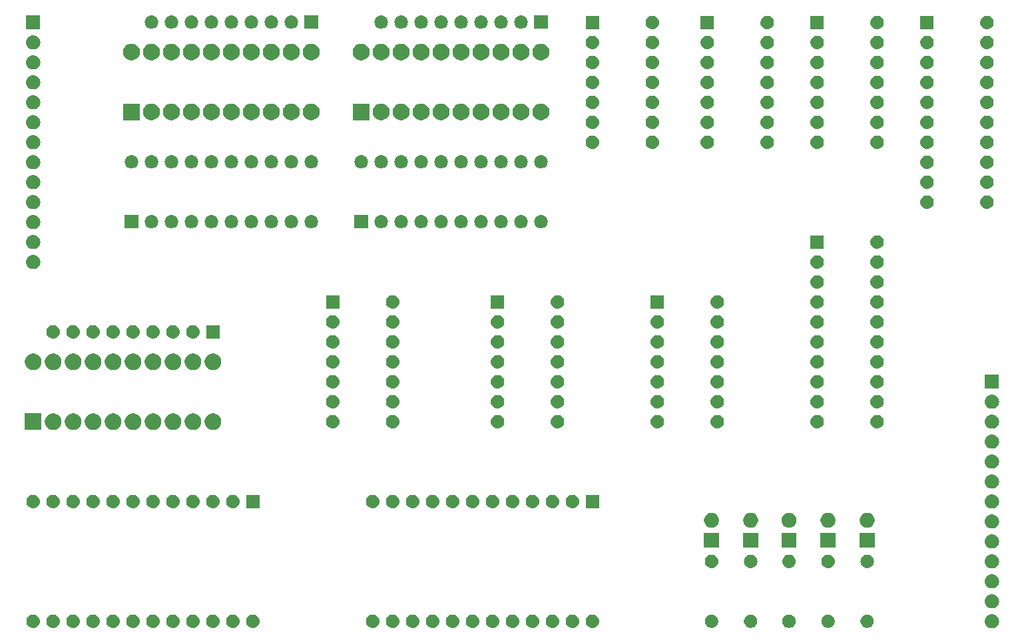
<source format=gts>
G04 #@! TF.GenerationSoftware,KiCad,Pcbnew,5.0.2+dfsg1-1*
G04 #@! TF.CreationDate,2019-08-03T20:00:24+02:00*
G04 #@! TF.ProjectId,ALU,414c552e-6b69-4636-9164-5f7063625858,rev?*
G04 #@! TF.SameCoordinates,Original*
G04 #@! TF.FileFunction,Soldermask,Top*
G04 #@! TF.FilePolarity,Negative*
%FSLAX46Y46*%
G04 Gerber Fmt 4.6, Leading zero omitted, Abs format (unit mm)*
G04 Created by KiCad (PCBNEW 5.0.2+dfsg1-1) date za 03 aug 2019 20:00:24 CEST*
%MOMM*%
%LPD*%
G01*
G04 APERTURE LIST*
%ADD10C,0.100000*%
G04 APERTURE END LIST*
D10*
G36*
X144255443Y-99435519D02*
X144321627Y-99442037D01*
X144434853Y-99476384D01*
X144491467Y-99493557D01*
X144578311Y-99539977D01*
X144647991Y-99577222D01*
X144683729Y-99606552D01*
X144785186Y-99689814D01*
X144865369Y-99787519D01*
X144897778Y-99827009D01*
X144897779Y-99827011D01*
X144981443Y-99983533D01*
X144998616Y-100040147D01*
X145032963Y-100153373D01*
X145050359Y-100330000D01*
X145032963Y-100506627D01*
X145011243Y-100578228D01*
X144981443Y-100676467D01*
X144912698Y-100805078D01*
X144897778Y-100832991D01*
X144868448Y-100868729D01*
X144785186Y-100970186D01*
X144683729Y-101053448D01*
X144647991Y-101082778D01*
X144647989Y-101082779D01*
X144491467Y-101166443D01*
X144484069Y-101168687D01*
X144321627Y-101217963D01*
X144255443Y-101224481D01*
X144189260Y-101231000D01*
X144100740Y-101231000D01*
X144034558Y-101224482D01*
X143968373Y-101217963D01*
X143805931Y-101168687D01*
X143798533Y-101166443D01*
X143642011Y-101082779D01*
X143642009Y-101082778D01*
X143606271Y-101053448D01*
X143504814Y-100970186D01*
X143421552Y-100868729D01*
X143392222Y-100832991D01*
X143377302Y-100805078D01*
X143308557Y-100676467D01*
X143278757Y-100578228D01*
X143257037Y-100506627D01*
X143239641Y-100330000D01*
X143257037Y-100153373D01*
X143291384Y-100040147D01*
X143308557Y-99983533D01*
X143392221Y-99827011D01*
X143392222Y-99827009D01*
X143424631Y-99787519D01*
X143504814Y-99689814D01*
X143606271Y-99606552D01*
X143642009Y-99577222D01*
X143711689Y-99539977D01*
X143798533Y-99493557D01*
X143855147Y-99476384D01*
X143968373Y-99442037D01*
X144034558Y-99435518D01*
X144100740Y-99429000D01*
X144189260Y-99429000D01*
X144255443Y-99435519D01*
X144255443Y-99435519D01*
G37*
G36*
X85891821Y-99491313D02*
X85891824Y-99491314D01*
X85891825Y-99491314D01*
X86052239Y-99539975D01*
X86052241Y-99539976D01*
X86052244Y-99539977D01*
X86200078Y-99618995D01*
X86329659Y-99725341D01*
X86436005Y-99854922D01*
X86515023Y-100002756D01*
X86515024Y-100002759D01*
X86515025Y-100002761D01*
X86560713Y-100153375D01*
X86563687Y-100163179D01*
X86580117Y-100330000D01*
X86563687Y-100496821D01*
X86563686Y-100496824D01*
X86563686Y-100496825D01*
X86538993Y-100578228D01*
X86515023Y-100657244D01*
X86436005Y-100805078D01*
X86329659Y-100934659D01*
X86200078Y-101041005D01*
X86052244Y-101120023D01*
X86052241Y-101120024D01*
X86052239Y-101120025D01*
X85891825Y-101168686D01*
X85891824Y-101168686D01*
X85891821Y-101168687D01*
X85766804Y-101181000D01*
X85683196Y-101181000D01*
X85558179Y-101168687D01*
X85558176Y-101168686D01*
X85558175Y-101168686D01*
X85397761Y-101120025D01*
X85397759Y-101120024D01*
X85397756Y-101120023D01*
X85249922Y-101041005D01*
X85120341Y-100934659D01*
X85013995Y-100805078D01*
X84934977Y-100657244D01*
X84911008Y-100578228D01*
X84886314Y-100496825D01*
X84886314Y-100496824D01*
X84886313Y-100496821D01*
X84869883Y-100330000D01*
X84886313Y-100163179D01*
X84889287Y-100153375D01*
X84934975Y-100002761D01*
X84934976Y-100002759D01*
X84934977Y-100002756D01*
X85013995Y-99854922D01*
X85120341Y-99725341D01*
X85249922Y-99618995D01*
X85397756Y-99539977D01*
X85397759Y-99539976D01*
X85397761Y-99539975D01*
X85558175Y-99491314D01*
X85558176Y-99491314D01*
X85558179Y-99491313D01*
X85683196Y-99479000D01*
X85766804Y-99479000D01*
X85891821Y-99491313D01*
X85891821Y-99491313D01*
G37*
G36*
X47791821Y-99491313D02*
X47791824Y-99491314D01*
X47791825Y-99491314D01*
X47952239Y-99539975D01*
X47952241Y-99539976D01*
X47952244Y-99539977D01*
X48100078Y-99618995D01*
X48229659Y-99725341D01*
X48336005Y-99854922D01*
X48415023Y-100002756D01*
X48415024Y-100002759D01*
X48415025Y-100002761D01*
X48460713Y-100153375D01*
X48463687Y-100163179D01*
X48480117Y-100330000D01*
X48463687Y-100496821D01*
X48463686Y-100496824D01*
X48463686Y-100496825D01*
X48438993Y-100578228D01*
X48415023Y-100657244D01*
X48336005Y-100805078D01*
X48229659Y-100934659D01*
X48100078Y-101041005D01*
X47952244Y-101120023D01*
X47952241Y-101120024D01*
X47952239Y-101120025D01*
X47791825Y-101168686D01*
X47791824Y-101168686D01*
X47791821Y-101168687D01*
X47666804Y-101181000D01*
X47583196Y-101181000D01*
X47458179Y-101168687D01*
X47458176Y-101168686D01*
X47458175Y-101168686D01*
X47297761Y-101120025D01*
X47297759Y-101120024D01*
X47297756Y-101120023D01*
X47149922Y-101041005D01*
X47020341Y-100934659D01*
X46913995Y-100805078D01*
X46834977Y-100657244D01*
X46811008Y-100578228D01*
X46786314Y-100496825D01*
X46786314Y-100496824D01*
X46786313Y-100496821D01*
X46769883Y-100330000D01*
X46786313Y-100163179D01*
X46789287Y-100153375D01*
X46834975Y-100002761D01*
X46834976Y-100002759D01*
X46834977Y-100002756D01*
X46913995Y-99854922D01*
X47020341Y-99725341D01*
X47149922Y-99618995D01*
X47297756Y-99539977D01*
X47297759Y-99539976D01*
X47297761Y-99539975D01*
X47458175Y-99491314D01*
X47458176Y-99491314D01*
X47458179Y-99491313D01*
X47583196Y-99479000D01*
X47666804Y-99479000D01*
X47791821Y-99491313D01*
X47791821Y-99491313D01*
G37*
G36*
X45251821Y-99491313D02*
X45251824Y-99491314D01*
X45251825Y-99491314D01*
X45412239Y-99539975D01*
X45412241Y-99539976D01*
X45412244Y-99539977D01*
X45560078Y-99618995D01*
X45689659Y-99725341D01*
X45796005Y-99854922D01*
X45875023Y-100002756D01*
X45875024Y-100002759D01*
X45875025Y-100002761D01*
X45920713Y-100153375D01*
X45923687Y-100163179D01*
X45940117Y-100330000D01*
X45923687Y-100496821D01*
X45923686Y-100496824D01*
X45923686Y-100496825D01*
X45898993Y-100578228D01*
X45875023Y-100657244D01*
X45796005Y-100805078D01*
X45689659Y-100934659D01*
X45560078Y-101041005D01*
X45412244Y-101120023D01*
X45412241Y-101120024D01*
X45412239Y-101120025D01*
X45251825Y-101168686D01*
X45251824Y-101168686D01*
X45251821Y-101168687D01*
X45126804Y-101181000D01*
X45043196Y-101181000D01*
X44918179Y-101168687D01*
X44918176Y-101168686D01*
X44918175Y-101168686D01*
X44757761Y-101120025D01*
X44757759Y-101120024D01*
X44757756Y-101120023D01*
X44609922Y-101041005D01*
X44480341Y-100934659D01*
X44373995Y-100805078D01*
X44294977Y-100657244D01*
X44271008Y-100578228D01*
X44246314Y-100496825D01*
X44246314Y-100496824D01*
X44246313Y-100496821D01*
X44229883Y-100330000D01*
X44246313Y-100163179D01*
X44249287Y-100153375D01*
X44294975Y-100002761D01*
X44294976Y-100002759D01*
X44294977Y-100002756D01*
X44373995Y-99854922D01*
X44480341Y-99725341D01*
X44609922Y-99618995D01*
X44757756Y-99539977D01*
X44757759Y-99539976D01*
X44757761Y-99539975D01*
X44918175Y-99491314D01*
X44918176Y-99491314D01*
X44918179Y-99491313D01*
X45043196Y-99479000D01*
X45126804Y-99479000D01*
X45251821Y-99491313D01*
X45251821Y-99491313D01*
G37*
G36*
X42711821Y-99491313D02*
X42711824Y-99491314D01*
X42711825Y-99491314D01*
X42872239Y-99539975D01*
X42872241Y-99539976D01*
X42872244Y-99539977D01*
X43020078Y-99618995D01*
X43149659Y-99725341D01*
X43256005Y-99854922D01*
X43335023Y-100002756D01*
X43335024Y-100002759D01*
X43335025Y-100002761D01*
X43380713Y-100153375D01*
X43383687Y-100163179D01*
X43400117Y-100330000D01*
X43383687Y-100496821D01*
X43383686Y-100496824D01*
X43383686Y-100496825D01*
X43358993Y-100578228D01*
X43335023Y-100657244D01*
X43256005Y-100805078D01*
X43149659Y-100934659D01*
X43020078Y-101041005D01*
X42872244Y-101120023D01*
X42872241Y-101120024D01*
X42872239Y-101120025D01*
X42711825Y-101168686D01*
X42711824Y-101168686D01*
X42711821Y-101168687D01*
X42586804Y-101181000D01*
X42503196Y-101181000D01*
X42378179Y-101168687D01*
X42378176Y-101168686D01*
X42378175Y-101168686D01*
X42217761Y-101120025D01*
X42217759Y-101120024D01*
X42217756Y-101120023D01*
X42069922Y-101041005D01*
X41940341Y-100934659D01*
X41833995Y-100805078D01*
X41754977Y-100657244D01*
X41731008Y-100578228D01*
X41706314Y-100496825D01*
X41706314Y-100496824D01*
X41706313Y-100496821D01*
X41689883Y-100330000D01*
X41706313Y-100163179D01*
X41709287Y-100153375D01*
X41754975Y-100002761D01*
X41754976Y-100002759D01*
X41754977Y-100002756D01*
X41833995Y-99854922D01*
X41940341Y-99725341D01*
X42069922Y-99618995D01*
X42217756Y-99539977D01*
X42217759Y-99539976D01*
X42217761Y-99539975D01*
X42378175Y-99491314D01*
X42378176Y-99491314D01*
X42378179Y-99491313D01*
X42503196Y-99479000D01*
X42586804Y-99479000D01*
X42711821Y-99491313D01*
X42711821Y-99491313D01*
G37*
G36*
X40171821Y-99491313D02*
X40171824Y-99491314D01*
X40171825Y-99491314D01*
X40332239Y-99539975D01*
X40332241Y-99539976D01*
X40332244Y-99539977D01*
X40480078Y-99618995D01*
X40609659Y-99725341D01*
X40716005Y-99854922D01*
X40795023Y-100002756D01*
X40795024Y-100002759D01*
X40795025Y-100002761D01*
X40840713Y-100153375D01*
X40843687Y-100163179D01*
X40860117Y-100330000D01*
X40843687Y-100496821D01*
X40843686Y-100496824D01*
X40843686Y-100496825D01*
X40818993Y-100578228D01*
X40795023Y-100657244D01*
X40716005Y-100805078D01*
X40609659Y-100934659D01*
X40480078Y-101041005D01*
X40332244Y-101120023D01*
X40332241Y-101120024D01*
X40332239Y-101120025D01*
X40171825Y-101168686D01*
X40171824Y-101168686D01*
X40171821Y-101168687D01*
X40046804Y-101181000D01*
X39963196Y-101181000D01*
X39838179Y-101168687D01*
X39838176Y-101168686D01*
X39838175Y-101168686D01*
X39677761Y-101120025D01*
X39677759Y-101120024D01*
X39677756Y-101120023D01*
X39529922Y-101041005D01*
X39400341Y-100934659D01*
X39293995Y-100805078D01*
X39214977Y-100657244D01*
X39191008Y-100578228D01*
X39166314Y-100496825D01*
X39166314Y-100496824D01*
X39166313Y-100496821D01*
X39149883Y-100330000D01*
X39166313Y-100163179D01*
X39169287Y-100153375D01*
X39214975Y-100002761D01*
X39214976Y-100002759D01*
X39214977Y-100002756D01*
X39293995Y-99854922D01*
X39400341Y-99725341D01*
X39529922Y-99618995D01*
X39677756Y-99539977D01*
X39677759Y-99539976D01*
X39677761Y-99539975D01*
X39838175Y-99491314D01*
X39838176Y-99491314D01*
X39838179Y-99491313D01*
X39963196Y-99479000D01*
X40046804Y-99479000D01*
X40171821Y-99491313D01*
X40171821Y-99491313D01*
G37*
G36*
X37631821Y-99491313D02*
X37631824Y-99491314D01*
X37631825Y-99491314D01*
X37792239Y-99539975D01*
X37792241Y-99539976D01*
X37792244Y-99539977D01*
X37940078Y-99618995D01*
X38069659Y-99725341D01*
X38176005Y-99854922D01*
X38255023Y-100002756D01*
X38255024Y-100002759D01*
X38255025Y-100002761D01*
X38300713Y-100153375D01*
X38303687Y-100163179D01*
X38320117Y-100330000D01*
X38303687Y-100496821D01*
X38303686Y-100496824D01*
X38303686Y-100496825D01*
X38278993Y-100578228D01*
X38255023Y-100657244D01*
X38176005Y-100805078D01*
X38069659Y-100934659D01*
X37940078Y-101041005D01*
X37792244Y-101120023D01*
X37792241Y-101120024D01*
X37792239Y-101120025D01*
X37631825Y-101168686D01*
X37631824Y-101168686D01*
X37631821Y-101168687D01*
X37506804Y-101181000D01*
X37423196Y-101181000D01*
X37298179Y-101168687D01*
X37298176Y-101168686D01*
X37298175Y-101168686D01*
X37137761Y-101120025D01*
X37137759Y-101120024D01*
X37137756Y-101120023D01*
X36989922Y-101041005D01*
X36860341Y-100934659D01*
X36753995Y-100805078D01*
X36674977Y-100657244D01*
X36651008Y-100578228D01*
X36626314Y-100496825D01*
X36626314Y-100496824D01*
X36626313Y-100496821D01*
X36609883Y-100330000D01*
X36626313Y-100163179D01*
X36629287Y-100153375D01*
X36674975Y-100002761D01*
X36674976Y-100002759D01*
X36674977Y-100002756D01*
X36753995Y-99854922D01*
X36860341Y-99725341D01*
X36989922Y-99618995D01*
X37137756Y-99539977D01*
X37137759Y-99539976D01*
X37137761Y-99539975D01*
X37298175Y-99491314D01*
X37298176Y-99491314D01*
X37298179Y-99491313D01*
X37423196Y-99479000D01*
X37506804Y-99479000D01*
X37631821Y-99491313D01*
X37631821Y-99491313D01*
G37*
G36*
X35091821Y-99491313D02*
X35091824Y-99491314D01*
X35091825Y-99491314D01*
X35252239Y-99539975D01*
X35252241Y-99539976D01*
X35252244Y-99539977D01*
X35400078Y-99618995D01*
X35529659Y-99725341D01*
X35636005Y-99854922D01*
X35715023Y-100002756D01*
X35715024Y-100002759D01*
X35715025Y-100002761D01*
X35760713Y-100153375D01*
X35763687Y-100163179D01*
X35780117Y-100330000D01*
X35763687Y-100496821D01*
X35763686Y-100496824D01*
X35763686Y-100496825D01*
X35738993Y-100578228D01*
X35715023Y-100657244D01*
X35636005Y-100805078D01*
X35529659Y-100934659D01*
X35400078Y-101041005D01*
X35252244Y-101120023D01*
X35252241Y-101120024D01*
X35252239Y-101120025D01*
X35091825Y-101168686D01*
X35091824Y-101168686D01*
X35091821Y-101168687D01*
X34966804Y-101181000D01*
X34883196Y-101181000D01*
X34758179Y-101168687D01*
X34758176Y-101168686D01*
X34758175Y-101168686D01*
X34597761Y-101120025D01*
X34597759Y-101120024D01*
X34597756Y-101120023D01*
X34449922Y-101041005D01*
X34320341Y-100934659D01*
X34213995Y-100805078D01*
X34134977Y-100657244D01*
X34111008Y-100578228D01*
X34086314Y-100496825D01*
X34086314Y-100496824D01*
X34086313Y-100496821D01*
X34069883Y-100330000D01*
X34086313Y-100163179D01*
X34089287Y-100153375D01*
X34134975Y-100002761D01*
X34134976Y-100002759D01*
X34134977Y-100002756D01*
X34213995Y-99854922D01*
X34320341Y-99725341D01*
X34449922Y-99618995D01*
X34597756Y-99539977D01*
X34597759Y-99539976D01*
X34597761Y-99539975D01*
X34758175Y-99491314D01*
X34758176Y-99491314D01*
X34758179Y-99491313D01*
X34883196Y-99479000D01*
X34966804Y-99479000D01*
X35091821Y-99491313D01*
X35091821Y-99491313D01*
G37*
G36*
X32551821Y-99491313D02*
X32551824Y-99491314D01*
X32551825Y-99491314D01*
X32712239Y-99539975D01*
X32712241Y-99539976D01*
X32712244Y-99539977D01*
X32860078Y-99618995D01*
X32989659Y-99725341D01*
X33096005Y-99854922D01*
X33175023Y-100002756D01*
X33175024Y-100002759D01*
X33175025Y-100002761D01*
X33220713Y-100153375D01*
X33223687Y-100163179D01*
X33240117Y-100330000D01*
X33223687Y-100496821D01*
X33223686Y-100496824D01*
X33223686Y-100496825D01*
X33198993Y-100578228D01*
X33175023Y-100657244D01*
X33096005Y-100805078D01*
X32989659Y-100934659D01*
X32860078Y-101041005D01*
X32712244Y-101120023D01*
X32712241Y-101120024D01*
X32712239Y-101120025D01*
X32551825Y-101168686D01*
X32551824Y-101168686D01*
X32551821Y-101168687D01*
X32426804Y-101181000D01*
X32343196Y-101181000D01*
X32218179Y-101168687D01*
X32218176Y-101168686D01*
X32218175Y-101168686D01*
X32057761Y-101120025D01*
X32057759Y-101120024D01*
X32057756Y-101120023D01*
X31909922Y-101041005D01*
X31780341Y-100934659D01*
X31673995Y-100805078D01*
X31594977Y-100657244D01*
X31571008Y-100578228D01*
X31546314Y-100496825D01*
X31546314Y-100496824D01*
X31546313Y-100496821D01*
X31529883Y-100330000D01*
X31546313Y-100163179D01*
X31549287Y-100153375D01*
X31594975Y-100002761D01*
X31594976Y-100002759D01*
X31594977Y-100002756D01*
X31673995Y-99854922D01*
X31780341Y-99725341D01*
X31909922Y-99618995D01*
X32057756Y-99539977D01*
X32057759Y-99539976D01*
X32057761Y-99539975D01*
X32218175Y-99491314D01*
X32218176Y-99491314D01*
X32218179Y-99491313D01*
X32343196Y-99479000D01*
X32426804Y-99479000D01*
X32551821Y-99491313D01*
X32551821Y-99491313D01*
G37*
G36*
X30011821Y-99491313D02*
X30011824Y-99491314D01*
X30011825Y-99491314D01*
X30172239Y-99539975D01*
X30172241Y-99539976D01*
X30172244Y-99539977D01*
X30320078Y-99618995D01*
X30449659Y-99725341D01*
X30556005Y-99854922D01*
X30635023Y-100002756D01*
X30635024Y-100002759D01*
X30635025Y-100002761D01*
X30680713Y-100153375D01*
X30683687Y-100163179D01*
X30700117Y-100330000D01*
X30683687Y-100496821D01*
X30683686Y-100496824D01*
X30683686Y-100496825D01*
X30658993Y-100578228D01*
X30635023Y-100657244D01*
X30556005Y-100805078D01*
X30449659Y-100934659D01*
X30320078Y-101041005D01*
X30172244Y-101120023D01*
X30172241Y-101120024D01*
X30172239Y-101120025D01*
X30011825Y-101168686D01*
X30011824Y-101168686D01*
X30011821Y-101168687D01*
X29886804Y-101181000D01*
X29803196Y-101181000D01*
X29678179Y-101168687D01*
X29678176Y-101168686D01*
X29678175Y-101168686D01*
X29517761Y-101120025D01*
X29517759Y-101120024D01*
X29517756Y-101120023D01*
X29369922Y-101041005D01*
X29240341Y-100934659D01*
X29133995Y-100805078D01*
X29054977Y-100657244D01*
X29031008Y-100578228D01*
X29006314Y-100496825D01*
X29006314Y-100496824D01*
X29006313Y-100496821D01*
X28989883Y-100330000D01*
X29006313Y-100163179D01*
X29009287Y-100153375D01*
X29054975Y-100002761D01*
X29054976Y-100002759D01*
X29054977Y-100002756D01*
X29133995Y-99854922D01*
X29240341Y-99725341D01*
X29369922Y-99618995D01*
X29517756Y-99539977D01*
X29517759Y-99539976D01*
X29517761Y-99539975D01*
X29678175Y-99491314D01*
X29678176Y-99491314D01*
X29678179Y-99491313D01*
X29803196Y-99479000D01*
X29886804Y-99479000D01*
X30011821Y-99491313D01*
X30011821Y-99491313D01*
G37*
G36*
X27471821Y-99491313D02*
X27471824Y-99491314D01*
X27471825Y-99491314D01*
X27632239Y-99539975D01*
X27632241Y-99539976D01*
X27632244Y-99539977D01*
X27780078Y-99618995D01*
X27909659Y-99725341D01*
X28016005Y-99854922D01*
X28095023Y-100002756D01*
X28095024Y-100002759D01*
X28095025Y-100002761D01*
X28140713Y-100153375D01*
X28143687Y-100163179D01*
X28160117Y-100330000D01*
X28143687Y-100496821D01*
X28143686Y-100496824D01*
X28143686Y-100496825D01*
X28118993Y-100578228D01*
X28095023Y-100657244D01*
X28016005Y-100805078D01*
X27909659Y-100934659D01*
X27780078Y-101041005D01*
X27632244Y-101120023D01*
X27632241Y-101120024D01*
X27632239Y-101120025D01*
X27471825Y-101168686D01*
X27471824Y-101168686D01*
X27471821Y-101168687D01*
X27346804Y-101181000D01*
X27263196Y-101181000D01*
X27138179Y-101168687D01*
X27138176Y-101168686D01*
X27138175Y-101168686D01*
X26977761Y-101120025D01*
X26977759Y-101120024D01*
X26977756Y-101120023D01*
X26829922Y-101041005D01*
X26700341Y-100934659D01*
X26593995Y-100805078D01*
X26514977Y-100657244D01*
X26491008Y-100578228D01*
X26466314Y-100496825D01*
X26466314Y-100496824D01*
X26466313Y-100496821D01*
X26449883Y-100330000D01*
X26466313Y-100163179D01*
X26469287Y-100153375D01*
X26514975Y-100002761D01*
X26514976Y-100002759D01*
X26514977Y-100002756D01*
X26593995Y-99854922D01*
X26700341Y-99725341D01*
X26829922Y-99618995D01*
X26977756Y-99539977D01*
X26977759Y-99539976D01*
X26977761Y-99539975D01*
X27138175Y-99491314D01*
X27138176Y-99491314D01*
X27138179Y-99491313D01*
X27263196Y-99479000D01*
X27346804Y-99479000D01*
X27471821Y-99491313D01*
X27471821Y-99491313D01*
G37*
G36*
X24931821Y-99491313D02*
X24931824Y-99491314D01*
X24931825Y-99491314D01*
X25092239Y-99539975D01*
X25092241Y-99539976D01*
X25092244Y-99539977D01*
X25240078Y-99618995D01*
X25369659Y-99725341D01*
X25476005Y-99854922D01*
X25555023Y-100002756D01*
X25555024Y-100002759D01*
X25555025Y-100002761D01*
X25600713Y-100153375D01*
X25603687Y-100163179D01*
X25620117Y-100330000D01*
X25603687Y-100496821D01*
X25603686Y-100496824D01*
X25603686Y-100496825D01*
X25578993Y-100578228D01*
X25555023Y-100657244D01*
X25476005Y-100805078D01*
X25369659Y-100934659D01*
X25240078Y-101041005D01*
X25092244Y-101120023D01*
X25092241Y-101120024D01*
X25092239Y-101120025D01*
X24931825Y-101168686D01*
X24931824Y-101168686D01*
X24931821Y-101168687D01*
X24806804Y-101181000D01*
X24723196Y-101181000D01*
X24598179Y-101168687D01*
X24598176Y-101168686D01*
X24598175Y-101168686D01*
X24437761Y-101120025D01*
X24437759Y-101120024D01*
X24437756Y-101120023D01*
X24289922Y-101041005D01*
X24160341Y-100934659D01*
X24053995Y-100805078D01*
X23974977Y-100657244D01*
X23951008Y-100578228D01*
X23926314Y-100496825D01*
X23926314Y-100496824D01*
X23926313Y-100496821D01*
X23909883Y-100330000D01*
X23926313Y-100163179D01*
X23929287Y-100153375D01*
X23974975Y-100002761D01*
X23974976Y-100002759D01*
X23974977Y-100002756D01*
X24053995Y-99854922D01*
X24160341Y-99725341D01*
X24289922Y-99618995D01*
X24437756Y-99539977D01*
X24437759Y-99539976D01*
X24437761Y-99539975D01*
X24598175Y-99491314D01*
X24598176Y-99491314D01*
X24598179Y-99491313D01*
X24723196Y-99479000D01*
X24806804Y-99479000D01*
X24931821Y-99491313D01*
X24931821Y-99491313D01*
G37*
G36*
X22391821Y-99491313D02*
X22391824Y-99491314D01*
X22391825Y-99491314D01*
X22552239Y-99539975D01*
X22552241Y-99539976D01*
X22552244Y-99539977D01*
X22700078Y-99618995D01*
X22829659Y-99725341D01*
X22936005Y-99854922D01*
X23015023Y-100002756D01*
X23015024Y-100002759D01*
X23015025Y-100002761D01*
X23060713Y-100153375D01*
X23063687Y-100163179D01*
X23080117Y-100330000D01*
X23063687Y-100496821D01*
X23063686Y-100496824D01*
X23063686Y-100496825D01*
X23038993Y-100578228D01*
X23015023Y-100657244D01*
X22936005Y-100805078D01*
X22829659Y-100934659D01*
X22700078Y-101041005D01*
X22552244Y-101120023D01*
X22552241Y-101120024D01*
X22552239Y-101120025D01*
X22391825Y-101168686D01*
X22391824Y-101168686D01*
X22391821Y-101168687D01*
X22266804Y-101181000D01*
X22183196Y-101181000D01*
X22058179Y-101168687D01*
X22058176Y-101168686D01*
X22058175Y-101168686D01*
X21897761Y-101120025D01*
X21897759Y-101120024D01*
X21897756Y-101120023D01*
X21749922Y-101041005D01*
X21620341Y-100934659D01*
X21513995Y-100805078D01*
X21434977Y-100657244D01*
X21411008Y-100578228D01*
X21386314Y-100496825D01*
X21386314Y-100496824D01*
X21386313Y-100496821D01*
X21369883Y-100330000D01*
X21386313Y-100163179D01*
X21389287Y-100153375D01*
X21434975Y-100002761D01*
X21434976Y-100002759D01*
X21434977Y-100002756D01*
X21513995Y-99854922D01*
X21620341Y-99725341D01*
X21749922Y-99618995D01*
X21897756Y-99539977D01*
X21897759Y-99539976D01*
X21897761Y-99539975D01*
X22058175Y-99491314D01*
X22058176Y-99491314D01*
X22058179Y-99491313D01*
X22183196Y-99479000D01*
X22266804Y-99479000D01*
X22391821Y-99491313D01*
X22391821Y-99491313D01*
G37*
G36*
X93511821Y-99491313D02*
X93511824Y-99491314D01*
X93511825Y-99491314D01*
X93672239Y-99539975D01*
X93672241Y-99539976D01*
X93672244Y-99539977D01*
X93820078Y-99618995D01*
X93949659Y-99725341D01*
X94056005Y-99854922D01*
X94135023Y-100002756D01*
X94135024Y-100002759D01*
X94135025Y-100002761D01*
X94180713Y-100153375D01*
X94183687Y-100163179D01*
X94200117Y-100330000D01*
X94183687Y-100496821D01*
X94183686Y-100496824D01*
X94183686Y-100496825D01*
X94158993Y-100578228D01*
X94135023Y-100657244D01*
X94056005Y-100805078D01*
X93949659Y-100934659D01*
X93820078Y-101041005D01*
X93672244Y-101120023D01*
X93672241Y-101120024D01*
X93672239Y-101120025D01*
X93511825Y-101168686D01*
X93511824Y-101168686D01*
X93511821Y-101168687D01*
X93386804Y-101181000D01*
X93303196Y-101181000D01*
X93178179Y-101168687D01*
X93178176Y-101168686D01*
X93178175Y-101168686D01*
X93017761Y-101120025D01*
X93017759Y-101120024D01*
X93017756Y-101120023D01*
X92869922Y-101041005D01*
X92740341Y-100934659D01*
X92633995Y-100805078D01*
X92554977Y-100657244D01*
X92531008Y-100578228D01*
X92506314Y-100496825D01*
X92506314Y-100496824D01*
X92506313Y-100496821D01*
X92489883Y-100330000D01*
X92506313Y-100163179D01*
X92509287Y-100153375D01*
X92554975Y-100002761D01*
X92554976Y-100002759D01*
X92554977Y-100002756D01*
X92633995Y-99854922D01*
X92740341Y-99725341D01*
X92869922Y-99618995D01*
X93017756Y-99539977D01*
X93017759Y-99539976D01*
X93017761Y-99539975D01*
X93178175Y-99491314D01*
X93178176Y-99491314D01*
X93178179Y-99491313D01*
X93303196Y-99479000D01*
X93386804Y-99479000D01*
X93511821Y-99491313D01*
X93511821Y-99491313D01*
G37*
G36*
X90971821Y-99491313D02*
X90971824Y-99491314D01*
X90971825Y-99491314D01*
X91132239Y-99539975D01*
X91132241Y-99539976D01*
X91132244Y-99539977D01*
X91280078Y-99618995D01*
X91409659Y-99725341D01*
X91516005Y-99854922D01*
X91595023Y-100002756D01*
X91595024Y-100002759D01*
X91595025Y-100002761D01*
X91640713Y-100153375D01*
X91643687Y-100163179D01*
X91660117Y-100330000D01*
X91643687Y-100496821D01*
X91643686Y-100496824D01*
X91643686Y-100496825D01*
X91618993Y-100578228D01*
X91595023Y-100657244D01*
X91516005Y-100805078D01*
X91409659Y-100934659D01*
X91280078Y-101041005D01*
X91132244Y-101120023D01*
X91132241Y-101120024D01*
X91132239Y-101120025D01*
X90971825Y-101168686D01*
X90971824Y-101168686D01*
X90971821Y-101168687D01*
X90846804Y-101181000D01*
X90763196Y-101181000D01*
X90638179Y-101168687D01*
X90638176Y-101168686D01*
X90638175Y-101168686D01*
X90477761Y-101120025D01*
X90477759Y-101120024D01*
X90477756Y-101120023D01*
X90329922Y-101041005D01*
X90200341Y-100934659D01*
X90093995Y-100805078D01*
X90014977Y-100657244D01*
X89991008Y-100578228D01*
X89966314Y-100496825D01*
X89966314Y-100496824D01*
X89966313Y-100496821D01*
X89949883Y-100330000D01*
X89966313Y-100163179D01*
X89969287Y-100153375D01*
X90014975Y-100002761D01*
X90014976Y-100002759D01*
X90014977Y-100002756D01*
X90093995Y-99854922D01*
X90200341Y-99725341D01*
X90329922Y-99618995D01*
X90477756Y-99539977D01*
X90477759Y-99539976D01*
X90477761Y-99539975D01*
X90638175Y-99491314D01*
X90638176Y-99491314D01*
X90638179Y-99491313D01*
X90763196Y-99479000D01*
X90846804Y-99479000D01*
X90971821Y-99491313D01*
X90971821Y-99491313D01*
G37*
G36*
X88431821Y-99491313D02*
X88431824Y-99491314D01*
X88431825Y-99491314D01*
X88592239Y-99539975D01*
X88592241Y-99539976D01*
X88592244Y-99539977D01*
X88740078Y-99618995D01*
X88869659Y-99725341D01*
X88976005Y-99854922D01*
X89055023Y-100002756D01*
X89055024Y-100002759D01*
X89055025Y-100002761D01*
X89100713Y-100153375D01*
X89103687Y-100163179D01*
X89120117Y-100330000D01*
X89103687Y-100496821D01*
X89103686Y-100496824D01*
X89103686Y-100496825D01*
X89078993Y-100578228D01*
X89055023Y-100657244D01*
X88976005Y-100805078D01*
X88869659Y-100934659D01*
X88740078Y-101041005D01*
X88592244Y-101120023D01*
X88592241Y-101120024D01*
X88592239Y-101120025D01*
X88431825Y-101168686D01*
X88431824Y-101168686D01*
X88431821Y-101168687D01*
X88306804Y-101181000D01*
X88223196Y-101181000D01*
X88098179Y-101168687D01*
X88098176Y-101168686D01*
X88098175Y-101168686D01*
X87937761Y-101120025D01*
X87937759Y-101120024D01*
X87937756Y-101120023D01*
X87789922Y-101041005D01*
X87660341Y-100934659D01*
X87553995Y-100805078D01*
X87474977Y-100657244D01*
X87451008Y-100578228D01*
X87426314Y-100496825D01*
X87426314Y-100496824D01*
X87426313Y-100496821D01*
X87409883Y-100330000D01*
X87426313Y-100163179D01*
X87429287Y-100153375D01*
X87474975Y-100002761D01*
X87474976Y-100002759D01*
X87474977Y-100002756D01*
X87553995Y-99854922D01*
X87660341Y-99725341D01*
X87789922Y-99618995D01*
X87937756Y-99539977D01*
X87937759Y-99539976D01*
X87937761Y-99539975D01*
X88098175Y-99491314D01*
X88098176Y-99491314D01*
X88098179Y-99491313D01*
X88223196Y-99479000D01*
X88306804Y-99479000D01*
X88431821Y-99491313D01*
X88431821Y-99491313D01*
G37*
G36*
X83351821Y-99491313D02*
X83351824Y-99491314D01*
X83351825Y-99491314D01*
X83512239Y-99539975D01*
X83512241Y-99539976D01*
X83512244Y-99539977D01*
X83660078Y-99618995D01*
X83789659Y-99725341D01*
X83896005Y-99854922D01*
X83975023Y-100002756D01*
X83975024Y-100002759D01*
X83975025Y-100002761D01*
X84020713Y-100153375D01*
X84023687Y-100163179D01*
X84040117Y-100330000D01*
X84023687Y-100496821D01*
X84023686Y-100496824D01*
X84023686Y-100496825D01*
X83998993Y-100578228D01*
X83975023Y-100657244D01*
X83896005Y-100805078D01*
X83789659Y-100934659D01*
X83660078Y-101041005D01*
X83512244Y-101120023D01*
X83512241Y-101120024D01*
X83512239Y-101120025D01*
X83351825Y-101168686D01*
X83351824Y-101168686D01*
X83351821Y-101168687D01*
X83226804Y-101181000D01*
X83143196Y-101181000D01*
X83018179Y-101168687D01*
X83018176Y-101168686D01*
X83018175Y-101168686D01*
X82857761Y-101120025D01*
X82857759Y-101120024D01*
X82857756Y-101120023D01*
X82709922Y-101041005D01*
X82580341Y-100934659D01*
X82473995Y-100805078D01*
X82394977Y-100657244D01*
X82371008Y-100578228D01*
X82346314Y-100496825D01*
X82346314Y-100496824D01*
X82346313Y-100496821D01*
X82329883Y-100330000D01*
X82346313Y-100163179D01*
X82349287Y-100153375D01*
X82394975Y-100002761D01*
X82394976Y-100002759D01*
X82394977Y-100002756D01*
X82473995Y-99854922D01*
X82580341Y-99725341D01*
X82709922Y-99618995D01*
X82857756Y-99539977D01*
X82857759Y-99539976D01*
X82857761Y-99539975D01*
X83018175Y-99491314D01*
X83018176Y-99491314D01*
X83018179Y-99491313D01*
X83143196Y-99479000D01*
X83226804Y-99479000D01*
X83351821Y-99491313D01*
X83351821Y-99491313D01*
G37*
G36*
X50331821Y-99491313D02*
X50331824Y-99491314D01*
X50331825Y-99491314D01*
X50492239Y-99539975D01*
X50492241Y-99539976D01*
X50492244Y-99539977D01*
X50640078Y-99618995D01*
X50769659Y-99725341D01*
X50876005Y-99854922D01*
X50955023Y-100002756D01*
X50955024Y-100002759D01*
X50955025Y-100002761D01*
X51000713Y-100153375D01*
X51003687Y-100163179D01*
X51020117Y-100330000D01*
X51003687Y-100496821D01*
X51003686Y-100496824D01*
X51003686Y-100496825D01*
X50978993Y-100578228D01*
X50955023Y-100657244D01*
X50876005Y-100805078D01*
X50769659Y-100934659D01*
X50640078Y-101041005D01*
X50492244Y-101120023D01*
X50492241Y-101120024D01*
X50492239Y-101120025D01*
X50331825Y-101168686D01*
X50331824Y-101168686D01*
X50331821Y-101168687D01*
X50206804Y-101181000D01*
X50123196Y-101181000D01*
X49998179Y-101168687D01*
X49998176Y-101168686D01*
X49998175Y-101168686D01*
X49837761Y-101120025D01*
X49837759Y-101120024D01*
X49837756Y-101120023D01*
X49689922Y-101041005D01*
X49560341Y-100934659D01*
X49453995Y-100805078D01*
X49374977Y-100657244D01*
X49351008Y-100578228D01*
X49326314Y-100496825D01*
X49326314Y-100496824D01*
X49326313Y-100496821D01*
X49309883Y-100330000D01*
X49326313Y-100163179D01*
X49329287Y-100153375D01*
X49374975Y-100002761D01*
X49374976Y-100002759D01*
X49374977Y-100002756D01*
X49453995Y-99854922D01*
X49560341Y-99725341D01*
X49689922Y-99618995D01*
X49837756Y-99539977D01*
X49837759Y-99539976D01*
X49837761Y-99539975D01*
X49998175Y-99491314D01*
X49998176Y-99491314D01*
X49998179Y-99491313D01*
X50123196Y-99479000D01*
X50206804Y-99479000D01*
X50331821Y-99491313D01*
X50331821Y-99491313D01*
G37*
G36*
X128527228Y-99511703D02*
X128682100Y-99575853D01*
X128821481Y-99668985D01*
X128940015Y-99787519D01*
X129033147Y-99926900D01*
X129097297Y-100081772D01*
X129130000Y-100246184D01*
X129130000Y-100413816D01*
X129097297Y-100578228D01*
X129033147Y-100733100D01*
X128940015Y-100872481D01*
X128821481Y-100991015D01*
X128682100Y-101084147D01*
X128527228Y-101148297D01*
X128362816Y-101181000D01*
X128195184Y-101181000D01*
X128030772Y-101148297D01*
X127875900Y-101084147D01*
X127736519Y-100991015D01*
X127617985Y-100872481D01*
X127524853Y-100733100D01*
X127460703Y-100578228D01*
X127428000Y-100413816D01*
X127428000Y-100246184D01*
X127460703Y-100081772D01*
X127524853Y-99926900D01*
X127617985Y-99787519D01*
X127736519Y-99668985D01*
X127875900Y-99575853D01*
X128030772Y-99511703D01*
X128195184Y-99479000D01*
X128362816Y-99479000D01*
X128527228Y-99511703D01*
X128527228Y-99511703D01*
G37*
G36*
X118577228Y-99511703D02*
X118732100Y-99575853D01*
X118871481Y-99668985D01*
X118990015Y-99787519D01*
X119083147Y-99926900D01*
X119147297Y-100081772D01*
X119180000Y-100246184D01*
X119180000Y-100413816D01*
X119147297Y-100578228D01*
X119083147Y-100733100D01*
X118990015Y-100872481D01*
X118871481Y-100991015D01*
X118732100Y-101084147D01*
X118577228Y-101148297D01*
X118412816Y-101181000D01*
X118245184Y-101181000D01*
X118080772Y-101148297D01*
X117925900Y-101084147D01*
X117786519Y-100991015D01*
X117667985Y-100872481D01*
X117574853Y-100733100D01*
X117510703Y-100578228D01*
X117478000Y-100413816D01*
X117478000Y-100246184D01*
X117510703Y-100081772D01*
X117574853Y-99926900D01*
X117667985Y-99787519D01*
X117786519Y-99668985D01*
X117925900Y-99575853D01*
X118080772Y-99511703D01*
X118245184Y-99479000D01*
X118412816Y-99479000D01*
X118577228Y-99511703D01*
X118577228Y-99511703D01*
G37*
G36*
X123552228Y-99511703D02*
X123707100Y-99575853D01*
X123846481Y-99668985D01*
X123965015Y-99787519D01*
X124058147Y-99926900D01*
X124122297Y-100081772D01*
X124155000Y-100246184D01*
X124155000Y-100413816D01*
X124122297Y-100578228D01*
X124058147Y-100733100D01*
X123965015Y-100872481D01*
X123846481Y-100991015D01*
X123707100Y-101084147D01*
X123552228Y-101148297D01*
X123387816Y-101181000D01*
X123220184Y-101181000D01*
X123055772Y-101148297D01*
X122900900Y-101084147D01*
X122761519Y-100991015D01*
X122642985Y-100872481D01*
X122549853Y-100733100D01*
X122485703Y-100578228D01*
X122453000Y-100413816D01*
X122453000Y-100246184D01*
X122485703Y-100081772D01*
X122549853Y-99926900D01*
X122642985Y-99787519D01*
X122761519Y-99668985D01*
X122900900Y-99575853D01*
X123055772Y-99511703D01*
X123220184Y-99479000D01*
X123387816Y-99479000D01*
X123552228Y-99511703D01*
X123552228Y-99511703D01*
G37*
G36*
X108737228Y-99511703D02*
X108892100Y-99575853D01*
X109031481Y-99668985D01*
X109150015Y-99787519D01*
X109243147Y-99926900D01*
X109307297Y-100081772D01*
X109340000Y-100246184D01*
X109340000Y-100413816D01*
X109307297Y-100578228D01*
X109243147Y-100733100D01*
X109150015Y-100872481D01*
X109031481Y-100991015D01*
X108892100Y-101084147D01*
X108737228Y-101148297D01*
X108572816Y-101181000D01*
X108405184Y-101181000D01*
X108240772Y-101148297D01*
X108085900Y-101084147D01*
X107946519Y-100991015D01*
X107827985Y-100872481D01*
X107734853Y-100733100D01*
X107670703Y-100578228D01*
X107638000Y-100413816D01*
X107638000Y-100246184D01*
X107670703Y-100081772D01*
X107734853Y-99926900D01*
X107827985Y-99787519D01*
X107946519Y-99668985D01*
X108085900Y-99575853D01*
X108240772Y-99511703D01*
X108405184Y-99479000D01*
X108572816Y-99479000D01*
X108737228Y-99511703D01*
X108737228Y-99511703D01*
G37*
G36*
X113712228Y-99511703D02*
X113867100Y-99575853D01*
X114006481Y-99668985D01*
X114125015Y-99787519D01*
X114218147Y-99926900D01*
X114282297Y-100081772D01*
X114315000Y-100246184D01*
X114315000Y-100413816D01*
X114282297Y-100578228D01*
X114218147Y-100733100D01*
X114125015Y-100872481D01*
X114006481Y-100991015D01*
X113867100Y-101084147D01*
X113712228Y-101148297D01*
X113547816Y-101181000D01*
X113380184Y-101181000D01*
X113215772Y-101148297D01*
X113060900Y-101084147D01*
X112921519Y-100991015D01*
X112802985Y-100872481D01*
X112709853Y-100733100D01*
X112645703Y-100578228D01*
X112613000Y-100413816D01*
X112613000Y-100246184D01*
X112645703Y-100081772D01*
X112709853Y-99926900D01*
X112802985Y-99787519D01*
X112921519Y-99668985D01*
X113060900Y-99575853D01*
X113215772Y-99511703D01*
X113380184Y-99479000D01*
X113547816Y-99479000D01*
X113712228Y-99511703D01*
X113712228Y-99511703D01*
G37*
G36*
X65571821Y-99491313D02*
X65571824Y-99491314D01*
X65571825Y-99491314D01*
X65732239Y-99539975D01*
X65732241Y-99539976D01*
X65732244Y-99539977D01*
X65880078Y-99618995D01*
X66009659Y-99725341D01*
X66116005Y-99854922D01*
X66195023Y-100002756D01*
X66195024Y-100002759D01*
X66195025Y-100002761D01*
X66240713Y-100153375D01*
X66243687Y-100163179D01*
X66260117Y-100330000D01*
X66243687Y-100496821D01*
X66243686Y-100496824D01*
X66243686Y-100496825D01*
X66218993Y-100578228D01*
X66195023Y-100657244D01*
X66116005Y-100805078D01*
X66009659Y-100934659D01*
X65880078Y-101041005D01*
X65732244Y-101120023D01*
X65732241Y-101120024D01*
X65732239Y-101120025D01*
X65571825Y-101168686D01*
X65571824Y-101168686D01*
X65571821Y-101168687D01*
X65446804Y-101181000D01*
X65363196Y-101181000D01*
X65238179Y-101168687D01*
X65238176Y-101168686D01*
X65238175Y-101168686D01*
X65077761Y-101120025D01*
X65077759Y-101120024D01*
X65077756Y-101120023D01*
X64929922Y-101041005D01*
X64800341Y-100934659D01*
X64693995Y-100805078D01*
X64614977Y-100657244D01*
X64591008Y-100578228D01*
X64566314Y-100496825D01*
X64566314Y-100496824D01*
X64566313Y-100496821D01*
X64549883Y-100330000D01*
X64566313Y-100163179D01*
X64569287Y-100153375D01*
X64614975Y-100002761D01*
X64614976Y-100002759D01*
X64614977Y-100002756D01*
X64693995Y-99854922D01*
X64800341Y-99725341D01*
X64929922Y-99618995D01*
X65077756Y-99539977D01*
X65077759Y-99539976D01*
X65077761Y-99539975D01*
X65238175Y-99491314D01*
X65238176Y-99491314D01*
X65238179Y-99491313D01*
X65363196Y-99479000D01*
X65446804Y-99479000D01*
X65571821Y-99491313D01*
X65571821Y-99491313D01*
G37*
G36*
X70651821Y-99491313D02*
X70651824Y-99491314D01*
X70651825Y-99491314D01*
X70812239Y-99539975D01*
X70812241Y-99539976D01*
X70812244Y-99539977D01*
X70960078Y-99618995D01*
X71089659Y-99725341D01*
X71196005Y-99854922D01*
X71275023Y-100002756D01*
X71275024Y-100002759D01*
X71275025Y-100002761D01*
X71320713Y-100153375D01*
X71323687Y-100163179D01*
X71340117Y-100330000D01*
X71323687Y-100496821D01*
X71323686Y-100496824D01*
X71323686Y-100496825D01*
X71298993Y-100578228D01*
X71275023Y-100657244D01*
X71196005Y-100805078D01*
X71089659Y-100934659D01*
X70960078Y-101041005D01*
X70812244Y-101120023D01*
X70812241Y-101120024D01*
X70812239Y-101120025D01*
X70651825Y-101168686D01*
X70651824Y-101168686D01*
X70651821Y-101168687D01*
X70526804Y-101181000D01*
X70443196Y-101181000D01*
X70318179Y-101168687D01*
X70318176Y-101168686D01*
X70318175Y-101168686D01*
X70157761Y-101120025D01*
X70157759Y-101120024D01*
X70157756Y-101120023D01*
X70009922Y-101041005D01*
X69880341Y-100934659D01*
X69773995Y-100805078D01*
X69694977Y-100657244D01*
X69671008Y-100578228D01*
X69646314Y-100496825D01*
X69646314Y-100496824D01*
X69646313Y-100496821D01*
X69629883Y-100330000D01*
X69646313Y-100163179D01*
X69649287Y-100153375D01*
X69694975Y-100002761D01*
X69694976Y-100002759D01*
X69694977Y-100002756D01*
X69773995Y-99854922D01*
X69880341Y-99725341D01*
X70009922Y-99618995D01*
X70157756Y-99539977D01*
X70157759Y-99539976D01*
X70157761Y-99539975D01*
X70318175Y-99491314D01*
X70318176Y-99491314D01*
X70318179Y-99491313D01*
X70443196Y-99479000D01*
X70526804Y-99479000D01*
X70651821Y-99491313D01*
X70651821Y-99491313D01*
G37*
G36*
X73191821Y-99491313D02*
X73191824Y-99491314D01*
X73191825Y-99491314D01*
X73352239Y-99539975D01*
X73352241Y-99539976D01*
X73352244Y-99539977D01*
X73500078Y-99618995D01*
X73629659Y-99725341D01*
X73736005Y-99854922D01*
X73815023Y-100002756D01*
X73815024Y-100002759D01*
X73815025Y-100002761D01*
X73860713Y-100153375D01*
X73863687Y-100163179D01*
X73880117Y-100330000D01*
X73863687Y-100496821D01*
X73863686Y-100496824D01*
X73863686Y-100496825D01*
X73838993Y-100578228D01*
X73815023Y-100657244D01*
X73736005Y-100805078D01*
X73629659Y-100934659D01*
X73500078Y-101041005D01*
X73352244Y-101120023D01*
X73352241Y-101120024D01*
X73352239Y-101120025D01*
X73191825Y-101168686D01*
X73191824Y-101168686D01*
X73191821Y-101168687D01*
X73066804Y-101181000D01*
X72983196Y-101181000D01*
X72858179Y-101168687D01*
X72858176Y-101168686D01*
X72858175Y-101168686D01*
X72697761Y-101120025D01*
X72697759Y-101120024D01*
X72697756Y-101120023D01*
X72549922Y-101041005D01*
X72420341Y-100934659D01*
X72313995Y-100805078D01*
X72234977Y-100657244D01*
X72211008Y-100578228D01*
X72186314Y-100496825D01*
X72186314Y-100496824D01*
X72186313Y-100496821D01*
X72169883Y-100330000D01*
X72186313Y-100163179D01*
X72189287Y-100153375D01*
X72234975Y-100002761D01*
X72234976Y-100002759D01*
X72234977Y-100002756D01*
X72313995Y-99854922D01*
X72420341Y-99725341D01*
X72549922Y-99618995D01*
X72697756Y-99539977D01*
X72697759Y-99539976D01*
X72697761Y-99539975D01*
X72858175Y-99491314D01*
X72858176Y-99491314D01*
X72858179Y-99491313D01*
X72983196Y-99479000D01*
X73066804Y-99479000D01*
X73191821Y-99491313D01*
X73191821Y-99491313D01*
G37*
G36*
X75731821Y-99491313D02*
X75731824Y-99491314D01*
X75731825Y-99491314D01*
X75892239Y-99539975D01*
X75892241Y-99539976D01*
X75892244Y-99539977D01*
X76040078Y-99618995D01*
X76169659Y-99725341D01*
X76276005Y-99854922D01*
X76355023Y-100002756D01*
X76355024Y-100002759D01*
X76355025Y-100002761D01*
X76400713Y-100153375D01*
X76403687Y-100163179D01*
X76420117Y-100330000D01*
X76403687Y-100496821D01*
X76403686Y-100496824D01*
X76403686Y-100496825D01*
X76378993Y-100578228D01*
X76355023Y-100657244D01*
X76276005Y-100805078D01*
X76169659Y-100934659D01*
X76040078Y-101041005D01*
X75892244Y-101120023D01*
X75892241Y-101120024D01*
X75892239Y-101120025D01*
X75731825Y-101168686D01*
X75731824Y-101168686D01*
X75731821Y-101168687D01*
X75606804Y-101181000D01*
X75523196Y-101181000D01*
X75398179Y-101168687D01*
X75398176Y-101168686D01*
X75398175Y-101168686D01*
X75237761Y-101120025D01*
X75237759Y-101120024D01*
X75237756Y-101120023D01*
X75089922Y-101041005D01*
X74960341Y-100934659D01*
X74853995Y-100805078D01*
X74774977Y-100657244D01*
X74751008Y-100578228D01*
X74726314Y-100496825D01*
X74726314Y-100496824D01*
X74726313Y-100496821D01*
X74709883Y-100330000D01*
X74726313Y-100163179D01*
X74729287Y-100153375D01*
X74774975Y-100002761D01*
X74774976Y-100002759D01*
X74774977Y-100002756D01*
X74853995Y-99854922D01*
X74960341Y-99725341D01*
X75089922Y-99618995D01*
X75237756Y-99539977D01*
X75237759Y-99539976D01*
X75237761Y-99539975D01*
X75398175Y-99491314D01*
X75398176Y-99491314D01*
X75398179Y-99491313D01*
X75523196Y-99479000D01*
X75606804Y-99479000D01*
X75731821Y-99491313D01*
X75731821Y-99491313D01*
G37*
G36*
X78271821Y-99491313D02*
X78271824Y-99491314D01*
X78271825Y-99491314D01*
X78432239Y-99539975D01*
X78432241Y-99539976D01*
X78432244Y-99539977D01*
X78580078Y-99618995D01*
X78709659Y-99725341D01*
X78816005Y-99854922D01*
X78895023Y-100002756D01*
X78895024Y-100002759D01*
X78895025Y-100002761D01*
X78940713Y-100153375D01*
X78943687Y-100163179D01*
X78960117Y-100330000D01*
X78943687Y-100496821D01*
X78943686Y-100496824D01*
X78943686Y-100496825D01*
X78918993Y-100578228D01*
X78895023Y-100657244D01*
X78816005Y-100805078D01*
X78709659Y-100934659D01*
X78580078Y-101041005D01*
X78432244Y-101120023D01*
X78432241Y-101120024D01*
X78432239Y-101120025D01*
X78271825Y-101168686D01*
X78271824Y-101168686D01*
X78271821Y-101168687D01*
X78146804Y-101181000D01*
X78063196Y-101181000D01*
X77938179Y-101168687D01*
X77938176Y-101168686D01*
X77938175Y-101168686D01*
X77777761Y-101120025D01*
X77777759Y-101120024D01*
X77777756Y-101120023D01*
X77629922Y-101041005D01*
X77500341Y-100934659D01*
X77393995Y-100805078D01*
X77314977Y-100657244D01*
X77291008Y-100578228D01*
X77266314Y-100496825D01*
X77266314Y-100496824D01*
X77266313Y-100496821D01*
X77249883Y-100330000D01*
X77266313Y-100163179D01*
X77269287Y-100153375D01*
X77314975Y-100002761D01*
X77314976Y-100002759D01*
X77314977Y-100002756D01*
X77393995Y-99854922D01*
X77500341Y-99725341D01*
X77629922Y-99618995D01*
X77777756Y-99539977D01*
X77777759Y-99539976D01*
X77777761Y-99539975D01*
X77938175Y-99491314D01*
X77938176Y-99491314D01*
X77938179Y-99491313D01*
X78063196Y-99479000D01*
X78146804Y-99479000D01*
X78271821Y-99491313D01*
X78271821Y-99491313D01*
G37*
G36*
X80811821Y-99491313D02*
X80811824Y-99491314D01*
X80811825Y-99491314D01*
X80972239Y-99539975D01*
X80972241Y-99539976D01*
X80972244Y-99539977D01*
X81120078Y-99618995D01*
X81249659Y-99725341D01*
X81356005Y-99854922D01*
X81435023Y-100002756D01*
X81435024Y-100002759D01*
X81435025Y-100002761D01*
X81480713Y-100153375D01*
X81483687Y-100163179D01*
X81500117Y-100330000D01*
X81483687Y-100496821D01*
X81483686Y-100496824D01*
X81483686Y-100496825D01*
X81458993Y-100578228D01*
X81435023Y-100657244D01*
X81356005Y-100805078D01*
X81249659Y-100934659D01*
X81120078Y-101041005D01*
X80972244Y-101120023D01*
X80972241Y-101120024D01*
X80972239Y-101120025D01*
X80811825Y-101168686D01*
X80811824Y-101168686D01*
X80811821Y-101168687D01*
X80686804Y-101181000D01*
X80603196Y-101181000D01*
X80478179Y-101168687D01*
X80478176Y-101168686D01*
X80478175Y-101168686D01*
X80317761Y-101120025D01*
X80317759Y-101120024D01*
X80317756Y-101120023D01*
X80169922Y-101041005D01*
X80040341Y-100934659D01*
X79933995Y-100805078D01*
X79854977Y-100657244D01*
X79831008Y-100578228D01*
X79806314Y-100496825D01*
X79806314Y-100496824D01*
X79806313Y-100496821D01*
X79789883Y-100330000D01*
X79806313Y-100163179D01*
X79809287Y-100153375D01*
X79854975Y-100002761D01*
X79854976Y-100002759D01*
X79854977Y-100002756D01*
X79933995Y-99854922D01*
X80040341Y-99725341D01*
X80169922Y-99618995D01*
X80317756Y-99539977D01*
X80317759Y-99539976D01*
X80317761Y-99539975D01*
X80478175Y-99491314D01*
X80478176Y-99491314D01*
X80478179Y-99491313D01*
X80603196Y-99479000D01*
X80686804Y-99479000D01*
X80811821Y-99491313D01*
X80811821Y-99491313D01*
G37*
G36*
X68111821Y-99491313D02*
X68111824Y-99491314D01*
X68111825Y-99491314D01*
X68272239Y-99539975D01*
X68272241Y-99539976D01*
X68272244Y-99539977D01*
X68420078Y-99618995D01*
X68549659Y-99725341D01*
X68656005Y-99854922D01*
X68735023Y-100002756D01*
X68735024Y-100002759D01*
X68735025Y-100002761D01*
X68780713Y-100153375D01*
X68783687Y-100163179D01*
X68800117Y-100330000D01*
X68783687Y-100496821D01*
X68783686Y-100496824D01*
X68783686Y-100496825D01*
X68758993Y-100578228D01*
X68735023Y-100657244D01*
X68656005Y-100805078D01*
X68549659Y-100934659D01*
X68420078Y-101041005D01*
X68272244Y-101120023D01*
X68272241Y-101120024D01*
X68272239Y-101120025D01*
X68111825Y-101168686D01*
X68111824Y-101168686D01*
X68111821Y-101168687D01*
X67986804Y-101181000D01*
X67903196Y-101181000D01*
X67778179Y-101168687D01*
X67778176Y-101168686D01*
X67778175Y-101168686D01*
X67617761Y-101120025D01*
X67617759Y-101120024D01*
X67617756Y-101120023D01*
X67469922Y-101041005D01*
X67340341Y-100934659D01*
X67233995Y-100805078D01*
X67154977Y-100657244D01*
X67131008Y-100578228D01*
X67106314Y-100496825D01*
X67106314Y-100496824D01*
X67106313Y-100496821D01*
X67089883Y-100330000D01*
X67106313Y-100163179D01*
X67109287Y-100153375D01*
X67154975Y-100002761D01*
X67154976Y-100002759D01*
X67154977Y-100002756D01*
X67233995Y-99854922D01*
X67340341Y-99725341D01*
X67469922Y-99618995D01*
X67617756Y-99539977D01*
X67617759Y-99539976D01*
X67617761Y-99539975D01*
X67778175Y-99491314D01*
X67778176Y-99491314D01*
X67778179Y-99491313D01*
X67903196Y-99479000D01*
X67986804Y-99479000D01*
X68111821Y-99491313D01*
X68111821Y-99491313D01*
G37*
G36*
X144255442Y-96895518D02*
X144321627Y-96902037D01*
X144434853Y-96936384D01*
X144491467Y-96953557D01*
X144630087Y-97027652D01*
X144647991Y-97037222D01*
X144683729Y-97066552D01*
X144785186Y-97149814D01*
X144868448Y-97251271D01*
X144897778Y-97287009D01*
X144897779Y-97287011D01*
X144981443Y-97443533D01*
X144981443Y-97443534D01*
X145032963Y-97613373D01*
X145050359Y-97790000D01*
X145032963Y-97966627D01*
X144998616Y-98079853D01*
X144981443Y-98136467D01*
X144907348Y-98275087D01*
X144897778Y-98292991D01*
X144868448Y-98328729D01*
X144785186Y-98430186D01*
X144683729Y-98513448D01*
X144647991Y-98542778D01*
X144647989Y-98542779D01*
X144491467Y-98626443D01*
X144434853Y-98643616D01*
X144321627Y-98677963D01*
X144255442Y-98684482D01*
X144189260Y-98691000D01*
X144100740Y-98691000D01*
X144034558Y-98684482D01*
X143968373Y-98677963D01*
X143855147Y-98643616D01*
X143798533Y-98626443D01*
X143642011Y-98542779D01*
X143642009Y-98542778D01*
X143606271Y-98513448D01*
X143504814Y-98430186D01*
X143421552Y-98328729D01*
X143392222Y-98292991D01*
X143382652Y-98275087D01*
X143308557Y-98136467D01*
X143291384Y-98079853D01*
X143257037Y-97966627D01*
X143239641Y-97790000D01*
X143257037Y-97613373D01*
X143308557Y-97443534D01*
X143308557Y-97443533D01*
X143392221Y-97287011D01*
X143392222Y-97287009D01*
X143421552Y-97251271D01*
X143504814Y-97149814D01*
X143606271Y-97066552D01*
X143642009Y-97037222D01*
X143659913Y-97027652D01*
X143798533Y-96953557D01*
X143855147Y-96936384D01*
X143968373Y-96902037D01*
X144034558Y-96895518D01*
X144100740Y-96889000D01*
X144189260Y-96889000D01*
X144255442Y-96895518D01*
X144255442Y-96895518D01*
G37*
G36*
X144255442Y-94355518D02*
X144321627Y-94362037D01*
X144434853Y-94396384D01*
X144491467Y-94413557D01*
X144630087Y-94487652D01*
X144647991Y-94497222D01*
X144683729Y-94526552D01*
X144785186Y-94609814D01*
X144868448Y-94711271D01*
X144897778Y-94747009D01*
X144897779Y-94747011D01*
X144981443Y-94903533D01*
X144981443Y-94903534D01*
X145032963Y-95073373D01*
X145050359Y-95250000D01*
X145032963Y-95426627D01*
X144998616Y-95539853D01*
X144981443Y-95596467D01*
X144907348Y-95735087D01*
X144897778Y-95752991D01*
X144868448Y-95788729D01*
X144785186Y-95890186D01*
X144683729Y-95973448D01*
X144647991Y-96002778D01*
X144647989Y-96002779D01*
X144491467Y-96086443D01*
X144434853Y-96103616D01*
X144321627Y-96137963D01*
X144255443Y-96144481D01*
X144189260Y-96151000D01*
X144100740Y-96151000D01*
X144034558Y-96144482D01*
X143968373Y-96137963D01*
X143855147Y-96103616D01*
X143798533Y-96086443D01*
X143642011Y-96002779D01*
X143642009Y-96002778D01*
X143606271Y-95973448D01*
X143504814Y-95890186D01*
X143421552Y-95788729D01*
X143392222Y-95752991D01*
X143382652Y-95735087D01*
X143308557Y-95596467D01*
X143291384Y-95539853D01*
X143257037Y-95426627D01*
X143239641Y-95250000D01*
X143257037Y-95073373D01*
X143308557Y-94903534D01*
X143308557Y-94903533D01*
X143392221Y-94747011D01*
X143392222Y-94747009D01*
X143421552Y-94711271D01*
X143504814Y-94609814D01*
X143606271Y-94526552D01*
X143642009Y-94497222D01*
X143659913Y-94487652D01*
X143798533Y-94413557D01*
X143855147Y-94396384D01*
X143968373Y-94362037D01*
X144034557Y-94355519D01*
X144100740Y-94349000D01*
X144189260Y-94349000D01*
X144255442Y-94355518D01*
X144255442Y-94355518D01*
G37*
G36*
X144255442Y-91815518D02*
X144321627Y-91822037D01*
X144434853Y-91856384D01*
X144491467Y-91873557D01*
X144578311Y-91919977D01*
X144647991Y-91957222D01*
X144683729Y-91986552D01*
X144785186Y-92069814D01*
X144868448Y-92171271D01*
X144897778Y-92207009D01*
X144897779Y-92207011D01*
X144981443Y-92363533D01*
X144998616Y-92420147D01*
X145032963Y-92533373D01*
X145050359Y-92710000D01*
X145032963Y-92886627D01*
X144998616Y-92999853D01*
X144981443Y-93056467D01*
X144912698Y-93185078D01*
X144897778Y-93212991D01*
X144868448Y-93248729D01*
X144785186Y-93350186D01*
X144683729Y-93433448D01*
X144647991Y-93462778D01*
X144647989Y-93462779D01*
X144491467Y-93546443D01*
X144484069Y-93548687D01*
X144321627Y-93597963D01*
X144255442Y-93604482D01*
X144189260Y-93611000D01*
X144100740Y-93611000D01*
X144034557Y-93604481D01*
X143968373Y-93597963D01*
X143805931Y-93548687D01*
X143798533Y-93546443D01*
X143642011Y-93462779D01*
X143642009Y-93462778D01*
X143606271Y-93433448D01*
X143504814Y-93350186D01*
X143421552Y-93248729D01*
X143392222Y-93212991D01*
X143377302Y-93185078D01*
X143308557Y-93056467D01*
X143291384Y-92999853D01*
X143257037Y-92886627D01*
X143239641Y-92710000D01*
X143257037Y-92533373D01*
X143291384Y-92420147D01*
X143308557Y-92363533D01*
X143392221Y-92207011D01*
X143392222Y-92207009D01*
X143421552Y-92171271D01*
X143504814Y-92069814D01*
X143606271Y-91986552D01*
X143642009Y-91957222D01*
X143711689Y-91919977D01*
X143798533Y-91873557D01*
X143855147Y-91856384D01*
X143968373Y-91822037D01*
X144034558Y-91815518D01*
X144100740Y-91809000D01*
X144189260Y-91809000D01*
X144255442Y-91815518D01*
X144255442Y-91815518D01*
G37*
G36*
X113630821Y-91871313D02*
X113630824Y-91871314D01*
X113630825Y-91871314D01*
X113791239Y-91919975D01*
X113791241Y-91919976D01*
X113791244Y-91919977D01*
X113939078Y-91998995D01*
X114068659Y-92105341D01*
X114175005Y-92234922D01*
X114254023Y-92382756D01*
X114254024Y-92382759D01*
X114254025Y-92382761D01*
X114299713Y-92533375D01*
X114302687Y-92543179D01*
X114319117Y-92710000D01*
X114302687Y-92876821D01*
X114302686Y-92876824D01*
X114302686Y-92876825D01*
X114299713Y-92886627D01*
X114254023Y-93037244D01*
X114175005Y-93185078D01*
X114068659Y-93314659D01*
X113939078Y-93421005D01*
X113791244Y-93500023D01*
X113791241Y-93500024D01*
X113791239Y-93500025D01*
X113630825Y-93548686D01*
X113630824Y-93548686D01*
X113630821Y-93548687D01*
X113505804Y-93561000D01*
X113422196Y-93561000D01*
X113297179Y-93548687D01*
X113297176Y-93548686D01*
X113297175Y-93548686D01*
X113136761Y-93500025D01*
X113136759Y-93500024D01*
X113136756Y-93500023D01*
X112988922Y-93421005D01*
X112859341Y-93314659D01*
X112752995Y-93185078D01*
X112673977Y-93037244D01*
X112628288Y-92886627D01*
X112625314Y-92876825D01*
X112625314Y-92876824D01*
X112625313Y-92876821D01*
X112608883Y-92710000D01*
X112625313Y-92543179D01*
X112628287Y-92533375D01*
X112673975Y-92382761D01*
X112673976Y-92382759D01*
X112673977Y-92382756D01*
X112752995Y-92234922D01*
X112859341Y-92105341D01*
X112988922Y-91998995D01*
X113136756Y-91919977D01*
X113136759Y-91919976D01*
X113136761Y-91919975D01*
X113297175Y-91871314D01*
X113297176Y-91871314D01*
X113297179Y-91871313D01*
X113422196Y-91859000D01*
X113505804Y-91859000D01*
X113630821Y-91871313D01*
X113630821Y-91871313D01*
G37*
G36*
X123470821Y-91871313D02*
X123470824Y-91871314D01*
X123470825Y-91871314D01*
X123631239Y-91919975D01*
X123631241Y-91919976D01*
X123631244Y-91919977D01*
X123779078Y-91998995D01*
X123908659Y-92105341D01*
X124015005Y-92234922D01*
X124094023Y-92382756D01*
X124094024Y-92382759D01*
X124094025Y-92382761D01*
X124139713Y-92533375D01*
X124142687Y-92543179D01*
X124159117Y-92710000D01*
X124142687Y-92876821D01*
X124142686Y-92876824D01*
X124142686Y-92876825D01*
X124139713Y-92886627D01*
X124094023Y-93037244D01*
X124015005Y-93185078D01*
X123908659Y-93314659D01*
X123779078Y-93421005D01*
X123631244Y-93500023D01*
X123631241Y-93500024D01*
X123631239Y-93500025D01*
X123470825Y-93548686D01*
X123470824Y-93548686D01*
X123470821Y-93548687D01*
X123345804Y-93561000D01*
X123262196Y-93561000D01*
X123137179Y-93548687D01*
X123137176Y-93548686D01*
X123137175Y-93548686D01*
X122976761Y-93500025D01*
X122976759Y-93500024D01*
X122976756Y-93500023D01*
X122828922Y-93421005D01*
X122699341Y-93314659D01*
X122592995Y-93185078D01*
X122513977Y-93037244D01*
X122468288Y-92886627D01*
X122465314Y-92876825D01*
X122465314Y-92876824D01*
X122465313Y-92876821D01*
X122448883Y-92710000D01*
X122465313Y-92543179D01*
X122468287Y-92533375D01*
X122513975Y-92382761D01*
X122513976Y-92382759D01*
X122513977Y-92382756D01*
X122592995Y-92234922D01*
X122699341Y-92105341D01*
X122828922Y-91998995D01*
X122976756Y-91919977D01*
X122976759Y-91919976D01*
X122976761Y-91919975D01*
X123137175Y-91871314D01*
X123137176Y-91871314D01*
X123137179Y-91871313D01*
X123262196Y-91859000D01*
X123345804Y-91859000D01*
X123470821Y-91871313D01*
X123470821Y-91871313D01*
G37*
G36*
X118495821Y-91871313D02*
X118495824Y-91871314D01*
X118495825Y-91871314D01*
X118656239Y-91919975D01*
X118656241Y-91919976D01*
X118656244Y-91919977D01*
X118804078Y-91998995D01*
X118933659Y-92105341D01*
X119040005Y-92234922D01*
X119119023Y-92382756D01*
X119119024Y-92382759D01*
X119119025Y-92382761D01*
X119164713Y-92533375D01*
X119167687Y-92543179D01*
X119184117Y-92710000D01*
X119167687Y-92876821D01*
X119167686Y-92876824D01*
X119167686Y-92876825D01*
X119164713Y-92886627D01*
X119119023Y-93037244D01*
X119040005Y-93185078D01*
X118933659Y-93314659D01*
X118804078Y-93421005D01*
X118656244Y-93500023D01*
X118656241Y-93500024D01*
X118656239Y-93500025D01*
X118495825Y-93548686D01*
X118495824Y-93548686D01*
X118495821Y-93548687D01*
X118370804Y-93561000D01*
X118287196Y-93561000D01*
X118162179Y-93548687D01*
X118162176Y-93548686D01*
X118162175Y-93548686D01*
X118001761Y-93500025D01*
X118001759Y-93500024D01*
X118001756Y-93500023D01*
X117853922Y-93421005D01*
X117724341Y-93314659D01*
X117617995Y-93185078D01*
X117538977Y-93037244D01*
X117493288Y-92886627D01*
X117490314Y-92876825D01*
X117490314Y-92876824D01*
X117490313Y-92876821D01*
X117473883Y-92710000D01*
X117490313Y-92543179D01*
X117493287Y-92533375D01*
X117538975Y-92382761D01*
X117538976Y-92382759D01*
X117538977Y-92382756D01*
X117617995Y-92234922D01*
X117724341Y-92105341D01*
X117853922Y-91998995D01*
X118001756Y-91919977D01*
X118001759Y-91919976D01*
X118001761Y-91919975D01*
X118162175Y-91871314D01*
X118162176Y-91871314D01*
X118162179Y-91871313D01*
X118287196Y-91859000D01*
X118370804Y-91859000D01*
X118495821Y-91871313D01*
X118495821Y-91871313D01*
G37*
G36*
X128445821Y-91871313D02*
X128445824Y-91871314D01*
X128445825Y-91871314D01*
X128606239Y-91919975D01*
X128606241Y-91919976D01*
X128606244Y-91919977D01*
X128754078Y-91998995D01*
X128883659Y-92105341D01*
X128990005Y-92234922D01*
X129069023Y-92382756D01*
X129069024Y-92382759D01*
X129069025Y-92382761D01*
X129114713Y-92533375D01*
X129117687Y-92543179D01*
X129134117Y-92710000D01*
X129117687Y-92876821D01*
X129117686Y-92876824D01*
X129117686Y-92876825D01*
X129114713Y-92886627D01*
X129069023Y-93037244D01*
X128990005Y-93185078D01*
X128883659Y-93314659D01*
X128754078Y-93421005D01*
X128606244Y-93500023D01*
X128606241Y-93500024D01*
X128606239Y-93500025D01*
X128445825Y-93548686D01*
X128445824Y-93548686D01*
X128445821Y-93548687D01*
X128320804Y-93561000D01*
X128237196Y-93561000D01*
X128112179Y-93548687D01*
X128112176Y-93548686D01*
X128112175Y-93548686D01*
X127951761Y-93500025D01*
X127951759Y-93500024D01*
X127951756Y-93500023D01*
X127803922Y-93421005D01*
X127674341Y-93314659D01*
X127567995Y-93185078D01*
X127488977Y-93037244D01*
X127443288Y-92886627D01*
X127440314Y-92876825D01*
X127440314Y-92876824D01*
X127440313Y-92876821D01*
X127423883Y-92710000D01*
X127440313Y-92543179D01*
X127443287Y-92533375D01*
X127488975Y-92382761D01*
X127488976Y-92382759D01*
X127488977Y-92382756D01*
X127567995Y-92234922D01*
X127674341Y-92105341D01*
X127803922Y-91998995D01*
X127951756Y-91919977D01*
X127951759Y-91919976D01*
X127951761Y-91919975D01*
X128112175Y-91871314D01*
X128112176Y-91871314D01*
X128112179Y-91871313D01*
X128237196Y-91859000D01*
X128320804Y-91859000D01*
X128445821Y-91871313D01*
X128445821Y-91871313D01*
G37*
G36*
X108655821Y-91871313D02*
X108655824Y-91871314D01*
X108655825Y-91871314D01*
X108816239Y-91919975D01*
X108816241Y-91919976D01*
X108816244Y-91919977D01*
X108964078Y-91998995D01*
X109093659Y-92105341D01*
X109200005Y-92234922D01*
X109279023Y-92382756D01*
X109279024Y-92382759D01*
X109279025Y-92382761D01*
X109324713Y-92533375D01*
X109327687Y-92543179D01*
X109344117Y-92710000D01*
X109327687Y-92876821D01*
X109327686Y-92876824D01*
X109327686Y-92876825D01*
X109324713Y-92886627D01*
X109279023Y-93037244D01*
X109200005Y-93185078D01*
X109093659Y-93314659D01*
X108964078Y-93421005D01*
X108816244Y-93500023D01*
X108816241Y-93500024D01*
X108816239Y-93500025D01*
X108655825Y-93548686D01*
X108655824Y-93548686D01*
X108655821Y-93548687D01*
X108530804Y-93561000D01*
X108447196Y-93561000D01*
X108322179Y-93548687D01*
X108322176Y-93548686D01*
X108322175Y-93548686D01*
X108161761Y-93500025D01*
X108161759Y-93500024D01*
X108161756Y-93500023D01*
X108013922Y-93421005D01*
X107884341Y-93314659D01*
X107777995Y-93185078D01*
X107698977Y-93037244D01*
X107653288Y-92886627D01*
X107650314Y-92876825D01*
X107650314Y-92876824D01*
X107650313Y-92876821D01*
X107633883Y-92710000D01*
X107650313Y-92543179D01*
X107653287Y-92533375D01*
X107698975Y-92382761D01*
X107698976Y-92382759D01*
X107698977Y-92382756D01*
X107777995Y-92234922D01*
X107884341Y-92105341D01*
X108013922Y-91998995D01*
X108161756Y-91919977D01*
X108161759Y-91919976D01*
X108161761Y-91919975D01*
X108322175Y-91871314D01*
X108322176Y-91871314D01*
X108322179Y-91871313D01*
X108447196Y-91859000D01*
X108530804Y-91859000D01*
X108655821Y-91871313D01*
X108655821Y-91871313D01*
G37*
G36*
X144255443Y-89275519D02*
X144321627Y-89282037D01*
X144434853Y-89316384D01*
X144491467Y-89333557D01*
X144630087Y-89407652D01*
X144647991Y-89417222D01*
X144683729Y-89446552D01*
X144785186Y-89529814D01*
X144868448Y-89631271D01*
X144897778Y-89667009D01*
X144897779Y-89667011D01*
X144981443Y-89823533D01*
X144981443Y-89823534D01*
X145032963Y-89993373D01*
X145050359Y-90170000D01*
X145032963Y-90346627D01*
X144998616Y-90459853D01*
X144981443Y-90516467D01*
X144907348Y-90655087D01*
X144897778Y-90672991D01*
X144868448Y-90708729D01*
X144785186Y-90810186D01*
X144683729Y-90893448D01*
X144647991Y-90922778D01*
X144647989Y-90922779D01*
X144491467Y-91006443D01*
X144434853Y-91023616D01*
X144321627Y-91057963D01*
X144255442Y-91064482D01*
X144189260Y-91071000D01*
X144100740Y-91071000D01*
X144034558Y-91064482D01*
X143968373Y-91057963D01*
X143855147Y-91023616D01*
X143798533Y-91006443D01*
X143642011Y-90922779D01*
X143642009Y-90922778D01*
X143606271Y-90893448D01*
X143504814Y-90810186D01*
X143421552Y-90708729D01*
X143392222Y-90672991D01*
X143382652Y-90655087D01*
X143308557Y-90516467D01*
X143291384Y-90459853D01*
X143257037Y-90346627D01*
X143239641Y-90170000D01*
X143257037Y-89993373D01*
X143308557Y-89823534D01*
X143308557Y-89823533D01*
X143392221Y-89667011D01*
X143392222Y-89667009D01*
X143421552Y-89631271D01*
X143504814Y-89529814D01*
X143606271Y-89446552D01*
X143642009Y-89417222D01*
X143659913Y-89407652D01*
X143798533Y-89333557D01*
X143855147Y-89316384D01*
X143968373Y-89282037D01*
X144034557Y-89275519D01*
X144100740Y-89269000D01*
X144189260Y-89269000D01*
X144255443Y-89275519D01*
X144255443Y-89275519D01*
G37*
G36*
X119280000Y-90962000D02*
X117378000Y-90962000D01*
X117378000Y-89060000D01*
X119280000Y-89060000D01*
X119280000Y-90962000D01*
X119280000Y-90962000D01*
G37*
G36*
X124255000Y-90962000D02*
X122353000Y-90962000D01*
X122353000Y-89060000D01*
X124255000Y-89060000D01*
X124255000Y-90962000D01*
X124255000Y-90962000D01*
G37*
G36*
X129230000Y-90962000D02*
X127328000Y-90962000D01*
X127328000Y-89060000D01*
X129230000Y-89060000D01*
X129230000Y-90962000D01*
X129230000Y-90962000D01*
G37*
G36*
X114415000Y-90962000D02*
X112513000Y-90962000D01*
X112513000Y-89060000D01*
X114415000Y-89060000D01*
X114415000Y-90962000D01*
X114415000Y-90962000D01*
G37*
G36*
X109440000Y-90962000D02*
X107538000Y-90962000D01*
X107538000Y-89060000D01*
X109440000Y-89060000D01*
X109440000Y-90962000D01*
X109440000Y-90962000D01*
G37*
G36*
X144255442Y-86735518D02*
X144321627Y-86742037D01*
X144434853Y-86776384D01*
X144491467Y-86793557D01*
X144624695Y-86864770D01*
X144647991Y-86877222D01*
X144683729Y-86906552D01*
X144785186Y-86989814D01*
X144868448Y-87091271D01*
X144897778Y-87127009D01*
X144897779Y-87127011D01*
X144981443Y-87283533D01*
X144981443Y-87283534D01*
X145032963Y-87453373D01*
X145050359Y-87630000D01*
X145032963Y-87806627D01*
X144998616Y-87919853D01*
X144981443Y-87976467D01*
X144927585Y-88077227D01*
X144897778Y-88132991D01*
X144868448Y-88168729D01*
X144785186Y-88270186D01*
X144683729Y-88353448D01*
X144647991Y-88382778D01*
X144647989Y-88382779D01*
X144491467Y-88466443D01*
X144434853Y-88483616D01*
X144321627Y-88517963D01*
X144255442Y-88524482D01*
X144189260Y-88531000D01*
X144100740Y-88531000D01*
X144034558Y-88524482D01*
X143968373Y-88517963D01*
X143855147Y-88483616D01*
X143798533Y-88466443D01*
X143642011Y-88382779D01*
X143642009Y-88382778D01*
X143606271Y-88353448D01*
X143504814Y-88270186D01*
X143421552Y-88168729D01*
X143392222Y-88132991D01*
X143362415Y-88077227D01*
X143308557Y-87976467D01*
X143291384Y-87919853D01*
X143257037Y-87806627D01*
X143239641Y-87630000D01*
X143257037Y-87453373D01*
X143308557Y-87283534D01*
X143308557Y-87283533D01*
X143392221Y-87127011D01*
X143392222Y-87127009D01*
X143421552Y-87091271D01*
X143504814Y-86989814D01*
X143606271Y-86906552D01*
X143642009Y-86877222D01*
X143665305Y-86864770D01*
X143798533Y-86793557D01*
X143855147Y-86776384D01*
X143968373Y-86742037D01*
X144034558Y-86735518D01*
X144100740Y-86729000D01*
X144189260Y-86729000D01*
X144255442Y-86735518D01*
X144255442Y-86735518D01*
G37*
G36*
X123581396Y-86556546D02*
X123754466Y-86628234D01*
X123910230Y-86732312D01*
X124042688Y-86864770D01*
X124146766Y-87020534D01*
X124218454Y-87193604D01*
X124255000Y-87377333D01*
X124255000Y-87564667D01*
X124218454Y-87748396D01*
X124146766Y-87921466D01*
X124042688Y-88077230D01*
X123910230Y-88209688D01*
X123754466Y-88313766D01*
X123581396Y-88385454D01*
X123397667Y-88422000D01*
X123210333Y-88422000D01*
X123026604Y-88385454D01*
X122853534Y-88313766D01*
X122697770Y-88209688D01*
X122565312Y-88077230D01*
X122461234Y-87921466D01*
X122389546Y-87748396D01*
X122353000Y-87564667D01*
X122353000Y-87377333D01*
X122389546Y-87193604D01*
X122461234Y-87020534D01*
X122565312Y-86864770D01*
X122697770Y-86732312D01*
X122853534Y-86628234D01*
X123026604Y-86556546D01*
X123210333Y-86520000D01*
X123397667Y-86520000D01*
X123581396Y-86556546D01*
X123581396Y-86556546D01*
G37*
G36*
X118606396Y-86556546D02*
X118779466Y-86628234D01*
X118935230Y-86732312D01*
X119067688Y-86864770D01*
X119171766Y-87020534D01*
X119243454Y-87193604D01*
X119280000Y-87377333D01*
X119280000Y-87564667D01*
X119243454Y-87748396D01*
X119171766Y-87921466D01*
X119067688Y-88077230D01*
X118935230Y-88209688D01*
X118779466Y-88313766D01*
X118606396Y-88385454D01*
X118422667Y-88422000D01*
X118235333Y-88422000D01*
X118051604Y-88385454D01*
X117878534Y-88313766D01*
X117722770Y-88209688D01*
X117590312Y-88077230D01*
X117486234Y-87921466D01*
X117414546Y-87748396D01*
X117378000Y-87564667D01*
X117378000Y-87377333D01*
X117414546Y-87193604D01*
X117486234Y-87020534D01*
X117590312Y-86864770D01*
X117722770Y-86732312D01*
X117878534Y-86628234D01*
X118051604Y-86556546D01*
X118235333Y-86520000D01*
X118422667Y-86520000D01*
X118606396Y-86556546D01*
X118606396Y-86556546D01*
G37*
G36*
X113741396Y-86556546D02*
X113914466Y-86628234D01*
X114070230Y-86732312D01*
X114202688Y-86864770D01*
X114306766Y-87020534D01*
X114378454Y-87193604D01*
X114415000Y-87377333D01*
X114415000Y-87564667D01*
X114378454Y-87748396D01*
X114306766Y-87921466D01*
X114202688Y-88077230D01*
X114070230Y-88209688D01*
X113914466Y-88313766D01*
X113741396Y-88385454D01*
X113557667Y-88422000D01*
X113370333Y-88422000D01*
X113186604Y-88385454D01*
X113013534Y-88313766D01*
X112857770Y-88209688D01*
X112725312Y-88077230D01*
X112621234Y-87921466D01*
X112549546Y-87748396D01*
X112513000Y-87564667D01*
X112513000Y-87377333D01*
X112549546Y-87193604D01*
X112621234Y-87020534D01*
X112725312Y-86864770D01*
X112857770Y-86732312D01*
X113013534Y-86628234D01*
X113186604Y-86556546D01*
X113370333Y-86520000D01*
X113557667Y-86520000D01*
X113741396Y-86556546D01*
X113741396Y-86556546D01*
G37*
G36*
X128556396Y-86556546D02*
X128729466Y-86628234D01*
X128885230Y-86732312D01*
X129017688Y-86864770D01*
X129121766Y-87020534D01*
X129193454Y-87193604D01*
X129230000Y-87377333D01*
X129230000Y-87564667D01*
X129193454Y-87748396D01*
X129121766Y-87921466D01*
X129017688Y-88077230D01*
X128885230Y-88209688D01*
X128729466Y-88313766D01*
X128556396Y-88385454D01*
X128372667Y-88422000D01*
X128185333Y-88422000D01*
X128001604Y-88385454D01*
X127828534Y-88313766D01*
X127672770Y-88209688D01*
X127540312Y-88077230D01*
X127436234Y-87921466D01*
X127364546Y-87748396D01*
X127328000Y-87564667D01*
X127328000Y-87377333D01*
X127364546Y-87193604D01*
X127436234Y-87020534D01*
X127540312Y-86864770D01*
X127672770Y-86732312D01*
X127828534Y-86628234D01*
X128001604Y-86556546D01*
X128185333Y-86520000D01*
X128372667Y-86520000D01*
X128556396Y-86556546D01*
X128556396Y-86556546D01*
G37*
G36*
X108766396Y-86556546D02*
X108939466Y-86628234D01*
X109095230Y-86732312D01*
X109227688Y-86864770D01*
X109331766Y-87020534D01*
X109403454Y-87193604D01*
X109440000Y-87377333D01*
X109440000Y-87564667D01*
X109403454Y-87748396D01*
X109331766Y-87921466D01*
X109227688Y-88077230D01*
X109095230Y-88209688D01*
X108939466Y-88313766D01*
X108766396Y-88385454D01*
X108582667Y-88422000D01*
X108395333Y-88422000D01*
X108211604Y-88385454D01*
X108038534Y-88313766D01*
X107882770Y-88209688D01*
X107750312Y-88077230D01*
X107646234Y-87921466D01*
X107574546Y-87748396D01*
X107538000Y-87564667D01*
X107538000Y-87377333D01*
X107574546Y-87193604D01*
X107646234Y-87020534D01*
X107750312Y-86864770D01*
X107882770Y-86732312D01*
X108038534Y-86628234D01*
X108211604Y-86556546D01*
X108395333Y-86520000D01*
X108582667Y-86520000D01*
X108766396Y-86556546D01*
X108766396Y-86556546D01*
G37*
G36*
X144255442Y-84195518D02*
X144321627Y-84202037D01*
X144434853Y-84236384D01*
X144491467Y-84253557D01*
X144578311Y-84299977D01*
X144647991Y-84337222D01*
X144683729Y-84366552D01*
X144785186Y-84449814D01*
X144868448Y-84551271D01*
X144897778Y-84587009D01*
X144897779Y-84587011D01*
X144981443Y-84743533D01*
X144998616Y-84800147D01*
X145032963Y-84913373D01*
X145050359Y-85090000D01*
X145032963Y-85266627D01*
X144998616Y-85379853D01*
X144981443Y-85436467D01*
X144912698Y-85565078D01*
X144897778Y-85592991D01*
X144868448Y-85628729D01*
X144785186Y-85730186D01*
X144683729Y-85813448D01*
X144647991Y-85842778D01*
X144647989Y-85842779D01*
X144491467Y-85926443D01*
X144484069Y-85928687D01*
X144321627Y-85977963D01*
X144255442Y-85984482D01*
X144189260Y-85991000D01*
X144100740Y-85991000D01*
X144034558Y-85984482D01*
X143968373Y-85977963D01*
X143805931Y-85928687D01*
X143798533Y-85926443D01*
X143642011Y-85842779D01*
X143642009Y-85842778D01*
X143606271Y-85813448D01*
X143504814Y-85730186D01*
X143421552Y-85628729D01*
X143392222Y-85592991D01*
X143377302Y-85565078D01*
X143308557Y-85436467D01*
X143291384Y-85379853D01*
X143257037Y-85266627D01*
X143239641Y-85090000D01*
X143257037Y-84913373D01*
X143291384Y-84800147D01*
X143308557Y-84743533D01*
X143392221Y-84587011D01*
X143392222Y-84587009D01*
X143421552Y-84551271D01*
X143504814Y-84449814D01*
X143606271Y-84366552D01*
X143642009Y-84337222D01*
X143711689Y-84299977D01*
X143798533Y-84253557D01*
X143855147Y-84236384D01*
X143968373Y-84202037D01*
X144034558Y-84195518D01*
X144100740Y-84189000D01*
X144189260Y-84189000D01*
X144255442Y-84195518D01*
X144255442Y-84195518D01*
G37*
G36*
X85891821Y-84251313D02*
X85891824Y-84251314D01*
X85891825Y-84251314D01*
X86052239Y-84299975D01*
X86052241Y-84299976D01*
X86052244Y-84299977D01*
X86200078Y-84378995D01*
X86329659Y-84485341D01*
X86436005Y-84614922D01*
X86515023Y-84762756D01*
X86515024Y-84762759D01*
X86515025Y-84762761D01*
X86560713Y-84913375D01*
X86563687Y-84923179D01*
X86580117Y-85090000D01*
X86563687Y-85256821D01*
X86563686Y-85256824D01*
X86563686Y-85256825D01*
X86560713Y-85266627D01*
X86515023Y-85417244D01*
X86436005Y-85565078D01*
X86329659Y-85694659D01*
X86200078Y-85801005D01*
X86052244Y-85880023D01*
X86052241Y-85880024D01*
X86052239Y-85880025D01*
X85891825Y-85928686D01*
X85891824Y-85928686D01*
X85891821Y-85928687D01*
X85766804Y-85941000D01*
X85683196Y-85941000D01*
X85558179Y-85928687D01*
X85558176Y-85928686D01*
X85558175Y-85928686D01*
X85397761Y-85880025D01*
X85397759Y-85880024D01*
X85397756Y-85880023D01*
X85249922Y-85801005D01*
X85120341Y-85694659D01*
X85013995Y-85565078D01*
X84934977Y-85417244D01*
X84889288Y-85266627D01*
X84886314Y-85256825D01*
X84886314Y-85256824D01*
X84886313Y-85256821D01*
X84869883Y-85090000D01*
X84886313Y-84923179D01*
X84889287Y-84913375D01*
X84934975Y-84762761D01*
X84934976Y-84762759D01*
X84934977Y-84762756D01*
X85013995Y-84614922D01*
X85120341Y-84485341D01*
X85249922Y-84378995D01*
X85397756Y-84299977D01*
X85397759Y-84299976D01*
X85397761Y-84299975D01*
X85558175Y-84251314D01*
X85558176Y-84251314D01*
X85558179Y-84251313D01*
X85683196Y-84239000D01*
X85766804Y-84239000D01*
X85891821Y-84251313D01*
X85891821Y-84251313D01*
G37*
G36*
X88431821Y-84251313D02*
X88431824Y-84251314D01*
X88431825Y-84251314D01*
X88592239Y-84299975D01*
X88592241Y-84299976D01*
X88592244Y-84299977D01*
X88740078Y-84378995D01*
X88869659Y-84485341D01*
X88976005Y-84614922D01*
X89055023Y-84762756D01*
X89055024Y-84762759D01*
X89055025Y-84762761D01*
X89100713Y-84913375D01*
X89103687Y-84923179D01*
X89120117Y-85090000D01*
X89103687Y-85256821D01*
X89103686Y-85256824D01*
X89103686Y-85256825D01*
X89100713Y-85266627D01*
X89055023Y-85417244D01*
X88976005Y-85565078D01*
X88869659Y-85694659D01*
X88740078Y-85801005D01*
X88592244Y-85880023D01*
X88592241Y-85880024D01*
X88592239Y-85880025D01*
X88431825Y-85928686D01*
X88431824Y-85928686D01*
X88431821Y-85928687D01*
X88306804Y-85941000D01*
X88223196Y-85941000D01*
X88098179Y-85928687D01*
X88098176Y-85928686D01*
X88098175Y-85928686D01*
X87937761Y-85880025D01*
X87937759Y-85880024D01*
X87937756Y-85880023D01*
X87789922Y-85801005D01*
X87660341Y-85694659D01*
X87553995Y-85565078D01*
X87474977Y-85417244D01*
X87429288Y-85266627D01*
X87426314Y-85256825D01*
X87426314Y-85256824D01*
X87426313Y-85256821D01*
X87409883Y-85090000D01*
X87426313Y-84923179D01*
X87429287Y-84913375D01*
X87474975Y-84762761D01*
X87474976Y-84762759D01*
X87474977Y-84762756D01*
X87553995Y-84614922D01*
X87660341Y-84485341D01*
X87789922Y-84378995D01*
X87937756Y-84299977D01*
X87937759Y-84299976D01*
X87937761Y-84299975D01*
X88098175Y-84251314D01*
X88098176Y-84251314D01*
X88098179Y-84251313D01*
X88223196Y-84239000D01*
X88306804Y-84239000D01*
X88431821Y-84251313D01*
X88431821Y-84251313D01*
G37*
G36*
X40171821Y-84251313D02*
X40171824Y-84251314D01*
X40171825Y-84251314D01*
X40332239Y-84299975D01*
X40332241Y-84299976D01*
X40332244Y-84299977D01*
X40480078Y-84378995D01*
X40609659Y-84485341D01*
X40716005Y-84614922D01*
X40795023Y-84762756D01*
X40795024Y-84762759D01*
X40795025Y-84762761D01*
X40840713Y-84913375D01*
X40843687Y-84923179D01*
X40860117Y-85090000D01*
X40843687Y-85256821D01*
X40843686Y-85256824D01*
X40843686Y-85256825D01*
X40840713Y-85266627D01*
X40795023Y-85417244D01*
X40716005Y-85565078D01*
X40609659Y-85694659D01*
X40480078Y-85801005D01*
X40332244Y-85880023D01*
X40332241Y-85880024D01*
X40332239Y-85880025D01*
X40171825Y-85928686D01*
X40171824Y-85928686D01*
X40171821Y-85928687D01*
X40046804Y-85941000D01*
X39963196Y-85941000D01*
X39838179Y-85928687D01*
X39838176Y-85928686D01*
X39838175Y-85928686D01*
X39677761Y-85880025D01*
X39677759Y-85880024D01*
X39677756Y-85880023D01*
X39529922Y-85801005D01*
X39400341Y-85694659D01*
X39293995Y-85565078D01*
X39214977Y-85417244D01*
X39169288Y-85266627D01*
X39166314Y-85256825D01*
X39166314Y-85256824D01*
X39166313Y-85256821D01*
X39149883Y-85090000D01*
X39166313Y-84923179D01*
X39169287Y-84913375D01*
X39214975Y-84762761D01*
X39214976Y-84762759D01*
X39214977Y-84762756D01*
X39293995Y-84614922D01*
X39400341Y-84485341D01*
X39529922Y-84378995D01*
X39677756Y-84299977D01*
X39677759Y-84299976D01*
X39677761Y-84299975D01*
X39838175Y-84251314D01*
X39838176Y-84251314D01*
X39838179Y-84251313D01*
X39963196Y-84239000D01*
X40046804Y-84239000D01*
X40171821Y-84251313D01*
X40171821Y-84251313D01*
G37*
G36*
X37631821Y-84251313D02*
X37631824Y-84251314D01*
X37631825Y-84251314D01*
X37792239Y-84299975D01*
X37792241Y-84299976D01*
X37792244Y-84299977D01*
X37940078Y-84378995D01*
X38069659Y-84485341D01*
X38176005Y-84614922D01*
X38255023Y-84762756D01*
X38255024Y-84762759D01*
X38255025Y-84762761D01*
X38300713Y-84913375D01*
X38303687Y-84923179D01*
X38320117Y-85090000D01*
X38303687Y-85256821D01*
X38303686Y-85256824D01*
X38303686Y-85256825D01*
X38300713Y-85266627D01*
X38255023Y-85417244D01*
X38176005Y-85565078D01*
X38069659Y-85694659D01*
X37940078Y-85801005D01*
X37792244Y-85880023D01*
X37792241Y-85880024D01*
X37792239Y-85880025D01*
X37631825Y-85928686D01*
X37631824Y-85928686D01*
X37631821Y-85928687D01*
X37506804Y-85941000D01*
X37423196Y-85941000D01*
X37298179Y-85928687D01*
X37298176Y-85928686D01*
X37298175Y-85928686D01*
X37137761Y-85880025D01*
X37137759Y-85880024D01*
X37137756Y-85880023D01*
X36989922Y-85801005D01*
X36860341Y-85694659D01*
X36753995Y-85565078D01*
X36674977Y-85417244D01*
X36629288Y-85266627D01*
X36626314Y-85256825D01*
X36626314Y-85256824D01*
X36626313Y-85256821D01*
X36609883Y-85090000D01*
X36626313Y-84923179D01*
X36629287Y-84913375D01*
X36674975Y-84762761D01*
X36674976Y-84762759D01*
X36674977Y-84762756D01*
X36753995Y-84614922D01*
X36860341Y-84485341D01*
X36989922Y-84378995D01*
X37137756Y-84299977D01*
X37137759Y-84299976D01*
X37137761Y-84299975D01*
X37298175Y-84251314D01*
X37298176Y-84251314D01*
X37298179Y-84251313D01*
X37423196Y-84239000D01*
X37506804Y-84239000D01*
X37631821Y-84251313D01*
X37631821Y-84251313D01*
G37*
G36*
X35091821Y-84251313D02*
X35091824Y-84251314D01*
X35091825Y-84251314D01*
X35252239Y-84299975D01*
X35252241Y-84299976D01*
X35252244Y-84299977D01*
X35400078Y-84378995D01*
X35529659Y-84485341D01*
X35636005Y-84614922D01*
X35715023Y-84762756D01*
X35715024Y-84762759D01*
X35715025Y-84762761D01*
X35760713Y-84913375D01*
X35763687Y-84923179D01*
X35780117Y-85090000D01*
X35763687Y-85256821D01*
X35763686Y-85256824D01*
X35763686Y-85256825D01*
X35760713Y-85266627D01*
X35715023Y-85417244D01*
X35636005Y-85565078D01*
X35529659Y-85694659D01*
X35400078Y-85801005D01*
X35252244Y-85880023D01*
X35252241Y-85880024D01*
X35252239Y-85880025D01*
X35091825Y-85928686D01*
X35091824Y-85928686D01*
X35091821Y-85928687D01*
X34966804Y-85941000D01*
X34883196Y-85941000D01*
X34758179Y-85928687D01*
X34758176Y-85928686D01*
X34758175Y-85928686D01*
X34597761Y-85880025D01*
X34597759Y-85880024D01*
X34597756Y-85880023D01*
X34449922Y-85801005D01*
X34320341Y-85694659D01*
X34213995Y-85565078D01*
X34134977Y-85417244D01*
X34089288Y-85266627D01*
X34086314Y-85256825D01*
X34086314Y-85256824D01*
X34086313Y-85256821D01*
X34069883Y-85090000D01*
X34086313Y-84923179D01*
X34089287Y-84913375D01*
X34134975Y-84762761D01*
X34134976Y-84762759D01*
X34134977Y-84762756D01*
X34213995Y-84614922D01*
X34320341Y-84485341D01*
X34449922Y-84378995D01*
X34597756Y-84299977D01*
X34597759Y-84299976D01*
X34597761Y-84299975D01*
X34758175Y-84251314D01*
X34758176Y-84251314D01*
X34758179Y-84251313D01*
X34883196Y-84239000D01*
X34966804Y-84239000D01*
X35091821Y-84251313D01*
X35091821Y-84251313D01*
G37*
G36*
X32551821Y-84251313D02*
X32551824Y-84251314D01*
X32551825Y-84251314D01*
X32712239Y-84299975D01*
X32712241Y-84299976D01*
X32712244Y-84299977D01*
X32860078Y-84378995D01*
X32989659Y-84485341D01*
X33096005Y-84614922D01*
X33175023Y-84762756D01*
X33175024Y-84762759D01*
X33175025Y-84762761D01*
X33220713Y-84913375D01*
X33223687Y-84923179D01*
X33240117Y-85090000D01*
X33223687Y-85256821D01*
X33223686Y-85256824D01*
X33223686Y-85256825D01*
X33220713Y-85266627D01*
X33175023Y-85417244D01*
X33096005Y-85565078D01*
X32989659Y-85694659D01*
X32860078Y-85801005D01*
X32712244Y-85880023D01*
X32712241Y-85880024D01*
X32712239Y-85880025D01*
X32551825Y-85928686D01*
X32551824Y-85928686D01*
X32551821Y-85928687D01*
X32426804Y-85941000D01*
X32343196Y-85941000D01*
X32218179Y-85928687D01*
X32218176Y-85928686D01*
X32218175Y-85928686D01*
X32057761Y-85880025D01*
X32057759Y-85880024D01*
X32057756Y-85880023D01*
X31909922Y-85801005D01*
X31780341Y-85694659D01*
X31673995Y-85565078D01*
X31594977Y-85417244D01*
X31549288Y-85266627D01*
X31546314Y-85256825D01*
X31546314Y-85256824D01*
X31546313Y-85256821D01*
X31529883Y-85090000D01*
X31546313Y-84923179D01*
X31549287Y-84913375D01*
X31594975Y-84762761D01*
X31594976Y-84762759D01*
X31594977Y-84762756D01*
X31673995Y-84614922D01*
X31780341Y-84485341D01*
X31909922Y-84378995D01*
X32057756Y-84299977D01*
X32057759Y-84299976D01*
X32057761Y-84299975D01*
X32218175Y-84251314D01*
X32218176Y-84251314D01*
X32218179Y-84251313D01*
X32343196Y-84239000D01*
X32426804Y-84239000D01*
X32551821Y-84251313D01*
X32551821Y-84251313D01*
G37*
G36*
X90971821Y-84251313D02*
X90971824Y-84251314D01*
X90971825Y-84251314D01*
X91132239Y-84299975D01*
X91132241Y-84299976D01*
X91132244Y-84299977D01*
X91280078Y-84378995D01*
X91409659Y-84485341D01*
X91516005Y-84614922D01*
X91595023Y-84762756D01*
X91595024Y-84762759D01*
X91595025Y-84762761D01*
X91640713Y-84913375D01*
X91643687Y-84923179D01*
X91660117Y-85090000D01*
X91643687Y-85256821D01*
X91643686Y-85256824D01*
X91643686Y-85256825D01*
X91640713Y-85266627D01*
X91595023Y-85417244D01*
X91516005Y-85565078D01*
X91409659Y-85694659D01*
X91280078Y-85801005D01*
X91132244Y-85880023D01*
X91132241Y-85880024D01*
X91132239Y-85880025D01*
X90971825Y-85928686D01*
X90971824Y-85928686D01*
X90971821Y-85928687D01*
X90846804Y-85941000D01*
X90763196Y-85941000D01*
X90638179Y-85928687D01*
X90638176Y-85928686D01*
X90638175Y-85928686D01*
X90477761Y-85880025D01*
X90477759Y-85880024D01*
X90477756Y-85880023D01*
X90329922Y-85801005D01*
X90200341Y-85694659D01*
X90093995Y-85565078D01*
X90014977Y-85417244D01*
X89969288Y-85266627D01*
X89966314Y-85256825D01*
X89966314Y-85256824D01*
X89966313Y-85256821D01*
X89949883Y-85090000D01*
X89966313Y-84923179D01*
X89969287Y-84913375D01*
X90014975Y-84762761D01*
X90014976Y-84762759D01*
X90014977Y-84762756D01*
X90093995Y-84614922D01*
X90200341Y-84485341D01*
X90329922Y-84378995D01*
X90477756Y-84299977D01*
X90477759Y-84299976D01*
X90477761Y-84299975D01*
X90638175Y-84251314D01*
X90638176Y-84251314D01*
X90638179Y-84251313D01*
X90763196Y-84239000D01*
X90846804Y-84239000D01*
X90971821Y-84251313D01*
X90971821Y-84251313D01*
G37*
G36*
X68111821Y-84251313D02*
X68111824Y-84251314D01*
X68111825Y-84251314D01*
X68272239Y-84299975D01*
X68272241Y-84299976D01*
X68272244Y-84299977D01*
X68420078Y-84378995D01*
X68549659Y-84485341D01*
X68656005Y-84614922D01*
X68735023Y-84762756D01*
X68735024Y-84762759D01*
X68735025Y-84762761D01*
X68780713Y-84913375D01*
X68783687Y-84923179D01*
X68800117Y-85090000D01*
X68783687Y-85256821D01*
X68783686Y-85256824D01*
X68783686Y-85256825D01*
X68780713Y-85266627D01*
X68735023Y-85417244D01*
X68656005Y-85565078D01*
X68549659Y-85694659D01*
X68420078Y-85801005D01*
X68272244Y-85880023D01*
X68272241Y-85880024D01*
X68272239Y-85880025D01*
X68111825Y-85928686D01*
X68111824Y-85928686D01*
X68111821Y-85928687D01*
X67986804Y-85941000D01*
X67903196Y-85941000D01*
X67778179Y-85928687D01*
X67778176Y-85928686D01*
X67778175Y-85928686D01*
X67617761Y-85880025D01*
X67617759Y-85880024D01*
X67617756Y-85880023D01*
X67469922Y-85801005D01*
X67340341Y-85694659D01*
X67233995Y-85565078D01*
X67154977Y-85417244D01*
X67109288Y-85266627D01*
X67106314Y-85256825D01*
X67106314Y-85256824D01*
X67106313Y-85256821D01*
X67089883Y-85090000D01*
X67106313Y-84923179D01*
X67109287Y-84913375D01*
X67154975Y-84762761D01*
X67154976Y-84762759D01*
X67154977Y-84762756D01*
X67233995Y-84614922D01*
X67340341Y-84485341D01*
X67469922Y-84378995D01*
X67617756Y-84299977D01*
X67617759Y-84299976D01*
X67617761Y-84299975D01*
X67778175Y-84251314D01*
X67778176Y-84251314D01*
X67778179Y-84251313D01*
X67903196Y-84239000D01*
X67986804Y-84239000D01*
X68111821Y-84251313D01*
X68111821Y-84251313D01*
G37*
G36*
X65571821Y-84251313D02*
X65571824Y-84251314D01*
X65571825Y-84251314D01*
X65732239Y-84299975D01*
X65732241Y-84299976D01*
X65732244Y-84299977D01*
X65880078Y-84378995D01*
X66009659Y-84485341D01*
X66116005Y-84614922D01*
X66195023Y-84762756D01*
X66195024Y-84762759D01*
X66195025Y-84762761D01*
X66240713Y-84913375D01*
X66243687Y-84923179D01*
X66260117Y-85090000D01*
X66243687Y-85256821D01*
X66243686Y-85256824D01*
X66243686Y-85256825D01*
X66240713Y-85266627D01*
X66195023Y-85417244D01*
X66116005Y-85565078D01*
X66009659Y-85694659D01*
X65880078Y-85801005D01*
X65732244Y-85880023D01*
X65732241Y-85880024D01*
X65732239Y-85880025D01*
X65571825Y-85928686D01*
X65571824Y-85928686D01*
X65571821Y-85928687D01*
X65446804Y-85941000D01*
X65363196Y-85941000D01*
X65238179Y-85928687D01*
X65238176Y-85928686D01*
X65238175Y-85928686D01*
X65077761Y-85880025D01*
X65077759Y-85880024D01*
X65077756Y-85880023D01*
X64929922Y-85801005D01*
X64800341Y-85694659D01*
X64693995Y-85565078D01*
X64614977Y-85417244D01*
X64569288Y-85266627D01*
X64566314Y-85256825D01*
X64566314Y-85256824D01*
X64566313Y-85256821D01*
X64549883Y-85090000D01*
X64566313Y-84923179D01*
X64569287Y-84913375D01*
X64614975Y-84762761D01*
X64614976Y-84762759D01*
X64614977Y-84762756D01*
X64693995Y-84614922D01*
X64800341Y-84485341D01*
X64929922Y-84378995D01*
X65077756Y-84299977D01*
X65077759Y-84299976D01*
X65077761Y-84299975D01*
X65238175Y-84251314D01*
X65238176Y-84251314D01*
X65238179Y-84251313D01*
X65363196Y-84239000D01*
X65446804Y-84239000D01*
X65571821Y-84251313D01*
X65571821Y-84251313D01*
G37*
G36*
X51016000Y-85941000D02*
X49314000Y-85941000D01*
X49314000Y-84239000D01*
X51016000Y-84239000D01*
X51016000Y-85941000D01*
X51016000Y-85941000D01*
G37*
G36*
X30011821Y-84251313D02*
X30011824Y-84251314D01*
X30011825Y-84251314D01*
X30172239Y-84299975D01*
X30172241Y-84299976D01*
X30172244Y-84299977D01*
X30320078Y-84378995D01*
X30449659Y-84485341D01*
X30556005Y-84614922D01*
X30635023Y-84762756D01*
X30635024Y-84762759D01*
X30635025Y-84762761D01*
X30680713Y-84913375D01*
X30683687Y-84923179D01*
X30700117Y-85090000D01*
X30683687Y-85256821D01*
X30683686Y-85256824D01*
X30683686Y-85256825D01*
X30680713Y-85266627D01*
X30635023Y-85417244D01*
X30556005Y-85565078D01*
X30449659Y-85694659D01*
X30320078Y-85801005D01*
X30172244Y-85880023D01*
X30172241Y-85880024D01*
X30172239Y-85880025D01*
X30011825Y-85928686D01*
X30011824Y-85928686D01*
X30011821Y-85928687D01*
X29886804Y-85941000D01*
X29803196Y-85941000D01*
X29678179Y-85928687D01*
X29678176Y-85928686D01*
X29678175Y-85928686D01*
X29517761Y-85880025D01*
X29517759Y-85880024D01*
X29517756Y-85880023D01*
X29369922Y-85801005D01*
X29240341Y-85694659D01*
X29133995Y-85565078D01*
X29054977Y-85417244D01*
X29009288Y-85266627D01*
X29006314Y-85256825D01*
X29006314Y-85256824D01*
X29006313Y-85256821D01*
X28989883Y-85090000D01*
X29006313Y-84923179D01*
X29009287Y-84913375D01*
X29054975Y-84762761D01*
X29054976Y-84762759D01*
X29054977Y-84762756D01*
X29133995Y-84614922D01*
X29240341Y-84485341D01*
X29369922Y-84378995D01*
X29517756Y-84299977D01*
X29517759Y-84299976D01*
X29517761Y-84299975D01*
X29678175Y-84251314D01*
X29678176Y-84251314D01*
X29678179Y-84251313D01*
X29803196Y-84239000D01*
X29886804Y-84239000D01*
X30011821Y-84251313D01*
X30011821Y-84251313D01*
G37*
G36*
X45251821Y-84251313D02*
X45251824Y-84251314D01*
X45251825Y-84251314D01*
X45412239Y-84299975D01*
X45412241Y-84299976D01*
X45412244Y-84299977D01*
X45560078Y-84378995D01*
X45689659Y-84485341D01*
X45796005Y-84614922D01*
X45875023Y-84762756D01*
X45875024Y-84762759D01*
X45875025Y-84762761D01*
X45920713Y-84913375D01*
X45923687Y-84923179D01*
X45940117Y-85090000D01*
X45923687Y-85256821D01*
X45923686Y-85256824D01*
X45923686Y-85256825D01*
X45920713Y-85266627D01*
X45875023Y-85417244D01*
X45796005Y-85565078D01*
X45689659Y-85694659D01*
X45560078Y-85801005D01*
X45412244Y-85880023D01*
X45412241Y-85880024D01*
X45412239Y-85880025D01*
X45251825Y-85928686D01*
X45251824Y-85928686D01*
X45251821Y-85928687D01*
X45126804Y-85941000D01*
X45043196Y-85941000D01*
X44918179Y-85928687D01*
X44918176Y-85928686D01*
X44918175Y-85928686D01*
X44757761Y-85880025D01*
X44757759Y-85880024D01*
X44757756Y-85880023D01*
X44609922Y-85801005D01*
X44480341Y-85694659D01*
X44373995Y-85565078D01*
X44294977Y-85417244D01*
X44249288Y-85266627D01*
X44246314Y-85256825D01*
X44246314Y-85256824D01*
X44246313Y-85256821D01*
X44229883Y-85090000D01*
X44246313Y-84923179D01*
X44249287Y-84913375D01*
X44294975Y-84762761D01*
X44294976Y-84762759D01*
X44294977Y-84762756D01*
X44373995Y-84614922D01*
X44480341Y-84485341D01*
X44609922Y-84378995D01*
X44757756Y-84299977D01*
X44757759Y-84299976D01*
X44757761Y-84299975D01*
X44918175Y-84251314D01*
X44918176Y-84251314D01*
X44918179Y-84251313D01*
X45043196Y-84239000D01*
X45126804Y-84239000D01*
X45251821Y-84251313D01*
X45251821Y-84251313D01*
G37*
G36*
X27471821Y-84251313D02*
X27471824Y-84251314D01*
X27471825Y-84251314D01*
X27632239Y-84299975D01*
X27632241Y-84299976D01*
X27632244Y-84299977D01*
X27780078Y-84378995D01*
X27909659Y-84485341D01*
X28016005Y-84614922D01*
X28095023Y-84762756D01*
X28095024Y-84762759D01*
X28095025Y-84762761D01*
X28140713Y-84913375D01*
X28143687Y-84923179D01*
X28160117Y-85090000D01*
X28143687Y-85256821D01*
X28143686Y-85256824D01*
X28143686Y-85256825D01*
X28140713Y-85266627D01*
X28095023Y-85417244D01*
X28016005Y-85565078D01*
X27909659Y-85694659D01*
X27780078Y-85801005D01*
X27632244Y-85880023D01*
X27632241Y-85880024D01*
X27632239Y-85880025D01*
X27471825Y-85928686D01*
X27471824Y-85928686D01*
X27471821Y-85928687D01*
X27346804Y-85941000D01*
X27263196Y-85941000D01*
X27138179Y-85928687D01*
X27138176Y-85928686D01*
X27138175Y-85928686D01*
X26977761Y-85880025D01*
X26977759Y-85880024D01*
X26977756Y-85880023D01*
X26829922Y-85801005D01*
X26700341Y-85694659D01*
X26593995Y-85565078D01*
X26514977Y-85417244D01*
X26469288Y-85266627D01*
X26466314Y-85256825D01*
X26466314Y-85256824D01*
X26466313Y-85256821D01*
X26449883Y-85090000D01*
X26466313Y-84923179D01*
X26469287Y-84913375D01*
X26514975Y-84762761D01*
X26514976Y-84762759D01*
X26514977Y-84762756D01*
X26593995Y-84614922D01*
X26700341Y-84485341D01*
X26829922Y-84378995D01*
X26977756Y-84299977D01*
X26977759Y-84299976D01*
X26977761Y-84299975D01*
X27138175Y-84251314D01*
X27138176Y-84251314D01*
X27138179Y-84251313D01*
X27263196Y-84239000D01*
X27346804Y-84239000D01*
X27471821Y-84251313D01*
X27471821Y-84251313D01*
G37*
G36*
X83351821Y-84251313D02*
X83351824Y-84251314D01*
X83351825Y-84251314D01*
X83512239Y-84299975D01*
X83512241Y-84299976D01*
X83512244Y-84299977D01*
X83660078Y-84378995D01*
X83789659Y-84485341D01*
X83896005Y-84614922D01*
X83975023Y-84762756D01*
X83975024Y-84762759D01*
X83975025Y-84762761D01*
X84020713Y-84913375D01*
X84023687Y-84923179D01*
X84040117Y-85090000D01*
X84023687Y-85256821D01*
X84023686Y-85256824D01*
X84023686Y-85256825D01*
X84020713Y-85266627D01*
X83975023Y-85417244D01*
X83896005Y-85565078D01*
X83789659Y-85694659D01*
X83660078Y-85801005D01*
X83512244Y-85880023D01*
X83512241Y-85880024D01*
X83512239Y-85880025D01*
X83351825Y-85928686D01*
X83351824Y-85928686D01*
X83351821Y-85928687D01*
X83226804Y-85941000D01*
X83143196Y-85941000D01*
X83018179Y-85928687D01*
X83018176Y-85928686D01*
X83018175Y-85928686D01*
X82857761Y-85880025D01*
X82857759Y-85880024D01*
X82857756Y-85880023D01*
X82709922Y-85801005D01*
X82580341Y-85694659D01*
X82473995Y-85565078D01*
X82394977Y-85417244D01*
X82349288Y-85266627D01*
X82346314Y-85256825D01*
X82346314Y-85256824D01*
X82346313Y-85256821D01*
X82329883Y-85090000D01*
X82346313Y-84923179D01*
X82349287Y-84913375D01*
X82394975Y-84762761D01*
X82394976Y-84762759D01*
X82394977Y-84762756D01*
X82473995Y-84614922D01*
X82580341Y-84485341D01*
X82709922Y-84378995D01*
X82857756Y-84299977D01*
X82857759Y-84299976D01*
X82857761Y-84299975D01*
X83018175Y-84251314D01*
X83018176Y-84251314D01*
X83018179Y-84251313D01*
X83143196Y-84239000D01*
X83226804Y-84239000D01*
X83351821Y-84251313D01*
X83351821Y-84251313D01*
G37*
G36*
X47791821Y-84251313D02*
X47791824Y-84251314D01*
X47791825Y-84251314D01*
X47952239Y-84299975D01*
X47952241Y-84299976D01*
X47952244Y-84299977D01*
X48100078Y-84378995D01*
X48229659Y-84485341D01*
X48336005Y-84614922D01*
X48415023Y-84762756D01*
X48415024Y-84762759D01*
X48415025Y-84762761D01*
X48460713Y-84913375D01*
X48463687Y-84923179D01*
X48480117Y-85090000D01*
X48463687Y-85256821D01*
X48463686Y-85256824D01*
X48463686Y-85256825D01*
X48460713Y-85266627D01*
X48415023Y-85417244D01*
X48336005Y-85565078D01*
X48229659Y-85694659D01*
X48100078Y-85801005D01*
X47952244Y-85880023D01*
X47952241Y-85880024D01*
X47952239Y-85880025D01*
X47791825Y-85928686D01*
X47791824Y-85928686D01*
X47791821Y-85928687D01*
X47666804Y-85941000D01*
X47583196Y-85941000D01*
X47458179Y-85928687D01*
X47458176Y-85928686D01*
X47458175Y-85928686D01*
X47297761Y-85880025D01*
X47297759Y-85880024D01*
X47297756Y-85880023D01*
X47149922Y-85801005D01*
X47020341Y-85694659D01*
X46913995Y-85565078D01*
X46834977Y-85417244D01*
X46789288Y-85266627D01*
X46786314Y-85256825D01*
X46786314Y-85256824D01*
X46786313Y-85256821D01*
X46769883Y-85090000D01*
X46786313Y-84923179D01*
X46789287Y-84913375D01*
X46834975Y-84762761D01*
X46834976Y-84762759D01*
X46834977Y-84762756D01*
X46913995Y-84614922D01*
X47020341Y-84485341D01*
X47149922Y-84378995D01*
X47297756Y-84299977D01*
X47297759Y-84299976D01*
X47297761Y-84299975D01*
X47458175Y-84251314D01*
X47458176Y-84251314D01*
X47458179Y-84251313D01*
X47583196Y-84239000D01*
X47666804Y-84239000D01*
X47791821Y-84251313D01*
X47791821Y-84251313D01*
G37*
G36*
X24931821Y-84251313D02*
X24931824Y-84251314D01*
X24931825Y-84251314D01*
X25092239Y-84299975D01*
X25092241Y-84299976D01*
X25092244Y-84299977D01*
X25240078Y-84378995D01*
X25369659Y-84485341D01*
X25476005Y-84614922D01*
X25555023Y-84762756D01*
X25555024Y-84762759D01*
X25555025Y-84762761D01*
X25600713Y-84913375D01*
X25603687Y-84923179D01*
X25620117Y-85090000D01*
X25603687Y-85256821D01*
X25603686Y-85256824D01*
X25603686Y-85256825D01*
X25600713Y-85266627D01*
X25555023Y-85417244D01*
X25476005Y-85565078D01*
X25369659Y-85694659D01*
X25240078Y-85801005D01*
X25092244Y-85880023D01*
X25092241Y-85880024D01*
X25092239Y-85880025D01*
X24931825Y-85928686D01*
X24931824Y-85928686D01*
X24931821Y-85928687D01*
X24806804Y-85941000D01*
X24723196Y-85941000D01*
X24598179Y-85928687D01*
X24598176Y-85928686D01*
X24598175Y-85928686D01*
X24437761Y-85880025D01*
X24437759Y-85880024D01*
X24437756Y-85880023D01*
X24289922Y-85801005D01*
X24160341Y-85694659D01*
X24053995Y-85565078D01*
X23974977Y-85417244D01*
X23929288Y-85266627D01*
X23926314Y-85256825D01*
X23926314Y-85256824D01*
X23926313Y-85256821D01*
X23909883Y-85090000D01*
X23926313Y-84923179D01*
X23929287Y-84913375D01*
X23974975Y-84762761D01*
X23974976Y-84762759D01*
X23974977Y-84762756D01*
X24053995Y-84614922D01*
X24160341Y-84485341D01*
X24289922Y-84378995D01*
X24437756Y-84299977D01*
X24437759Y-84299976D01*
X24437761Y-84299975D01*
X24598175Y-84251314D01*
X24598176Y-84251314D01*
X24598179Y-84251313D01*
X24723196Y-84239000D01*
X24806804Y-84239000D01*
X24931821Y-84251313D01*
X24931821Y-84251313D01*
G37*
G36*
X80811821Y-84251313D02*
X80811824Y-84251314D01*
X80811825Y-84251314D01*
X80972239Y-84299975D01*
X80972241Y-84299976D01*
X80972244Y-84299977D01*
X81120078Y-84378995D01*
X81249659Y-84485341D01*
X81356005Y-84614922D01*
X81435023Y-84762756D01*
X81435024Y-84762759D01*
X81435025Y-84762761D01*
X81480713Y-84913375D01*
X81483687Y-84923179D01*
X81500117Y-85090000D01*
X81483687Y-85256821D01*
X81483686Y-85256824D01*
X81483686Y-85256825D01*
X81480713Y-85266627D01*
X81435023Y-85417244D01*
X81356005Y-85565078D01*
X81249659Y-85694659D01*
X81120078Y-85801005D01*
X80972244Y-85880023D01*
X80972241Y-85880024D01*
X80972239Y-85880025D01*
X80811825Y-85928686D01*
X80811824Y-85928686D01*
X80811821Y-85928687D01*
X80686804Y-85941000D01*
X80603196Y-85941000D01*
X80478179Y-85928687D01*
X80478176Y-85928686D01*
X80478175Y-85928686D01*
X80317761Y-85880025D01*
X80317759Y-85880024D01*
X80317756Y-85880023D01*
X80169922Y-85801005D01*
X80040341Y-85694659D01*
X79933995Y-85565078D01*
X79854977Y-85417244D01*
X79809288Y-85266627D01*
X79806314Y-85256825D01*
X79806314Y-85256824D01*
X79806313Y-85256821D01*
X79789883Y-85090000D01*
X79806313Y-84923179D01*
X79809287Y-84913375D01*
X79854975Y-84762761D01*
X79854976Y-84762759D01*
X79854977Y-84762756D01*
X79933995Y-84614922D01*
X80040341Y-84485341D01*
X80169922Y-84378995D01*
X80317756Y-84299977D01*
X80317759Y-84299976D01*
X80317761Y-84299975D01*
X80478175Y-84251314D01*
X80478176Y-84251314D01*
X80478179Y-84251313D01*
X80603196Y-84239000D01*
X80686804Y-84239000D01*
X80811821Y-84251313D01*
X80811821Y-84251313D01*
G37*
G36*
X22391821Y-84251313D02*
X22391824Y-84251314D01*
X22391825Y-84251314D01*
X22552239Y-84299975D01*
X22552241Y-84299976D01*
X22552244Y-84299977D01*
X22700078Y-84378995D01*
X22829659Y-84485341D01*
X22936005Y-84614922D01*
X23015023Y-84762756D01*
X23015024Y-84762759D01*
X23015025Y-84762761D01*
X23060713Y-84913375D01*
X23063687Y-84923179D01*
X23080117Y-85090000D01*
X23063687Y-85256821D01*
X23063686Y-85256824D01*
X23063686Y-85256825D01*
X23060713Y-85266627D01*
X23015023Y-85417244D01*
X22936005Y-85565078D01*
X22829659Y-85694659D01*
X22700078Y-85801005D01*
X22552244Y-85880023D01*
X22552241Y-85880024D01*
X22552239Y-85880025D01*
X22391825Y-85928686D01*
X22391824Y-85928686D01*
X22391821Y-85928687D01*
X22266804Y-85941000D01*
X22183196Y-85941000D01*
X22058179Y-85928687D01*
X22058176Y-85928686D01*
X22058175Y-85928686D01*
X21897761Y-85880025D01*
X21897759Y-85880024D01*
X21897756Y-85880023D01*
X21749922Y-85801005D01*
X21620341Y-85694659D01*
X21513995Y-85565078D01*
X21434977Y-85417244D01*
X21389288Y-85266627D01*
X21386314Y-85256825D01*
X21386314Y-85256824D01*
X21386313Y-85256821D01*
X21369883Y-85090000D01*
X21386313Y-84923179D01*
X21389287Y-84913375D01*
X21434975Y-84762761D01*
X21434976Y-84762759D01*
X21434977Y-84762756D01*
X21513995Y-84614922D01*
X21620341Y-84485341D01*
X21749922Y-84378995D01*
X21897756Y-84299977D01*
X21897759Y-84299976D01*
X21897761Y-84299975D01*
X22058175Y-84251314D01*
X22058176Y-84251314D01*
X22058179Y-84251313D01*
X22183196Y-84239000D01*
X22266804Y-84239000D01*
X22391821Y-84251313D01*
X22391821Y-84251313D01*
G37*
G36*
X42711821Y-84251313D02*
X42711824Y-84251314D01*
X42711825Y-84251314D01*
X42872239Y-84299975D01*
X42872241Y-84299976D01*
X42872244Y-84299977D01*
X43020078Y-84378995D01*
X43149659Y-84485341D01*
X43256005Y-84614922D01*
X43335023Y-84762756D01*
X43335024Y-84762759D01*
X43335025Y-84762761D01*
X43380713Y-84913375D01*
X43383687Y-84923179D01*
X43400117Y-85090000D01*
X43383687Y-85256821D01*
X43383686Y-85256824D01*
X43383686Y-85256825D01*
X43380713Y-85266627D01*
X43335023Y-85417244D01*
X43256005Y-85565078D01*
X43149659Y-85694659D01*
X43020078Y-85801005D01*
X42872244Y-85880023D01*
X42872241Y-85880024D01*
X42872239Y-85880025D01*
X42711825Y-85928686D01*
X42711824Y-85928686D01*
X42711821Y-85928687D01*
X42586804Y-85941000D01*
X42503196Y-85941000D01*
X42378179Y-85928687D01*
X42378176Y-85928686D01*
X42378175Y-85928686D01*
X42217761Y-85880025D01*
X42217759Y-85880024D01*
X42217756Y-85880023D01*
X42069922Y-85801005D01*
X41940341Y-85694659D01*
X41833995Y-85565078D01*
X41754977Y-85417244D01*
X41709288Y-85266627D01*
X41706314Y-85256825D01*
X41706314Y-85256824D01*
X41706313Y-85256821D01*
X41689883Y-85090000D01*
X41706313Y-84923179D01*
X41709287Y-84913375D01*
X41754975Y-84762761D01*
X41754976Y-84762759D01*
X41754977Y-84762756D01*
X41833995Y-84614922D01*
X41940341Y-84485341D01*
X42069922Y-84378995D01*
X42217756Y-84299977D01*
X42217759Y-84299976D01*
X42217761Y-84299975D01*
X42378175Y-84251314D01*
X42378176Y-84251314D01*
X42378179Y-84251313D01*
X42503196Y-84239000D01*
X42586804Y-84239000D01*
X42711821Y-84251313D01*
X42711821Y-84251313D01*
G37*
G36*
X70651821Y-84251313D02*
X70651824Y-84251314D01*
X70651825Y-84251314D01*
X70812239Y-84299975D01*
X70812241Y-84299976D01*
X70812244Y-84299977D01*
X70960078Y-84378995D01*
X71089659Y-84485341D01*
X71196005Y-84614922D01*
X71275023Y-84762756D01*
X71275024Y-84762759D01*
X71275025Y-84762761D01*
X71320713Y-84913375D01*
X71323687Y-84923179D01*
X71340117Y-85090000D01*
X71323687Y-85256821D01*
X71323686Y-85256824D01*
X71323686Y-85256825D01*
X71320713Y-85266627D01*
X71275023Y-85417244D01*
X71196005Y-85565078D01*
X71089659Y-85694659D01*
X70960078Y-85801005D01*
X70812244Y-85880023D01*
X70812241Y-85880024D01*
X70812239Y-85880025D01*
X70651825Y-85928686D01*
X70651824Y-85928686D01*
X70651821Y-85928687D01*
X70526804Y-85941000D01*
X70443196Y-85941000D01*
X70318179Y-85928687D01*
X70318176Y-85928686D01*
X70318175Y-85928686D01*
X70157761Y-85880025D01*
X70157759Y-85880024D01*
X70157756Y-85880023D01*
X70009922Y-85801005D01*
X69880341Y-85694659D01*
X69773995Y-85565078D01*
X69694977Y-85417244D01*
X69649288Y-85266627D01*
X69646314Y-85256825D01*
X69646314Y-85256824D01*
X69646313Y-85256821D01*
X69629883Y-85090000D01*
X69646313Y-84923179D01*
X69649287Y-84913375D01*
X69694975Y-84762761D01*
X69694976Y-84762759D01*
X69694977Y-84762756D01*
X69773995Y-84614922D01*
X69880341Y-84485341D01*
X70009922Y-84378995D01*
X70157756Y-84299977D01*
X70157759Y-84299976D01*
X70157761Y-84299975D01*
X70318175Y-84251314D01*
X70318176Y-84251314D01*
X70318179Y-84251313D01*
X70443196Y-84239000D01*
X70526804Y-84239000D01*
X70651821Y-84251313D01*
X70651821Y-84251313D01*
G37*
G36*
X94196000Y-85941000D02*
X92494000Y-85941000D01*
X92494000Y-84239000D01*
X94196000Y-84239000D01*
X94196000Y-85941000D01*
X94196000Y-85941000D01*
G37*
G36*
X73191821Y-84251313D02*
X73191824Y-84251314D01*
X73191825Y-84251314D01*
X73352239Y-84299975D01*
X73352241Y-84299976D01*
X73352244Y-84299977D01*
X73500078Y-84378995D01*
X73629659Y-84485341D01*
X73736005Y-84614922D01*
X73815023Y-84762756D01*
X73815024Y-84762759D01*
X73815025Y-84762761D01*
X73860713Y-84913375D01*
X73863687Y-84923179D01*
X73880117Y-85090000D01*
X73863687Y-85256821D01*
X73863686Y-85256824D01*
X73863686Y-85256825D01*
X73860713Y-85266627D01*
X73815023Y-85417244D01*
X73736005Y-85565078D01*
X73629659Y-85694659D01*
X73500078Y-85801005D01*
X73352244Y-85880023D01*
X73352241Y-85880024D01*
X73352239Y-85880025D01*
X73191825Y-85928686D01*
X73191824Y-85928686D01*
X73191821Y-85928687D01*
X73066804Y-85941000D01*
X72983196Y-85941000D01*
X72858179Y-85928687D01*
X72858176Y-85928686D01*
X72858175Y-85928686D01*
X72697761Y-85880025D01*
X72697759Y-85880024D01*
X72697756Y-85880023D01*
X72549922Y-85801005D01*
X72420341Y-85694659D01*
X72313995Y-85565078D01*
X72234977Y-85417244D01*
X72189288Y-85266627D01*
X72186314Y-85256825D01*
X72186314Y-85256824D01*
X72186313Y-85256821D01*
X72169883Y-85090000D01*
X72186313Y-84923179D01*
X72189287Y-84913375D01*
X72234975Y-84762761D01*
X72234976Y-84762759D01*
X72234977Y-84762756D01*
X72313995Y-84614922D01*
X72420341Y-84485341D01*
X72549922Y-84378995D01*
X72697756Y-84299977D01*
X72697759Y-84299976D01*
X72697761Y-84299975D01*
X72858175Y-84251314D01*
X72858176Y-84251314D01*
X72858179Y-84251313D01*
X72983196Y-84239000D01*
X73066804Y-84239000D01*
X73191821Y-84251313D01*
X73191821Y-84251313D01*
G37*
G36*
X75731821Y-84251313D02*
X75731824Y-84251314D01*
X75731825Y-84251314D01*
X75892239Y-84299975D01*
X75892241Y-84299976D01*
X75892244Y-84299977D01*
X76040078Y-84378995D01*
X76169659Y-84485341D01*
X76276005Y-84614922D01*
X76355023Y-84762756D01*
X76355024Y-84762759D01*
X76355025Y-84762761D01*
X76400713Y-84913375D01*
X76403687Y-84923179D01*
X76420117Y-85090000D01*
X76403687Y-85256821D01*
X76403686Y-85256824D01*
X76403686Y-85256825D01*
X76400713Y-85266627D01*
X76355023Y-85417244D01*
X76276005Y-85565078D01*
X76169659Y-85694659D01*
X76040078Y-85801005D01*
X75892244Y-85880023D01*
X75892241Y-85880024D01*
X75892239Y-85880025D01*
X75731825Y-85928686D01*
X75731824Y-85928686D01*
X75731821Y-85928687D01*
X75606804Y-85941000D01*
X75523196Y-85941000D01*
X75398179Y-85928687D01*
X75398176Y-85928686D01*
X75398175Y-85928686D01*
X75237761Y-85880025D01*
X75237759Y-85880024D01*
X75237756Y-85880023D01*
X75089922Y-85801005D01*
X74960341Y-85694659D01*
X74853995Y-85565078D01*
X74774977Y-85417244D01*
X74729288Y-85266627D01*
X74726314Y-85256825D01*
X74726314Y-85256824D01*
X74726313Y-85256821D01*
X74709883Y-85090000D01*
X74726313Y-84923179D01*
X74729287Y-84913375D01*
X74774975Y-84762761D01*
X74774976Y-84762759D01*
X74774977Y-84762756D01*
X74853995Y-84614922D01*
X74960341Y-84485341D01*
X75089922Y-84378995D01*
X75237756Y-84299977D01*
X75237759Y-84299976D01*
X75237761Y-84299975D01*
X75398175Y-84251314D01*
X75398176Y-84251314D01*
X75398179Y-84251313D01*
X75523196Y-84239000D01*
X75606804Y-84239000D01*
X75731821Y-84251313D01*
X75731821Y-84251313D01*
G37*
G36*
X78271821Y-84251313D02*
X78271824Y-84251314D01*
X78271825Y-84251314D01*
X78432239Y-84299975D01*
X78432241Y-84299976D01*
X78432244Y-84299977D01*
X78580078Y-84378995D01*
X78709659Y-84485341D01*
X78816005Y-84614922D01*
X78895023Y-84762756D01*
X78895024Y-84762759D01*
X78895025Y-84762761D01*
X78940713Y-84913375D01*
X78943687Y-84923179D01*
X78960117Y-85090000D01*
X78943687Y-85256821D01*
X78943686Y-85256824D01*
X78943686Y-85256825D01*
X78940713Y-85266627D01*
X78895023Y-85417244D01*
X78816005Y-85565078D01*
X78709659Y-85694659D01*
X78580078Y-85801005D01*
X78432244Y-85880023D01*
X78432241Y-85880024D01*
X78432239Y-85880025D01*
X78271825Y-85928686D01*
X78271824Y-85928686D01*
X78271821Y-85928687D01*
X78146804Y-85941000D01*
X78063196Y-85941000D01*
X77938179Y-85928687D01*
X77938176Y-85928686D01*
X77938175Y-85928686D01*
X77777761Y-85880025D01*
X77777759Y-85880024D01*
X77777756Y-85880023D01*
X77629922Y-85801005D01*
X77500341Y-85694659D01*
X77393995Y-85565078D01*
X77314977Y-85417244D01*
X77269288Y-85266627D01*
X77266314Y-85256825D01*
X77266314Y-85256824D01*
X77266313Y-85256821D01*
X77249883Y-85090000D01*
X77266313Y-84923179D01*
X77269287Y-84913375D01*
X77314975Y-84762761D01*
X77314976Y-84762759D01*
X77314977Y-84762756D01*
X77393995Y-84614922D01*
X77500341Y-84485341D01*
X77629922Y-84378995D01*
X77777756Y-84299977D01*
X77777759Y-84299976D01*
X77777761Y-84299975D01*
X77938175Y-84251314D01*
X77938176Y-84251314D01*
X77938179Y-84251313D01*
X78063196Y-84239000D01*
X78146804Y-84239000D01*
X78271821Y-84251313D01*
X78271821Y-84251313D01*
G37*
G36*
X144255443Y-81655519D02*
X144321627Y-81662037D01*
X144434853Y-81696384D01*
X144491467Y-81713557D01*
X144630087Y-81787652D01*
X144647991Y-81797222D01*
X144683729Y-81826552D01*
X144785186Y-81909814D01*
X144868448Y-82011271D01*
X144897778Y-82047009D01*
X144897779Y-82047011D01*
X144981443Y-82203533D01*
X144981443Y-82203534D01*
X145032963Y-82373373D01*
X145050359Y-82550000D01*
X145032963Y-82726627D01*
X144998616Y-82839853D01*
X144981443Y-82896467D01*
X144907348Y-83035087D01*
X144897778Y-83052991D01*
X144868448Y-83088729D01*
X144785186Y-83190186D01*
X144683729Y-83273448D01*
X144647991Y-83302778D01*
X144647989Y-83302779D01*
X144491467Y-83386443D01*
X144434853Y-83403616D01*
X144321627Y-83437963D01*
X144255443Y-83444481D01*
X144189260Y-83451000D01*
X144100740Y-83451000D01*
X144034557Y-83444481D01*
X143968373Y-83437963D01*
X143855147Y-83403616D01*
X143798533Y-83386443D01*
X143642011Y-83302779D01*
X143642009Y-83302778D01*
X143606271Y-83273448D01*
X143504814Y-83190186D01*
X143421552Y-83088729D01*
X143392222Y-83052991D01*
X143382652Y-83035087D01*
X143308557Y-82896467D01*
X143291384Y-82839853D01*
X143257037Y-82726627D01*
X143239641Y-82550000D01*
X143257037Y-82373373D01*
X143308557Y-82203534D01*
X143308557Y-82203533D01*
X143392221Y-82047011D01*
X143392222Y-82047009D01*
X143421552Y-82011271D01*
X143504814Y-81909814D01*
X143606271Y-81826552D01*
X143642009Y-81797222D01*
X143659913Y-81787652D01*
X143798533Y-81713557D01*
X143855147Y-81696384D01*
X143968373Y-81662037D01*
X144034557Y-81655519D01*
X144100740Y-81649000D01*
X144189260Y-81649000D01*
X144255443Y-81655519D01*
X144255443Y-81655519D01*
G37*
G36*
X144255443Y-79115519D02*
X144321627Y-79122037D01*
X144434853Y-79156384D01*
X144491467Y-79173557D01*
X144630087Y-79247652D01*
X144647991Y-79257222D01*
X144683729Y-79286552D01*
X144785186Y-79369814D01*
X144868448Y-79471271D01*
X144897778Y-79507009D01*
X144897779Y-79507011D01*
X144981443Y-79663533D01*
X144981443Y-79663534D01*
X145032963Y-79833373D01*
X145050359Y-80010000D01*
X145032963Y-80186627D01*
X144998616Y-80299853D01*
X144981443Y-80356467D01*
X144907348Y-80495087D01*
X144897778Y-80512991D01*
X144868448Y-80548729D01*
X144785186Y-80650186D01*
X144683729Y-80733448D01*
X144647991Y-80762778D01*
X144647989Y-80762779D01*
X144491467Y-80846443D01*
X144434853Y-80863616D01*
X144321627Y-80897963D01*
X144255442Y-80904482D01*
X144189260Y-80911000D01*
X144100740Y-80911000D01*
X144034558Y-80904482D01*
X143968373Y-80897963D01*
X143855147Y-80863616D01*
X143798533Y-80846443D01*
X143642011Y-80762779D01*
X143642009Y-80762778D01*
X143606271Y-80733448D01*
X143504814Y-80650186D01*
X143421552Y-80548729D01*
X143392222Y-80512991D01*
X143382652Y-80495087D01*
X143308557Y-80356467D01*
X143291384Y-80299853D01*
X143257037Y-80186627D01*
X143239641Y-80010000D01*
X143257037Y-79833373D01*
X143308557Y-79663534D01*
X143308557Y-79663533D01*
X143392221Y-79507011D01*
X143392222Y-79507009D01*
X143421552Y-79471271D01*
X143504814Y-79369814D01*
X143606271Y-79286552D01*
X143642009Y-79257222D01*
X143659913Y-79247652D01*
X143798533Y-79173557D01*
X143855147Y-79156384D01*
X143968373Y-79122037D01*
X144034557Y-79115519D01*
X144100740Y-79109000D01*
X144189260Y-79109000D01*
X144255443Y-79115519D01*
X144255443Y-79115519D01*
G37*
G36*
X144255443Y-76575519D02*
X144321627Y-76582037D01*
X144434853Y-76616384D01*
X144491467Y-76633557D01*
X144630087Y-76707652D01*
X144647991Y-76717222D01*
X144683729Y-76746552D01*
X144785186Y-76829814D01*
X144868448Y-76931271D01*
X144897778Y-76967009D01*
X144897779Y-76967011D01*
X144981443Y-77123533D01*
X144981443Y-77123534D01*
X145032963Y-77293373D01*
X145050359Y-77470000D01*
X145032963Y-77646627D01*
X144998616Y-77759853D01*
X144981443Y-77816467D01*
X144907348Y-77955087D01*
X144897778Y-77972991D01*
X144868448Y-78008729D01*
X144785186Y-78110186D01*
X144683729Y-78193448D01*
X144647991Y-78222778D01*
X144647989Y-78222779D01*
X144491467Y-78306443D01*
X144434853Y-78323616D01*
X144321627Y-78357963D01*
X144255443Y-78364481D01*
X144189260Y-78371000D01*
X144100740Y-78371000D01*
X144034557Y-78364481D01*
X143968373Y-78357963D01*
X143855147Y-78323616D01*
X143798533Y-78306443D01*
X143642011Y-78222779D01*
X143642009Y-78222778D01*
X143606271Y-78193448D01*
X143504814Y-78110186D01*
X143421552Y-78008729D01*
X143392222Y-77972991D01*
X143382652Y-77955087D01*
X143308557Y-77816467D01*
X143291384Y-77759853D01*
X143257037Y-77646627D01*
X143239641Y-77470000D01*
X143257037Y-77293373D01*
X143308557Y-77123534D01*
X143308557Y-77123533D01*
X143392221Y-76967011D01*
X143392222Y-76967009D01*
X143421552Y-76931271D01*
X143504814Y-76829814D01*
X143606271Y-76746552D01*
X143642009Y-76717222D01*
X143659913Y-76707652D01*
X143798533Y-76633557D01*
X143855147Y-76616384D01*
X143968373Y-76582037D01*
X144034557Y-76575519D01*
X144100740Y-76569000D01*
X144189260Y-76569000D01*
X144255443Y-76575519D01*
X144255443Y-76575519D01*
G37*
G36*
X45396231Y-73904003D02*
X45590415Y-73984437D01*
X45765176Y-74101209D01*
X45913791Y-74249824D01*
X46030563Y-74424585D01*
X46110997Y-74618769D01*
X46152000Y-74824908D01*
X46152000Y-75035092D01*
X46110997Y-75241231D01*
X46030563Y-75435415D01*
X45913791Y-75610176D01*
X45765176Y-75758791D01*
X45590415Y-75875563D01*
X45396231Y-75955997D01*
X45190092Y-75997000D01*
X44979908Y-75997000D01*
X44773769Y-75955997D01*
X44579585Y-75875563D01*
X44404824Y-75758791D01*
X44256209Y-75610176D01*
X44139437Y-75435415D01*
X44059003Y-75241231D01*
X44018000Y-75035092D01*
X44018000Y-74824908D01*
X44059003Y-74618769D01*
X44139437Y-74424585D01*
X44256209Y-74249824D01*
X44404824Y-74101209D01*
X44579585Y-73984437D01*
X44773769Y-73904003D01*
X44979908Y-73863000D01*
X45190092Y-73863000D01*
X45396231Y-73904003D01*
X45396231Y-73904003D01*
G37*
G36*
X37776231Y-73904003D02*
X37970415Y-73984437D01*
X38145176Y-74101209D01*
X38293791Y-74249824D01*
X38410563Y-74424585D01*
X38490997Y-74618769D01*
X38532000Y-74824908D01*
X38532000Y-75035092D01*
X38490997Y-75241231D01*
X38410563Y-75435415D01*
X38293791Y-75610176D01*
X38145176Y-75758791D01*
X37970415Y-75875563D01*
X37776231Y-75955997D01*
X37570092Y-75997000D01*
X37359908Y-75997000D01*
X37153769Y-75955997D01*
X36959585Y-75875563D01*
X36784824Y-75758791D01*
X36636209Y-75610176D01*
X36519437Y-75435415D01*
X36439003Y-75241231D01*
X36398000Y-75035092D01*
X36398000Y-74824908D01*
X36439003Y-74618769D01*
X36519437Y-74424585D01*
X36636209Y-74249824D01*
X36784824Y-74101209D01*
X36959585Y-73984437D01*
X37153769Y-73904003D01*
X37359908Y-73863000D01*
X37570092Y-73863000D01*
X37776231Y-73904003D01*
X37776231Y-73904003D01*
G37*
G36*
X40316231Y-73904003D02*
X40510415Y-73984437D01*
X40685176Y-74101209D01*
X40833791Y-74249824D01*
X40950563Y-74424585D01*
X41030997Y-74618769D01*
X41072000Y-74824908D01*
X41072000Y-75035092D01*
X41030997Y-75241231D01*
X40950563Y-75435415D01*
X40833791Y-75610176D01*
X40685176Y-75758791D01*
X40510415Y-75875563D01*
X40316231Y-75955997D01*
X40110092Y-75997000D01*
X39899908Y-75997000D01*
X39693769Y-75955997D01*
X39499585Y-75875563D01*
X39324824Y-75758791D01*
X39176209Y-75610176D01*
X39059437Y-75435415D01*
X38979003Y-75241231D01*
X38938000Y-75035092D01*
X38938000Y-74824908D01*
X38979003Y-74618769D01*
X39059437Y-74424585D01*
X39176209Y-74249824D01*
X39324824Y-74101209D01*
X39499585Y-73984437D01*
X39693769Y-73904003D01*
X39899908Y-73863000D01*
X40110092Y-73863000D01*
X40316231Y-73904003D01*
X40316231Y-73904003D01*
G37*
G36*
X23292000Y-75997000D02*
X21158000Y-75997000D01*
X21158000Y-73863000D01*
X23292000Y-73863000D01*
X23292000Y-75997000D01*
X23292000Y-75997000D01*
G37*
G36*
X25076231Y-73904003D02*
X25270415Y-73984437D01*
X25445176Y-74101209D01*
X25593791Y-74249824D01*
X25710563Y-74424585D01*
X25790997Y-74618769D01*
X25832000Y-74824908D01*
X25832000Y-75035092D01*
X25790997Y-75241231D01*
X25710563Y-75435415D01*
X25593791Y-75610176D01*
X25445176Y-75758791D01*
X25270415Y-75875563D01*
X25076231Y-75955997D01*
X24870092Y-75997000D01*
X24659908Y-75997000D01*
X24453769Y-75955997D01*
X24259585Y-75875563D01*
X24084824Y-75758791D01*
X23936209Y-75610176D01*
X23819437Y-75435415D01*
X23739003Y-75241231D01*
X23698000Y-75035092D01*
X23698000Y-74824908D01*
X23739003Y-74618769D01*
X23819437Y-74424585D01*
X23936209Y-74249824D01*
X24084824Y-74101209D01*
X24259585Y-73984437D01*
X24453769Y-73904003D01*
X24659908Y-73863000D01*
X24870092Y-73863000D01*
X25076231Y-73904003D01*
X25076231Y-73904003D01*
G37*
G36*
X27616231Y-73904003D02*
X27810415Y-73984437D01*
X27985176Y-74101209D01*
X28133791Y-74249824D01*
X28250563Y-74424585D01*
X28330997Y-74618769D01*
X28372000Y-74824908D01*
X28372000Y-75035092D01*
X28330997Y-75241231D01*
X28250563Y-75435415D01*
X28133791Y-75610176D01*
X27985176Y-75758791D01*
X27810415Y-75875563D01*
X27616231Y-75955997D01*
X27410092Y-75997000D01*
X27199908Y-75997000D01*
X26993769Y-75955997D01*
X26799585Y-75875563D01*
X26624824Y-75758791D01*
X26476209Y-75610176D01*
X26359437Y-75435415D01*
X26279003Y-75241231D01*
X26238000Y-75035092D01*
X26238000Y-74824908D01*
X26279003Y-74618769D01*
X26359437Y-74424585D01*
X26476209Y-74249824D01*
X26624824Y-74101209D01*
X26799585Y-73984437D01*
X26993769Y-73904003D01*
X27199908Y-73863000D01*
X27410092Y-73863000D01*
X27616231Y-73904003D01*
X27616231Y-73904003D01*
G37*
G36*
X30156231Y-73904003D02*
X30350415Y-73984437D01*
X30525176Y-74101209D01*
X30673791Y-74249824D01*
X30790563Y-74424585D01*
X30870997Y-74618769D01*
X30912000Y-74824908D01*
X30912000Y-75035092D01*
X30870997Y-75241231D01*
X30790563Y-75435415D01*
X30673791Y-75610176D01*
X30525176Y-75758791D01*
X30350415Y-75875563D01*
X30156231Y-75955997D01*
X29950092Y-75997000D01*
X29739908Y-75997000D01*
X29533769Y-75955997D01*
X29339585Y-75875563D01*
X29164824Y-75758791D01*
X29016209Y-75610176D01*
X28899437Y-75435415D01*
X28819003Y-75241231D01*
X28778000Y-75035092D01*
X28778000Y-74824908D01*
X28819003Y-74618769D01*
X28899437Y-74424585D01*
X29016209Y-74249824D01*
X29164824Y-74101209D01*
X29339585Y-73984437D01*
X29533769Y-73904003D01*
X29739908Y-73863000D01*
X29950092Y-73863000D01*
X30156231Y-73904003D01*
X30156231Y-73904003D01*
G37*
G36*
X32696231Y-73904003D02*
X32890415Y-73984437D01*
X33065176Y-74101209D01*
X33213791Y-74249824D01*
X33330563Y-74424585D01*
X33410997Y-74618769D01*
X33452000Y-74824908D01*
X33452000Y-75035092D01*
X33410997Y-75241231D01*
X33330563Y-75435415D01*
X33213791Y-75610176D01*
X33065176Y-75758791D01*
X32890415Y-75875563D01*
X32696231Y-75955997D01*
X32490092Y-75997000D01*
X32279908Y-75997000D01*
X32073769Y-75955997D01*
X31879585Y-75875563D01*
X31704824Y-75758791D01*
X31556209Y-75610176D01*
X31439437Y-75435415D01*
X31359003Y-75241231D01*
X31318000Y-75035092D01*
X31318000Y-74824908D01*
X31359003Y-74618769D01*
X31439437Y-74424585D01*
X31556209Y-74249824D01*
X31704824Y-74101209D01*
X31879585Y-73984437D01*
X32073769Y-73904003D01*
X32279908Y-73863000D01*
X32490092Y-73863000D01*
X32696231Y-73904003D01*
X32696231Y-73904003D01*
G37*
G36*
X35236231Y-73904003D02*
X35430415Y-73984437D01*
X35605176Y-74101209D01*
X35753791Y-74249824D01*
X35870563Y-74424585D01*
X35950997Y-74618769D01*
X35992000Y-74824908D01*
X35992000Y-75035092D01*
X35950997Y-75241231D01*
X35870563Y-75435415D01*
X35753791Y-75610176D01*
X35605176Y-75758791D01*
X35430415Y-75875563D01*
X35236231Y-75955997D01*
X35030092Y-75997000D01*
X34819908Y-75997000D01*
X34613769Y-75955997D01*
X34419585Y-75875563D01*
X34244824Y-75758791D01*
X34096209Y-75610176D01*
X33979437Y-75435415D01*
X33899003Y-75241231D01*
X33858000Y-75035092D01*
X33858000Y-74824908D01*
X33899003Y-74618769D01*
X33979437Y-74424585D01*
X34096209Y-74249824D01*
X34244824Y-74101209D01*
X34419585Y-73984437D01*
X34613769Y-73904003D01*
X34819908Y-73863000D01*
X35030092Y-73863000D01*
X35236231Y-73904003D01*
X35236231Y-73904003D01*
G37*
G36*
X42856231Y-73904003D02*
X43050415Y-73984437D01*
X43225176Y-74101209D01*
X43373791Y-74249824D01*
X43490563Y-74424585D01*
X43570997Y-74618769D01*
X43612000Y-74824908D01*
X43612000Y-75035092D01*
X43570997Y-75241231D01*
X43490563Y-75435415D01*
X43373791Y-75610176D01*
X43225176Y-75758791D01*
X43050415Y-75875563D01*
X42856231Y-75955997D01*
X42650092Y-75997000D01*
X42439908Y-75997000D01*
X42233769Y-75955997D01*
X42039585Y-75875563D01*
X41864824Y-75758791D01*
X41716209Y-75610176D01*
X41599437Y-75435415D01*
X41519003Y-75241231D01*
X41478000Y-75035092D01*
X41478000Y-74824908D01*
X41519003Y-74618769D01*
X41599437Y-74424585D01*
X41716209Y-74249824D01*
X41864824Y-74101209D01*
X42039585Y-73984437D01*
X42233769Y-73904003D01*
X42439908Y-73863000D01*
X42650092Y-73863000D01*
X42856231Y-73904003D01*
X42856231Y-73904003D01*
G37*
G36*
X144255442Y-74035518D02*
X144321627Y-74042037D01*
X144434853Y-74076384D01*
X144491467Y-74093557D01*
X144578311Y-74139977D01*
X144647991Y-74177222D01*
X144683729Y-74206552D01*
X144785186Y-74289814D01*
X144868448Y-74391271D01*
X144897778Y-74427009D01*
X144897779Y-74427011D01*
X144981443Y-74583533D01*
X144998616Y-74640147D01*
X145032963Y-74753373D01*
X145050359Y-74930000D01*
X145032963Y-75106627D01*
X144998616Y-75219853D01*
X144981443Y-75276467D01*
X144912698Y-75405078D01*
X144897778Y-75432991D01*
X144868448Y-75468729D01*
X144785186Y-75570186D01*
X144683729Y-75653448D01*
X144647991Y-75682778D01*
X144647989Y-75682779D01*
X144491467Y-75766443D01*
X144484069Y-75768687D01*
X144321627Y-75817963D01*
X144255442Y-75824482D01*
X144189260Y-75831000D01*
X144100740Y-75831000D01*
X144034558Y-75824482D01*
X143968373Y-75817963D01*
X143805931Y-75768687D01*
X143798533Y-75766443D01*
X143642011Y-75682779D01*
X143642009Y-75682778D01*
X143606271Y-75653448D01*
X143504814Y-75570186D01*
X143421552Y-75468729D01*
X143392222Y-75432991D01*
X143377302Y-75405078D01*
X143308557Y-75276467D01*
X143291384Y-75219853D01*
X143257037Y-75106627D01*
X143239641Y-74930000D01*
X143257037Y-74753373D01*
X143291384Y-74640147D01*
X143308557Y-74583533D01*
X143392221Y-74427011D01*
X143392222Y-74427009D01*
X143421552Y-74391271D01*
X143504814Y-74289814D01*
X143606271Y-74206552D01*
X143642009Y-74177222D01*
X143711689Y-74139977D01*
X143798533Y-74093557D01*
X143855147Y-74076384D01*
X143968373Y-74042037D01*
X144034558Y-74035518D01*
X144100740Y-74029000D01*
X144189260Y-74029000D01*
X144255442Y-74035518D01*
X144255442Y-74035518D01*
G37*
G36*
X109386821Y-74091313D02*
X109386824Y-74091314D01*
X109386825Y-74091314D01*
X109547239Y-74139975D01*
X109547241Y-74139976D01*
X109547244Y-74139977D01*
X109695078Y-74218995D01*
X109824659Y-74325341D01*
X109931005Y-74454922D01*
X110010023Y-74602756D01*
X110010024Y-74602759D01*
X110010025Y-74602761D01*
X110055713Y-74753375D01*
X110058687Y-74763179D01*
X110075117Y-74930000D01*
X110058687Y-75096821D01*
X110058686Y-75096824D01*
X110058686Y-75096825D01*
X110014881Y-75241232D01*
X110010023Y-75257244D01*
X109931005Y-75405078D01*
X109824659Y-75534659D01*
X109695078Y-75641005D01*
X109547244Y-75720023D01*
X109547241Y-75720024D01*
X109547239Y-75720025D01*
X109386825Y-75768686D01*
X109386824Y-75768686D01*
X109386821Y-75768687D01*
X109261804Y-75781000D01*
X109178196Y-75781000D01*
X109053179Y-75768687D01*
X109053176Y-75768686D01*
X109053175Y-75768686D01*
X108892761Y-75720025D01*
X108892759Y-75720024D01*
X108892756Y-75720023D01*
X108744922Y-75641005D01*
X108615341Y-75534659D01*
X108508995Y-75405078D01*
X108429977Y-75257244D01*
X108425120Y-75241232D01*
X108381314Y-75096825D01*
X108381314Y-75096824D01*
X108381313Y-75096821D01*
X108364883Y-74930000D01*
X108381313Y-74763179D01*
X108384287Y-74753375D01*
X108429975Y-74602761D01*
X108429976Y-74602759D01*
X108429977Y-74602756D01*
X108508995Y-74454922D01*
X108615341Y-74325341D01*
X108744922Y-74218995D01*
X108892756Y-74139977D01*
X108892759Y-74139976D01*
X108892761Y-74139975D01*
X109053175Y-74091314D01*
X109053176Y-74091314D01*
X109053179Y-74091313D01*
X109178196Y-74079000D01*
X109261804Y-74079000D01*
X109386821Y-74091313D01*
X109386821Y-74091313D01*
G37*
G36*
X68111821Y-74091313D02*
X68111824Y-74091314D01*
X68111825Y-74091314D01*
X68272239Y-74139975D01*
X68272241Y-74139976D01*
X68272244Y-74139977D01*
X68420078Y-74218995D01*
X68549659Y-74325341D01*
X68656005Y-74454922D01*
X68735023Y-74602756D01*
X68735024Y-74602759D01*
X68735025Y-74602761D01*
X68780713Y-74753375D01*
X68783687Y-74763179D01*
X68800117Y-74930000D01*
X68783687Y-75096821D01*
X68783686Y-75096824D01*
X68783686Y-75096825D01*
X68739881Y-75241232D01*
X68735023Y-75257244D01*
X68656005Y-75405078D01*
X68549659Y-75534659D01*
X68420078Y-75641005D01*
X68272244Y-75720023D01*
X68272241Y-75720024D01*
X68272239Y-75720025D01*
X68111825Y-75768686D01*
X68111824Y-75768686D01*
X68111821Y-75768687D01*
X67986804Y-75781000D01*
X67903196Y-75781000D01*
X67778179Y-75768687D01*
X67778176Y-75768686D01*
X67778175Y-75768686D01*
X67617761Y-75720025D01*
X67617759Y-75720024D01*
X67617756Y-75720023D01*
X67469922Y-75641005D01*
X67340341Y-75534659D01*
X67233995Y-75405078D01*
X67154977Y-75257244D01*
X67150120Y-75241232D01*
X67106314Y-75096825D01*
X67106314Y-75096824D01*
X67106313Y-75096821D01*
X67089883Y-74930000D01*
X67106313Y-74763179D01*
X67109287Y-74753375D01*
X67154975Y-74602761D01*
X67154976Y-74602759D01*
X67154977Y-74602756D01*
X67233995Y-74454922D01*
X67340341Y-74325341D01*
X67469922Y-74218995D01*
X67617756Y-74139977D01*
X67617759Y-74139976D01*
X67617761Y-74139975D01*
X67778175Y-74091314D01*
X67778176Y-74091314D01*
X67778179Y-74091313D01*
X67903196Y-74079000D01*
X67986804Y-74079000D01*
X68111821Y-74091313D01*
X68111821Y-74091313D01*
G37*
G36*
X60491821Y-74091313D02*
X60491824Y-74091314D01*
X60491825Y-74091314D01*
X60652239Y-74139975D01*
X60652241Y-74139976D01*
X60652244Y-74139977D01*
X60800078Y-74218995D01*
X60929659Y-74325341D01*
X61036005Y-74454922D01*
X61115023Y-74602756D01*
X61115024Y-74602759D01*
X61115025Y-74602761D01*
X61160713Y-74753375D01*
X61163687Y-74763179D01*
X61180117Y-74930000D01*
X61163687Y-75096821D01*
X61163686Y-75096824D01*
X61163686Y-75096825D01*
X61119881Y-75241232D01*
X61115023Y-75257244D01*
X61036005Y-75405078D01*
X60929659Y-75534659D01*
X60800078Y-75641005D01*
X60652244Y-75720023D01*
X60652241Y-75720024D01*
X60652239Y-75720025D01*
X60491825Y-75768686D01*
X60491824Y-75768686D01*
X60491821Y-75768687D01*
X60366804Y-75781000D01*
X60283196Y-75781000D01*
X60158179Y-75768687D01*
X60158176Y-75768686D01*
X60158175Y-75768686D01*
X59997761Y-75720025D01*
X59997759Y-75720024D01*
X59997756Y-75720023D01*
X59849922Y-75641005D01*
X59720341Y-75534659D01*
X59613995Y-75405078D01*
X59534977Y-75257244D01*
X59530120Y-75241232D01*
X59486314Y-75096825D01*
X59486314Y-75096824D01*
X59486313Y-75096821D01*
X59469883Y-74930000D01*
X59486313Y-74763179D01*
X59489287Y-74753375D01*
X59534975Y-74602761D01*
X59534976Y-74602759D01*
X59534977Y-74602756D01*
X59613995Y-74454922D01*
X59720341Y-74325341D01*
X59849922Y-74218995D01*
X59997756Y-74139977D01*
X59997759Y-74139976D01*
X59997761Y-74139975D01*
X60158175Y-74091314D01*
X60158176Y-74091314D01*
X60158179Y-74091313D01*
X60283196Y-74079000D01*
X60366804Y-74079000D01*
X60491821Y-74091313D01*
X60491821Y-74091313D01*
G37*
G36*
X129706821Y-74091313D02*
X129706824Y-74091314D01*
X129706825Y-74091314D01*
X129867239Y-74139975D01*
X129867241Y-74139976D01*
X129867244Y-74139977D01*
X130015078Y-74218995D01*
X130144659Y-74325341D01*
X130251005Y-74454922D01*
X130330023Y-74602756D01*
X130330024Y-74602759D01*
X130330025Y-74602761D01*
X130375713Y-74753375D01*
X130378687Y-74763179D01*
X130395117Y-74930000D01*
X130378687Y-75096821D01*
X130378686Y-75096824D01*
X130378686Y-75096825D01*
X130334881Y-75241232D01*
X130330023Y-75257244D01*
X130251005Y-75405078D01*
X130144659Y-75534659D01*
X130015078Y-75641005D01*
X129867244Y-75720023D01*
X129867241Y-75720024D01*
X129867239Y-75720025D01*
X129706825Y-75768686D01*
X129706824Y-75768686D01*
X129706821Y-75768687D01*
X129581804Y-75781000D01*
X129498196Y-75781000D01*
X129373179Y-75768687D01*
X129373176Y-75768686D01*
X129373175Y-75768686D01*
X129212761Y-75720025D01*
X129212759Y-75720024D01*
X129212756Y-75720023D01*
X129064922Y-75641005D01*
X128935341Y-75534659D01*
X128828995Y-75405078D01*
X128749977Y-75257244D01*
X128745120Y-75241232D01*
X128701314Y-75096825D01*
X128701314Y-75096824D01*
X128701313Y-75096821D01*
X128684883Y-74930000D01*
X128701313Y-74763179D01*
X128704287Y-74753375D01*
X128749975Y-74602761D01*
X128749976Y-74602759D01*
X128749977Y-74602756D01*
X128828995Y-74454922D01*
X128935341Y-74325341D01*
X129064922Y-74218995D01*
X129212756Y-74139977D01*
X129212759Y-74139976D01*
X129212761Y-74139975D01*
X129373175Y-74091314D01*
X129373176Y-74091314D01*
X129373179Y-74091313D01*
X129498196Y-74079000D01*
X129581804Y-74079000D01*
X129706821Y-74091313D01*
X129706821Y-74091313D01*
G37*
G36*
X89066821Y-74091313D02*
X89066824Y-74091314D01*
X89066825Y-74091314D01*
X89227239Y-74139975D01*
X89227241Y-74139976D01*
X89227244Y-74139977D01*
X89375078Y-74218995D01*
X89504659Y-74325341D01*
X89611005Y-74454922D01*
X89690023Y-74602756D01*
X89690024Y-74602759D01*
X89690025Y-74602761D01*
X89735713Y-74753375D01*
X89738687Y-74763179D01*
X89755117Y-74930000D01*
X89738687Y-75096821D01*
X89738686Y-75096824D01*
X89738686Y-75096825D01*
X89694881Y-75241232D01*
X89690023Y-75257244D01*
X89611005Y-75405078D01*
X89504659Y-75534659D01*
X89375078Y-75641005D01*
X89227244Y-75720023D01*
X89227241Y-75720024D01*
X89227239Y-75720025D01*
X89066825Y-75768686D01*
X89066824Y-75768686D01*
X89066821Y-75768687D01*
X88941804Y-75781000D01*
X88858196Y-75781000D01*
X88733179Y-75768687D01*
X88733176Y-75768686D01*
X88733175Y-75768686D01*
X88572761Y-75720025D01*
X88572759Y-75720024D01*
X88572756Y-75720023D01*
X88424922Y-75641005D01*
X88295341Y-75534659D01*
X88188995Y-75405078D01*
X88109977Y-75257244D01*
X88105120Y-75241232D01*
X88061314Y-75096825D01*
X88061314Y-75096824D01*
X88061313Y-75096821D01*
X88044883Y-74930000D01*
X88061313Y-74763179D01*
X88064287Y-74753375D01*
X88109975Y-74602761D01*
X88109976Y-74602759D01*
X88109977Y-74602756D01*
X88188995Y-74454922D01*
X88295341Y-74325341D01*
X88424922Y-74218995D01*
X88572756Y-74139977D01*
X88572759Y-74139976D01*
X88572761Y-74139975D01*
X88733175Y-74091314D01*
X88733176Y-74091314D01*
X88733179Y-74091313D01*
X88858196Y-74079000D01*
X88941804Y-74079000D01*
X89066821Y-74091313D01*
X89066821Y-74091313D01*
G37*
G36*
X101766821Y-74091313D02*
X101766824Y-74091314D01*
X101766825Y-74091314D01*
X101927239Y-74139975D01*
X101927241Y-74139976D01*
X101927244Y-74139977D01*
X102075078Y-74218995D01*
X102204659Y-74325341D01*
X102311005Y-74454922D01*
X102390023Y-74602756D01*
X102390024Y-74602759D01*
X102390025Y-74602761D01*
X102435713Y-74753375D01*
X102438687Y-74763179D01*
X102455117Y-74930000D01*
X102438687Y-75096821D01*
X102438686Y-75096824D01*
X102438686Y-75096825D01*
X102394881Y-75241232D01*
X102390023Y-75257244D01*
X102311005Y-75405078D01*
X102204659Y-75534659D01*
X102075078Y-75641005D01*
X101927244Y-75720023D01*
X101927241Y-75720024D01*
X101927239Y-75720025D01*
X101766825Y-75768686D01*
X101766824Y-75768686D01*
X101766821Y-75768687D01*
X101641804Y-75781000D01*
X101558196Y-75781000D01*
X101433179Y-75768687D01*
X101433176Y-75768686D01*
X101433175Y-75768686D01*
X101272761Y-75720025D01*
X101272759Y-75720024D01*
X101272756Y-75720023D01*
X101124922Y-75641005D01*
X100995341Y-75534659D01*
X100888995Y-75405078D01*
X100809977Y-75257244D01*
X100805120Y-75241232D01*
X100761314Y-75096825D01*
X100761314Y-75096824D01*
X100761313Y-75096821D01*
X100744883Y-74930000D01*
X100761313Y-74763179D01*
X100764287Y-74753375D01*
X100809975Y-74602761D01*
X100809976Y-74602759D01*
X100809977Y-74602756D01*
X100888995Y-74454922D01*
X100995341Y-74325341D01*
X101124922Y-74218995D01*
X101272756Y-74139977D01*
X101272759Y-74139976D01*
X101272761Y-74139975D01*
X101433175Y-74091314D01*
X101433176Y-74091314D01*
X101433179Y-74091313D01*
X101558196Y-74079000D01*
X101641804Y-74079000D01*
X101766821Y-74091313D01*
X101766821Y-74091313D01*
G37*
G36*
X81446821Y-74091313D02*
X81446824Y-74091314D01*
X81446825Y-74091314D01*
X81607239Y-74139975D01*
X81607241Y-74139976D01*
X81607244Y-74139977D01*
X81755078Y-74218995D01*
X81884659Y-74325341D01*
X81991005Y-74454922D01*
X82070023Y-74602756D01*
X82070024Y-74602759D01*
X82070025Y-74602761D01*
X82115713Y-74753375D01*
X82118687Y-74763179D01*
X82135117Y-74930000D01*
X82118687Y-75096821D01*
X82118686Y-75096824D01*
X82118686Y-75096825D01*
X82074881Y-75241232D01*
X82070023Y-75257244D01*
X81991005Y-75405078D01*
X81884659Y-75534659D01*
X81755078Y-75641005D01*
X81607244Y-75720023D01*
X81607241Y-75720024D01*
X81607239Y-75720025D01*
X81446825Y-75768686D01*
X81446824Y-75768686D01*
X81446821Y-75768687D01*
X81321804Y-75781000D01*
X81238196Y-75781000D01*
X81113179Y-75768687D01*
X81113176Y-75768686D01*
X81113175Y-75768686D01*
X80952761Y-75720025D01*
X80952759Y-75720024D01*
X80952756Y-75720023D01*
X80804922Y-75641005D01*
X80675341Y-75534659D01*
X80568995Y-75405078D01*
X80489977Y-75257244D01*
X80485120Y-75241232D01*
X80441314Y-75096825D01*
X80441314Y-75096824D01*
X80441313Y-75096821D01*
X80424883Y-74930000D01*
X80441313Y-74763179D01*
X80444287Y-74753375D01*
X80489975Y-74602761D01*
X80489976Y-74602759D01*
X80489977Y-74602756D01*
X80568995Y-74454922D01*
X80675341Y-74325341D01*
X80804922Y-74218995D01*
X80952756Y-74139977D01*
X80952759Y-74139976D01*
X80952761Y-74139975D01*
X81113175Y-74091314D01*
X81113176Y-74091314D01*
X81113179Y-74091313D01*
X81238196Y-74079000D01*
X81321804Y-74079000D01*
X81446821Y-74091313D01*
X81446821Y-74091313D01*
G37*
G36*
X122086821Y-74091313D02*
X122086824Y-74091314D01*
X122086825Y-74091314D01*
X122247239Y-74139975D01*
X122247241Y-74139976D01*
X122247244Y-74139977D01*
X122395078Y-74218995D01*
X122524659Y-74325341D01*
X122631005Y-74454922D01*
X122710023Y-74602756D01*
X122710024Y-74602759D01*
X122710025Y-74602761D01*
X122755713Y-74753375D01*
X122758687Y-74763179D01*
X122775117Y-74930000D01*
X122758687Y-75096821D01*
X122758686Y-75096824D01*
X122758686Y-75096825D01*
X122714881Y-75241232D01*
X122710023Y-75257244D01*
X122631005Y-75405078D01*
X122524659Y-75534659D01*
X122395078Y-75641005D01*
X122247244Y-75720023D01*
X122247241Y-75720024D01*
X122247239Y-75720025D01*
X122086825Y-75768686D01*
X122086824Y-75768686D01*
X122086821Y-75768687D01*
X121961804Y-75781000D01*
X121878196Y-75781000D01*
X121753179Y-75768687D01*
X121753176Y-75768686D01*
X121753175Y-75768686D01*
X121592761Y-75720025D01*
X121592759Y-75720024D01*
X121592756Y-75720023D01*
X121444922Y-75641005D01*
X121315341Y-75534659D01*
X121208995Y-75405078D01*
X121129977Y-75257244D01*
X121125120Y-75241232D01*
X121081314Y-75096825D01*
X121081314Y-75096824D01*
X121081313Y-75096821D01*
X121064883Y-74930000D01*
X121081313Y-74763179D01*
X121084287Y-74753375D01*
X121129975Y-74602761D01*
X121129976Y-74602759D01*
X121129977Y-74602756D01*
X121208995Y-74454922D01*
X121315341Y-74325341D01*
X121444922Y-74218995D01*
X121592756Y-74139977D01*
X121592759Y-74139976D01*
X121592761Y-74139975D01*
X121753175Y-74091314D01*
X121753176Y-74091314D01*
X121753179Y-74091313D01*
X121878196Y-74079000D01*
X121961804Y-74079000D01*
X122086821Y-74091313D01*
X122086821Y-74091313D01*
G37*
G36*
X144255443Y-71495519D02*
X144321627Y-71502037D01*
X144434853Y-71536384D01*
X144491467Y-71553557D01*
X144578311Y-71599977D01*
X144647991Y-71637222D01*
X144683729Y-71666552D01*
X144785186Y-71749814D01*
X144868448Y-71851271D01*
X144897778Y-71887009D01*
X144897779Y-71887011D01*
X144981443Y-72043533D01*
X144998616Y-72100147D01*
X145032963Y-72213373D01*
X145050359Y-72390000D01*
X145032963Y-72566627D01*
X144998616Y-72679853D01*
X144981443Y-72736467D01*
X144912698Y-72865078D01*
X144897778Y-72892991D01*
X144868448Y-72928729D01*
X144785186Y-73030186D01*
X144683729Y-73113448D01*
X144647991Y-73142778D01*
X144647989Y-73142779D01*
X144491467Y-73226443D01*
X144484069Y-73228687D01*
X144321627Y-73277963D01*
X144255443Y-73284481D01*
X144189260Y-73291000D01*
X144100740Y-73291000D01*
X144034557Y-73284481D01*
X143968373Y-73277963D01*
X143805931Y-73228687D01*
X143798533Y-73226443D01*
X143642011Y-73142779D01*
X143642009Y-73142778D01*
X143606271Y-73113448D01*
X143504814Y-73030186D01*
X143421552Y-72928729D01*
X143392222Y-72892991D01*
X143377302Y-72865078D01*
X143308557Y-72736467D01*
X143291384Y-72679853D01*
X143257037Y-72566627D01*
X143239641Y-72390000D01*
X143257037Y-72213373D01*
X143291384Y-72100147D01*
X143308557Y-72043533D01*
X143392221Y-71887011D01*
X143392222Y-71887009D01*
X143421552Y-71851271D01*
X143504814Y-71749814D01*
X143606271Y-71666552D01*
X143642009Y-71637222D01*
X143711689Y-71599977D01*
X143798533Y-71553557D01*
X143855147Y-71536384D01*
X143968373Y-71502037D01*
X144034557Y-71495519D01*
X144100740Y-71489000D01*
X144189260Y-71489000D01*
X144255443Y-71495519D01*
X144255443Y-71495519D01*
G37*
G36*
X129706821Y-71551313D02*
X129706824Y-71551314D01*
X129706825Y-71551314D01*
X129867239Y-71599975D01*
X129867241Y-71599976D01*
X129867244Y-71599977D01*
X130015078Y-71678995D01*
X130144659Y-71785341D01*
X130251005Y-71914922D01*
X130330023Y-72062756D01*
X130330024Y-72062759D01*
X130330025Y-72062761D01*
X130375713Y-72213375D01*
X130378687Y-72223179D01*
X130395117Y-72390000D01*
X130378687Y-72556821D01*
X130378686Y-72556824D01*
X130378686Y-72556825D01*
X130375713Y-72566627D01*
X130330023Y-72717244D01*
X130251005Y-72865078D01*
X130144659Y-72994659D01*
X130015078Y-73101005D01*
X129867244Y-73180023D01*
X129867241Y-73180024D01*
X129867239Y-73180025D01*
X129706825Y-73228686D01*
X129706824Y-73228686D01*
X129706821Y-73228687D01*
X129581804Y-73241000D01*
X129498196Y-73241000D01*
X129373179Y-73228687D01*
X129373176Y-73228686D01*
X129373175Y-73228686D01*
X129212761Y-73180025D01*
X129212759Y-73180024D01*
X129212756Y-73180023D01*
X129064922Y-73101005D01*
X128935341Y-72994659D01*
X128828995Y-72865078D01*
X128749977Y-72717244D01*
X128704288Y-72566627D01*
X128701314Y-72556825D01*
X128701314Y-72556824D01*
X128701313Y-72556821D01*
X128684883Y-72390000D01*
X128701313Y-72223179D01*
X128704287Y-72213375D01*
X128749975Y-72062761D01*
X128749976Y-72062759D01*
X128749977Y-72062756D01*
X128828995Y-71914922D01*
X128935341Y-71785341D01*
X129064922Y-71678995D01*
X129212756Y-71599977D01*
X129212759Y-71599976D01*
X129212761Y-71599975D01*
X129373175Y-71551314D01*
X129373176Y-71551314D01*
X129373179Y-71551313D01*
X129498196Y-71539000D01*
X129581804Y-71539000D01*
X129706821Y-71551313D01*
X129706821Y-71551313D01*
G37*
G36*
X68111821Y-71551313D02*
X68111824Y-71551314D01*
X68111825Y-71551314D01*
X68272239Y-71599975D01*
X68272241Y-71599976D01*
X68272244Y-71599977D01*
X68420078Y-71678995D01*
X68549659Y-71785341D01*
X68656005Y-71914922D01*
X68735023Y-72062756D01*
X68735024Y-72062759D01*
X68735025Y-72062761D01*
X68780713Y-72213375D01*
X68783687Y-72223179D01*
X68800117Y-72390000D01*
X68783687Y-72556821D01*
X68783686Y-72556824D01*
X68783686Y-72556825D01*
X68780713Y-72566627D01*
X68735023Y-72717244D01*
X68656005Y-72865078D01*
X68549659Y-72994659D01*
X68420078Y-73101005D01*
X68272244Y-73180023D01*
X68272241Y-73180024D01*
X68272239Y-73180025D01*
X68111825Y-73228686D01*
X68111824Y-73228686D01*
X68111821Y-73228687D01*
X67986804Y-73241000D01*
X67903196Y-73241000D01*
X67778179Y-73228687D01*
X67778176Y-73228686D01*
X67778175Y-73228686D01*
X67617761Y-73180025D01*
X67617759Y-73180024D01*
X67617756Y-73180023D01*
X67469922Y-73101005D01*
X67340341Y-72994659D01*
X67233995Y-72865078D01*
X67154977Y-72717244D01*
X67109288Y-72566627D01*
X67106314Y-72556825D01*
X67106314Y-72556824D01*
X67106313Y-72556821D01*
X67089883Y-72390000D01*
X67106313Y-72223179D01*
X67109287Y-72213375D01*
X67154975Y-72062761D01*
X67154976Y-72062759D01*
X67154977Y-72062756D01*
X67233995Y-71914922D01*
X67340341Y-71785341D01*
X67469922Y-71678995D01*
X67617756Y-71599977D01*
X67617759Y-71599976D01*
X67617761Y-71599975D01*
X67778175Y-71551314D01*
X67778176Y-71551314D01*
X67778179Y-71551313D01*
X67903196Y-71539000D01*
X67986804Y-71539000D01*
X68111821Y-71551313D01*
X68111821Y-71551313D01*
G37*
G36*
X81446821Y-71551313D02*
X81446824Y-71551314D01*
X81446825Y-71551314D01*
X81607239Y-71599975D01*
X81607241Y-71599976D01*
X81607244Y-71599977D01*
X81755078Y-71678995D01*
X81884659Y-71785341D01*
X81991005Y-71914922D01*
X82070023Y-72062756D01*
X82070024Y-72062759D01*
X82070025Y-72062761D01*
X82115713Y-72213375D01*
X82118687Y-72223179D01*
X82135117Y-72390000D01*
X82118687Y-72556821D01*
X82118686Y-72556824D01*
X82118686Y-72556825D01*
X82115713Y-72566627D01*
X82070023Y-72717244D01*
X81991005Y-72865078D01*
X81884659Y-72994659D01*
X81755078Y-73101005D01*
X81607244Y-73180023D01*
X81607241Y-73180024D01*
X81607239Y-73180025D01*
X81446825Y-73228686D01*
X81446824Y-73228686D01*
X81446821Y-73228687D01*
X81321804Y-73241000D01*
X81238196Y-73241000D01*
X81113179Y-73228687D01*
X81113176Y-73228686D01*
X81113175Y-73228686D01*
X80952761Y-73180025D01*
X80952759Y-73180024D01*
X80952756Y-73180023D01*
X80804922Y-73101005D01*
X80675341Y-72994659D01*
X80568995Y-72865078D01*
X80489977Y-72717244D01*
X80444288Y-72566627D01*
X80441314Y-72556825D01*
X80441314Y-72556824D01*
X80441313Y-72556821D01*
X80424883Y-72390000D01*
X80441313Y-72223179D01*
X80444287Y-72213375D01*
X80489975Y-72062761D01*
X80489976Y-72062759D01*
X80489977Y-72062756D01*
X80568995Y-71914922D01*
X80675341Y-71785341D01*
X80804922Y-71678995D01*
X80952756Y-71599977D01*
X80952759Y-71599976D01*
X80952761Y-71599975D01*
X81113175Y-71551314D01*
X81113176Y-71551314D01*
X81113179Y-71551313D01*
X81238196Y-71539000D01*
X81321804Y-71539000D01*
X81446821Y-71551313D01*
X81446821Y-71551313D01*
G37*
G36*
X89066821Y-71551313D02*
X89066824Y-71551314D01*
X89066825Y-71551314D01*
X89227239Y-71599975D01*
X89227241Y-71599976D01*
X89227244Y-71599977D01*
X89375078Y-71678995D01*
X89504659Y-71785341D01*
X89611005Y-71914922D01*
X89690023Y-72062756D01*
X89690024Y-72062759D01*
X89690025Y-72062761D01*
X89735713Y-72213375D01*
X89738687Y-72223179D01*
X89755117Y-72390000D01*
X89738687Y-72556821D01*
X89738686Y-72556824D01*
X89738686Y-72556825D01*
X89735713Y-72566627D01*
X89690023Y-72717244D01*
X89611005Y-72865078D01*
X89504659Y-72994659D01*
X89375078Y-73101005D01*
X89227244Y-73180023D01*
X89227241Y-73180024D01*
X89227239Y-73180025D01*
X89066825Y-73228686D01*
X89066824Y-73228686D01*
X89066821Y-73228687D01*
X88941804Y-73241000D01*
X88858196Y-73241000D01*
X88733179Y-73228687D01*
X88733176Y-73228686D01*
X88733175Y-73228686D01*
X88572761Y-73180025D01*
X88572759Y-73180024D01*
X88572756Y-73180023D01*
X88424922Y-73101005D01*
X88295341Y-72994659D01*
X88188995Y-72865078D01*
X88109977Y-72717244D01*
X88064288Y-72566627D01*
X88061314Y-72556825D01*
X88061314Y-72556824D01*
X88061313Y-72556821D01*
X88044883Y-72390000D01*
X88061313Y-72223179D01*
X88064287Y-72213375D01*
X88109975Y-72062761D01*
X88109976Y-72062759D01*
X88109977Y-72062756D01*
X88188995Y-71914922D01*
X88295341Y-71785341D01*
X88424922Y-71678995D01*
X88572756Y-71599977D01*
X88572759Y-71599976D01*
X88572761Y-71599975D01*
X88733175Y-71551314D01*
X88733176Y-71551314D01*
X88733179Y-71551313D01*
X88858196Y-71539000D01*
X88941804Y-71539000D01*
X89066821Y-71551313D01*
X89066821Y-71551313D01*
G37*
G36*
X101766821Y-71551313D02*
X101766824Y-71551314D01*
X101766825Y-71551314D01*
X101927239Y-71599975D01*
X101927241Y-71599976D01*
X101927244Y-71599977D01*
X102075078Y-71678995D01*
X102204659Y-71785341D01*
X102311005Y-71914922D01*
X102390023Y-72062756D01*
X102390024Y-72062759D01*
X102390025Y-72062761D01*
X102435713Y-72213375D01*
X102438687Y-72223179D01*
X102455117Y-72390000D01*
X102438687Y-72556821D01*
X102438686Y-72556824D01*
X102438686Y-72556825D01*
X102435713Y-72566627D01*
X102390023Y-72717244D01*
X102311005Y-72865078D01*
X102204659Y-72994659D01*
X102075078Y-73101005D01*
X101927244Y-73180023D01*
X101927241Y-73180024D01*
X101927239Y-73180025D01*
X101766825Y-73228686D01*
X101766824Y-73228686D01*
X101766821Y-73228687D01*
X101641804Y-73241000D01*
X101558196Y-73241000D01*
X101433179Y-73228687D01*
X101433176Y-73228686D01*
X101433175Y-73228686D01*
X101272761Y-73180025D01*
X101272759Y-73180024D01*
X101272756Y-73180023D01*
X101124922Y-73101005D01*
X100995341Y-72994659D01*
X100888995Y-72865078D01*
X100809977Y-72717244D01*
X100764288Y-72566627D01*
X100761314Y-72556825D01*
X100761314Y-72556824D01*
X100761313Y-72556821D01*
X100744883Y-72390000D01*
X100761313Y-72223179D01*
X100764287Y-72213375D01*
X100809975Y-72062761D01*
X100809976Y-72062759D01*
X100809977Y-72062756D01*
X100888995Y-71914922D01*
X100995341Y-71785341D01*
X101124922Y-71678995D01*
X101272756Y-71599977D01*
X101272759Y-71599976D01*
X101272761Y-71599975D01*
X101433175Y-71551314D01*
X101433176Y-71551314D01*
X101433179Y-71551313D01*
X101558196Y-71539000D01*
X101641804Y-71539000D01*
X101766821Y-71551313D01*
X101766821Y-71551313D01*
G37*
G36*
X109386821Y-71551313D02*
X109386824Y-71551314D01*
X109386825Y-71551314D01*
X109547239Y-71599975D01*
X109547241Y-71599976D01*
X109547244Y-71599977D01*
X109695078Y-71678995D01*
X109824659Y-71785341D01*
X109931005Y-71914922D01*
X110010023Y-72062756D01*
X110010024Y-72062759D01*
X110010025Y-72062761D01*
X110055713Y-72213375D01*
X110058687Y-72223179D01*
X110075117Y-72390000D01*
X110058687Y-72556821D01*
X110058686Y-72556824D01*
X110058686Y-72556825D01*
X110055713Y-72566627D01*
X110010023Y-72717244D01*
X109931005Y-72865078D01*
X109824659Y-72994659D01*
X109695078Y-73101005D01*
X109547244Y-73180023D01*
X109547241Y-73180024D01*
X109547239Y-73180025D01*
X109386825Y-73228686D01*
X109386824Y-73228686D01*
X109386821Y-73228687D01*
X109261804Y-73241000D01*
X109178196Y-73241000D01*
X109053179Y-73228687D01*
X109053176Y-73228686D01*
X109053175Y-73228686D01*
X108892761Y-73180025D01*
X108892759Y-73180024D01*
X108892756Y-73180023D01*
X108744922Y-73101005D01*
X108615341Y-72994659D01*
X108508995Y-72865078D01*
X108429977Y-72717244D01*
X108384288Y-72566627D01*
X108381314Y-72556825D01*
X108381314Y-72556824D01*
X108381313Y-72556821D01*
X108364883Y-72390000D01*
X108381313Y-72223179D01*
X108384287Y-72213375D01*
X108429975Y-72062761D01*
X108429976Y-72062759D01*
X108429977Y-72062756D01*
X108508995Y-71914922D01*
X108615341Y-71785341D01*
X108744922Y-71678995D01*
X108892756Y-71599977D01*
X108892759Y-71599976D01*
X108892761Y-71599975D01*
X109053175Y-71551314D01*
X109053176Y-71551314D01*
X109053179Y-71551313D01*
X109178196Y-71539000D01*
X109261804Y-71539000D01*
X109386821Y-71551313D01*
X109386821Y-71551313D01*
G37*
G36*
X60491821Y-71551313D02*
X60491824Y-71551314D01*
X60491825Y-71551314D01*
X60652239Y-71599975D01*
X60652241Y-71599976D01*
X60652244Y-71599977D01*
X60800078Y-71678995D01*
X60929659Y-71785341D01*
X61036005Y-71914922D01*
X61115023Y-72062756D01*
X61115024Y-72062759D01*
X61115025Y-72062761D01*
X61160713Y-72213375D01*
X61163687Y-72223179D01*
X61180117Y-72390000D01*
X61163687Y-72556821D01*
X61163686Y-72556824D01*
X61163686Y-72556825D01*
X61160713Y-72566627D01*
X61115023Y-72717244D01*
X61036005Y-72865078D01*
X60929659Y-72994659D01*
X60800078Y-73101005D01*
X60652244Y-73180023D01*
X60652241Y-73180024D01*
X60652239Y-73180025D01*
X60491825Y-73228686D01*
X60491824Y-73228686D01*
X60491821Y-73228687D01*
X60366804Y-73241000D01*
X60283196Y-73241000D01*
X60158179Y-73228687D01*
X60158176Y-73228686D01*
X60158175Y-73228686D01*
X59997761Y-73180025D01*
X59997759Y-73180024D01*
X59997756Y-73180023D01*
X59849922Y-73101005D01*
X59720341Y-72994659D01*
X59613995Y-72865078D01*
X59534977Y-72717244D01*
X59489288Y-72566627D01*
X59486314Y-72556825D01*
X59486314Y-72556824D01*
X59486313Y-72556821D01*
X59469883Y-72390000D01*
X59486313Y-72223179D01*
X59489287Y-72213375D01*
X59534975Y-72062761D01*
X59534976Y-72062759D01*
X59534977Y-72062756D01*
X59613995Y-71914922D01*
X59720341Y-71785341D01*
X59849922Y-71678995D01*
X59997756Y-71599977D01*
X59997759Y-71599976D01*
X59997761Y-71599975D01*
X60158175Y-71551314D01*
X60158176Y-71551314D01*
X60158179Y-71551313D01*
X60283196Y-71539000D01*
X60366804Y-71539000D01*
X60491821Y-71551313D01*
X60491821Y-71551313D01*
G37*
G36*
X122086821Y-71551313D02*
X122086824Y-71551314D01*
X122086825Y-71551314D01*
X122247239Y-71599975D01*
X122247241Y-71599976D01*
X122247244Y-71599977D01*
X122395078Y-71678995D01*
X122524659Y-71785341D01*
X122631005Y-71914922D01*
X122710023Y-72062756D01*
X122710024Y-72062759D01*
X122710025Y-72062761D01*
X122755713Y-72213375D01*
X122758687Y-72223179D01*
X122775117Y-72390000D01*
X122758687Y-72556821D01*
X122758686Y-72556824D01*
X122758686Y-72556825D01*
X122755713Y-72566627D01*
X122710023Y-72717244D01*
X122631005Y-72865078D01*
X122524659Y-72994659D01*
X122395078Y-73101005D01*
X122247244Y-73180023D01*
X122247241Y-73180024D01*
X122247239Y-73180025D01*
X122086825Y-73228686D01*
X122086824Y-73228686D01*
X122086821Y-73228687D01*
X121961804Y-73241000D01*
X121878196Y-73241000D01*
X121753179Y-73228687D01*
X121753176Y-73228686D01*
X121753175Y-73228686D01*
X121592761Y-73180025D01*
X121592759Y-73180024D01*
X121592756Y-73180023D01*
X121444922Y-73101005D01*
X121315341Y-72994659D01*
X121208995Y-72865078D01*
X121129977Y-72717244D01*
X121084288Y-72566627D01*
X121081314Y-72556825D01*
X121081314Y-72556824D01*
X121081313Y-72556821D01*
X121064883Y-72390000D01*
X121081313Y-72223179D01*
X121084287Y-72213375D01*
X121129975Y-72062761D01*
X121129976Y-72062759D01*
X121129977Y-72062756D01*
X121208995Y-71914922D01*
X121315341Y-71785341D01*
X121444922Y-71678995D01*
X121592756Y-71599977D01*
X121592759Y-71599976D01*
X121592761Y-71599975D01*
X121753175Y-71551314D01*
X121753176Y-71551314D01*
X121753179Y-71551313D01*
X121878196Y-71539000D01*
X121961804Y-71539000D01*
X122086821Y-71551313D01*
X122086821Y-71551313D01*
G37*
G36*
X145046000Y-70751000D02*
X143244000Y-70751000D01*
X143244000Y-68949000D01*
X145046000Y-68949000D01*
X145046000Y-70751000D01*
X145046000Y-70751000D01*
G37*
G36*
X68111821Y-69011313D02*
X68111824Y-69011314D01*
X68111825Y-69011314D01*
X68272239Y-69059975D01*
X68272241Y-69059976D01*
X68272244Y-69059977D01*
X68420078Y-69138995D01*
X68549659Y-69245341D01*
X68656005Y-69374922D01*
X68735023Y-69522756D01*
X68783687Y-69683179D01*
X68800117Y-69850000D01*
X68783687Y-70016821D01*
X68735023Y-70177244D01*
X68656005Y-70325078D01*
X68549659Y-70454659D01*
X68420078Y-70561005D01*
X68272244Y-70640023D01*
X68272241Y-70640024D01*
X68272239Y-70640025D01*
X68111825Y-70688686D01*
X68111824Y-70688686D01*
X68111821Y-70688687D01*
X67986804Y-70701000D01*
X67903196Y-70701000D01*
X67778179Y-70688687D01*
X67778176Y-70688686D01*
X67778175Y-70688686D01*
X67617761Y-70640025D01*
X67617759Y-70640024D01*
X67617756Y-70640023D01*
X67469922Y-70561005D01*
X67340341Y-70454659D01*
X67233995Y-70325078D01*
X67154977Y-70177244D01*
X67106313Y-70016821D01*
X67089883Y-69850000D01*
X67106313Y-69683179D01*
X67154977Y-69522756D01*
X67233995Y-69374922D01*
X67340341Y-69245341D01*
X67469922Y-69138995D01*
X67617756Y-69059977D01*
X67617759Y-69059976D01*
X67617761Y-69059975D01*
X67778175Y-69011314D01*
X67778176Y-69011314D01*
X67778179Y-69011313D01*
X67903196Y-68999000D01*
X67986804Y-68999000D01*
X68111821Y-69011313D01*
X68111821Y-69011313D01*
G37*
G36*
X122086821Y-69011313D02*
X122086824Y-69011314D01*
X122086825Y-69011314D01*
X122247239Y-69059975D01*
X122247241Y-69059976D01*
X122247244Y-69059977D01*
X122395078Y-69138995D01*
X122524659Y-69245341D01*
X122631005Y-69374922D01*
X122710023Y-69522756D01*
X122758687Y-69683179D01*
X122775117Y-69850000D01*
X122758687Y-70016821D01*
X122710023Y-70177244D01*
X122631005Y-70325078D01*
X122524659Y-70454659D01*
X122395078Y-70561005D01*
X122247244Y-70640023D01*
X122247241Y-70640024D01*
X122247239Y-70640025D01*
X122086825Y-70688686D01*
X122086824Y-70688686D01*
X122086821Y-70688687D01*
X121961804Y-70701000D01*
X121878196Y-70701000D01*
X121753179Y-70688687D01*
X121753176Y-70688686D01*
X121753175Y-70688686D01*
X121592761Y-70640025D01*
X121592759Y-70640024D01*
X121592756Y-70640023D01*
X121444922Y-70561005D01*
X121315341Y-70454659D01*
X121208995Y-70325078D01*
X121129977Y-70177244D01*
X121081313Y-70016821D01*
X121064883Y-69850000D01*
X121081313Y-69683179D01*
X121129977Y-69522756D01*
X121208995Y-69374922D01*
X121315341Y-69245341D01*
X121444922Y-69138995D01*
X121592756Y-69059977D01*
X121592759Y-69059976D01*
X121592761Y-69059975D01*
X121753175Y-69011314D01*
X121753176Y-69011314D01*
X121753179Y-69011313D01*
X121878196Y-68999000D01*
X121961804Y-68999000D01*
X122086821Y-69011313D01*
X122086821Y-69011313D01*
G37*
G36*
X129706821Y-69011313D02*
X129706824Y-69011314D01*
X129706825Y-69011314D01*
X129867239Y-69059975D01*
X129867241Y-69059976D01*
X129867244Y-69059977D01*
X130015078Y-69138995D01*
X130144659Y-69245341D01*
X130251005Y-69374922D01*
X130330023Y-69522756D01*
X130378687Y-69683179D01*
X130395117Y-69850000D01*
X130378687Y-70016821D01*
X130330023Y-70177244D01*
X130251005Y-70325078D01*
X130144659Y-70454659D01*
X130015078Y-70561005D01*
X129867244Y-70640023D01*
X129867241Y-70640024D01*
X129867239Y-70640025D01*
X129706825Y-70688686D01*
X129706824Y-70688686D01*
X129706821Y-70688687D01*
X129581804Y-70701000D01*
X129498196Y-70701000D01*
X129373179Y-70688687D01*
X129373176Y-70688686D01*
X129373175Y-70688686D01*
X129212761Y-70640025D01*
X129212759Y-70640024D01*
X129212756Y-70640023D01*
X129064922Y-70561005D01*
X128935341Y-70454659D01*
X128828995Y-70325078D01*
X128749977Y-70177244D01*
X128701313Y-70016821D01*
X128684883Y-69850000D01*
X128701313Y-69683179D01*
X128749977Y-69522756D01*
X128828995Y-69374922D01*
X128935341Y-69245341D01*
X129064922Y-69138995D01*
X129212756Y-69059977D01*
X129212759Y-69059976D01*
X129212761Y-69059975D01*
X129373175Y-69011314D01*
X129373176Y-69011314D01*
X129373179Y-69011313D01*
X129498196Y-68999000D01*
X129581804Y-68999000D01*
X129706821Y-69011313D01*
X129706821Y-69011313D01*
G37*
G36*
X109386821Y-69011313D02*
X109386824Y-69011314D01*
X109386825Y-69011314D01*
X109547239Y-69059975D01*
X109547241Y-69059976D01*
X109547244Y-69059977D01*
X109695078Y-69138995D01*
X109824659Y-69245341D01*
X109931005Y-69374922D01*
X110010023Y-69522756D01*
X110058687Y-69683179D01*
X110075117Y-69850000D01*
X110058687Y-70016821D01*
X110010023Y-70177244D01*
X109931005Y-70325078D01*
X109824659Y-70454659D01*
X109695078Y-70561005D01*
X109547244Y-70640023D01*
X109547241Y-70640024D01*
X109547239Y-70640025D01*
X109386825Y-70688686D01*
X109386824Y-70688686D01*
X109386821Y-70688687D01*
X109261804Y-70701000D01*
X109178196Y-70701000D01*
X109053179Y-70688687D01*
X109053176Y-70688686D01*
X109053175Y-70688686D01*
X108892761Y-70640025D01*
X108892759Y-70640024D01*
X108892756Y-70640023D01*
X108744922Y-70561005D01*
X108615341Y-70454659D01*
X108508995Y-70325078D01*
X108429977Y-70177244D01*
X108381313Y-70016821D01*
X108364883Y-69850000D01*
X108381313Y-69683179D01*
X108429977Y-69522756D01*
X108508995Y-69374922D01*
X108615341Y-69245341D01*
X108744922Y-69138995D01*
X108892756Y-69059977D01*
X108892759Y-69059976D01*
X108892761Y-69059975D01*
X109053175Y-69011314D01*
X109053176Y-69011314D01*
X109053179Y-69011313D01*
X109178196Y-68999000D01*
X109261804Y-68999000D01*
X109386821Y-69011313D01*
X109386821Y-69011313D01*
G37*
G36*
X101766821Y-69011313D02*
X101766824Y-69011314D01*
X101766825Y-69011314D01*
X101927239Y-69059975D01*
X101927241Y-69059976D01*
X101927244Y-69059977D01*
X102075078Y-69138995D01*
X102204659Y-69245341D01*
X102311005Y-69374922D01*
X102390023Y-69522756D01*
X102438687Y-69683179D01*
X102455117Y-69850000D01*
X102438687Y-70016821D01*
X102390023Y-70177244D01*
X102311005Y-70325078D01*
X102204659Y-70454659D01*
X102075078Y-70561005D01*
X101927244Y-70640023D01*
X101927241Y-70640024D01*
X101927239Y-70640025D01*
X101766825Y-70688686D01*
X101766824Y-70688686D01*
X101766821Y-70688687D01*
X101641804Y-70701000D01*
X101558196Y-70701000D01*
X101433179Y-70688687D01*
X101433176Y-70688686D01*
X101433175Y-70688686D01*
X101272761Y-70640025D01*
X101272759Y-70640024D01*
X101272756Y-70640023D01*
X101124922Y-70561005D01*
X100995341Y-70454659D01*
X100888995Y-70325078D01*
X100809977Y-70177244D01*
X100761313Y-70016821D01*
X100744883Y-69850000D01*
X100761313Y-69683179D01*
X100809977Y-69522756D01*
X100888995Y-69374922D01*
X100995341Y-69245341D01*
X101124922Y-69138995D01*
X101272756Y-69059977D01*
X101272759Y-69059976D01*
X101272761Y-69059975D01*
X101433175Y-69011314D01*
X101433176Y-69011314D01*
X101433179Y-69011313D01*
X101558196Y-68999000D01*
X101641804Y-68999000D01*
X101766821Y-69011313D01*
X101766821Y-69011313D01*
G37*
G36*
X89066821Y-69011313D02*
X89066824Y-69011314D01*
X89066825Y-69011314D01*
X89227239Y-69059975D01*
X89227241Y-69059976D01*
X89227244Y-69059977D01*
X89375078Y-69138995D01*
X89504659Y-69245341D01*
X89611005Y-69374922D01*
X89690023Y-69522756D01*
X89738687Y-69683179D01*
X89755117Y-69850000D01*
X89738687Y-70016821D01*
X89690023Y-70177244D01*
X89611005Y-70325078D01*
X89504659Y-70454659D01*
X89375078Y-70561005D01*
X89227244Y-70640023D01*
X89227241Y-70640024D01*
X89227239Y-70640025D01*
X89066825Y-70688686D01*
X89066824Y-70688686D01*
X89066821Y-70688687D01*
X88941804Y-70701000D01*
X88858196Y-70701000D01*
X88733179Y-70688687D01*
X88733176Y-70688686D01*
X88733175Y-70688686D01*
X88572761Y-70640025D01*
X88572759Y-70640024D01*
X88572756Y-70640023D01*
X88424922Y-70561005D01*
X88295341Y-70454659D01*
X88188995Y-70325078D01*
X88109977Y-70177244D01*
X88061313Y-70016821D01*
X88044883Y-69850000D01*
X88061313Y-69683179D01*
X88109977Y-69522756D01*
X88188995Y-69374922D01*
X88295341Y-69245341D01*
X88424922Y-69138995D01*
X88572756Y-69059977D01*
X88572759Y-69059976D01*
X88572761Y-69059975D01*
X88733175Y-69011314D01*
X88733176Y-69011314D01*
X88733179Y-69011313D01*
X88858196Y-68999000D01*
X88941804Y-68999000D01*
X89066821Y-69011313D01*
X89066821Y-69011313D01*
G37*
G36*
X81446821Y-69011313D02*
X81446824Y-69011314D01*
X81446825Y-69011314D01*
X81607239Y-69059975D01*
X81607241Y-69059976D01*
X81607244Y-69059977D01*
X81755078Y-69138995D01*
X81884659Y-69245341D01*
X81991005Y-69374922D01*
X82070023Y-69522756D01*
X82118687Y-69683179D01*
X82135117Y-69850000D01*
X82118687Y-70016821D01*
X82070023Y-70177244D01*
X81991005Y-70325078D01*
X81884659Y-70454659D01*
X81755078Y-70561005D01*
X81607244Y-70640023D01*
X81607241Y-70640024D01*
X81607239Y-70640025D01*
X81446825Y-70688686D01*
X81446824Y-70688686D01*
X81446821Y-70688687D01*
X81321804Y-70701000D01*
X81238196Y-70701000D01*
X81113179Y-70688687D01*
X81113176Y-70688686D01*
X81113175Y-70688686D01*
X80952761Y-70640025D01*
X80952759Y-70640024D01*
X80952756Y-70640023D01*
X80804922Y-70561005D01*
X80675341Y-70454659D01*
X80568995Y-70325078D01*
X80489977Y-70177244D01*
X80441313Y-70016821D01*
X80424883Y-69850000D01*
X80441313Y-69683179D01*
X80489977Y-69522756D01*
X80568995Y-69374922D01*
X80675341Y-69245341D01*
X80804922Y-69138995D01*
X80952756Y-69059977D01*
X80952759Y-69059976D01*
X80952761Y-69059975D01*
X81113175Y-69011314D01*
X81113176Y-69011314D01*
X81113179Y-69011313D01*
X81238196Y-68999000D01*
X81321804Y-68999000D01*
X81446821Y-69011313D01*
X81446821Y-69011313D01*
G37*
G36*
X60491821Y-69011313D02*
X60491824Y-69011314D01*
X60491825Y-69011314D01*
X60652239Y-69059975D01*
X60652241Y-69059976D01*
X60652244Y-69059977D01*
X60800078Y-69138995D01*
X60929659Y-69245341D01*
X61036005Y-69374922D01*
X61115023Y-69522756D01*
X61163687Y-69683179D01*
X61180117Y-69850000D01*
X61163687Y-70016821D01*
X61115023Y-70177244D01*
X61036005Y-70325078D01*
X60929659Y-70454659D01*
X60800078Y-70561005D01*
X60652244Y-70640023D01*
X60652241Y-70640024D01*
X60652239Y-70640025D01*
X60491825Y-70688686D01*
X60491824Y-70688686D01*
X60491821Y-70688687D01*
X60366804Y-70701000D01*
X60283196Y-70701000D01*
X60158179Y-70688687D01*
X60158176Y-70688686D01*
X60158175Y-70688686D01*
X59997761Y-70640025D01*
X59997759Y-70640024D01*
X59997756Y-70640023D01*
X59849922Y-70561005D01*
X59720341Y-70454659D01*
X59613995Y-70325078D01*
X59534977Y-70177244D01*
X59486313Y-70016821D01*
X59469883Y-69850000D01*
X59486313Y-69683179D01*
X59534977Y-69522756D01*
X59613995Y-69374922D01*
X59720341Y-69245341D01*
X59849922Y-69138995D01*
X59997756Y-69059977D01*
X59997759Y-69059976D01*
X59997761Y-69059975D01*
X60158175Y-69011314D01*
X60158176Y-69011314D01*
X60158179Y-69011313D01*
X60283196Y-68999000D01*
X60366804Y-68999000D01*
X60491821Y-69011313D01*
X60491821Y-69011313D01*
G37*
G36*
X42856231Y-66284003D02*
X43050415Y-66364437D01*
X43225176Y-66481209D01*
X43373791Y-66629824D01*
X43490563Y-66804585D01*
X43570997Y-66998769D01*
X43612000Y-67204908D01*
X43612000Y-67415092D01*
X43570997Y-67621231D01*
X43490563Y-67815415D01*
X43373791Y-67990176D01*
X43225176Y-68138791D01*
X43050415Y-68255563D01*
X42856231Y-68335997D01*
X42650092Y-68377000D01*
X42439908Y-68377000D01*
X42233769Y-68335997D01*
X42039585Y-68255563D01*
X41864824Y-68138791D01*
X41716209Y-67990176D01*
X41599437Y-67815415D01*
X41519003Y-67621231D01*
X41478000Y-67415092D01*
X41478000Y-67204908D01*
X41519003Y-66998769D01*
X41599437Y-66804585D01*
X41716209Y-66629824D01*
X41864824Y-66481209D01*
X42039585Y-66364437D01*
X42233769Y-66284003D01*
X42439908Y-66243000D01*
X42650092Y-66243000D01*
X42856231Y-66284003D01*
X42856231Y-66284003D01*
G37*
G36*
X40316231Y-66284003D02*
X40510415Y-66364437D01*
X40685176Y-66481209D01*
X40833791Y-66629824D01*
X40950563Y-66804585D01*
X41030997Y-66998769D01*
X41072000Y-67204908D01*
X41072000Y-67415092D01*
X41030997Y-67621231D01*
X40950563Y-67815415D01*
X40833791Y-67990176D01*
X40685176Y-68138791D01*
X40510415Y-68255563D01*
X40316231Y-68335997D01*
X40110092Y-68377000D01*
X39899908Y-68377000D01*
X39693769Y-68335997D01*
X39499585Y-68255563D01*
X39324824Y-68138791D01*
X39176209Y-67990176D01*
X39059437Y-67815415D01*
X38979003Y-67621231D01*
X38938000Y-67415092D01*
X38938000Y-67204908D01*
X38979003Y-66998769D01*
X39059437Y-66804585D01*
X39176209Y-66629824D01*
X39324824Y-66481209D01*
X39499585Y-66364437D01*
X39693769Y-66284003D01*
X39899908Y-66243000D01*
X40110092Y-66243000D01*
X40316231Y-66284003D01*
X40316231Y-66284003D01*
G37*
G36*
X37776231Y-66284003D02*
X37970415Y-66364437D01*
X38145176Y-66481209D01*
X38293791Y-66629824D01*
X38410563Y-66804585D01*
X38490997Y-66998769D01*
X38532000Y-67204908D01*
X38532000Y-67415092D01*
X38490997Y-67621231D01*
X38410563Y-67815415D01*
X38293791Y-67990176D01*
X38145176Y-68138791D01*
X37970415Y-68255563D01*
X37776231Y-68335997D01*
X37570092Y-68377000D01*
X37359908Y-68377000D01*
X37153769Y-68335997D01*
X36959585Y-68255563D01*
X36784824Y-68138791D01*
X36636209Y-67990176D01*
X36519437Y-67815415D01*
X36439003Y-67621231D01*
X36398000Y-67415092D01*
X36398000Y-67204908D01*
X36439003Y-66998769D01*
X36519437Y-66804585D01*
X36636209Y-66629824D01*
X36784824Y-66481209D01*
X36959585Y-66364437D01*
X37153769Y-66284003D01*
X37359908Y-66243000D01*
X37570092Y-66243000D01*
X37776231Y-66284003D01*
X37776231Y-66284003D01*
G37*
G36*
X35236231Y-66284003D02*
X35430415Y-66364437D01*
X35605176Y-66481209D01*
X35753791Y-66629824D01*
X35870563Y-66804585D01*
X35950997Y-66998769D01*
X35992000Y-67204908D01*
X35992000Y-67415092D01*
X35950997Y-67621231D01*
X35870563Y-67815415D01*
X35753791Y-67990176D01*
X35605176Y-68138791D01*
X35430415Y-68255563D01*
X35236231Y-68335997D01*
X35030092Y-68377000D01*
X34819908Y-68377000D01*
X34613769Y-68335997D01*
X34419585Y-68255563D01*
X34244824Y-68138791D01*
X34096209Y-67990176D01*
X33979437Y-67815415D01*
X33899003Y-67621231D01*
X33858000Y-67415092D01*
X33858000Y-67204908D01*
X33899003Y-66998769D01*
X33979437Y-66804585D01*
X34096209Y-66629824D01*
X34244824Y-66481209D01*
X34419585Y-66364437D01*
X34613769Y-66284003D01*
X34819908Y-66243000D01*
X35030092Y-66243000D01*
X35236231Y-66284003D01*
X35236231Y-66284003D01*
G37*
G36*
X32696231Y-66284003D02*
X32890415Y-66364437D01*
X33065176Y-66481209D01*
X33213791Y-66629824D01*
X33330563Y-66804585D01*
X33410997Y-66998769D01*
X33452000Y-67204908D01*
X33452000Y-67415092D01*
X33410997Y-67621231D01*
X33330563Y-67815415D01*
X33213791Y-67990176D01*
X33065176Y-68138791D01*
X32890415Y-68255563D01*
X32696231Y-68335997D01*
X32490092Y-68377000D01*
X32279908Y-68377000D01*
X32073769Y-68335997D01*
X31879585Y-68255563D01*
X31704824Y-68138791D01*
X31556209Y-67990176D01*
X31439437Y-67815415D01*
X31359003Y-67621231D01*
X31318000Y-67415092D01*
X31318000Y-67204908D01*
X31359003Y-66998769D01*
X31439437Y-66804585D01*
X31556209Y-66629824D01*
X31704824Y-66481209D01*
X31879585Y-66364437D01*
X32073769Y-66284003D01*
X32279908Y-66243000D01*
X32490092Y-66243000D01*
X32696231Y-66284003D01*
X32696231Y-66284003D01*
G37*
G36*
X30156231Y-66284003D02*
X30350415Y-66364437D01*
X30525176Y-66481209D01*
X30673791Y-66629824D01*
X30790563Y-66804585D01*
X30870997Y-66998769D01*
X30912000Y-67204908D01*
X30912000Y-67415092D01*
X30870997Y-67621231D01*
X30790563Y-67815415D01*
X30673791Y-67990176D01*
X30525176Y-68138791D01*
X30350415Y-68255563D01*
X30156231Y-68335997D01*
X29950092Y-68377000D01*
X29739908Y-68377000D01*
X29533769Y-68335997D01*
X29339585Y-68255563D01*
X29164824Y-68138791D01*
X29016209Y-67990176D01*
X28899437Y-67815415D01*
X28819003Y-67621231D01*
X28778000Y-67415092D01*
X28778000Y-67204908D01*
X28819003Y-66998769D01*
X28899437Y-66804585D01*
X29016209Y-66629824D01*
X29164824Y-66481209D01*
X29339585Y-66364437D01*
X29533769Y-66284003D01*
X29739908Y-66243000D01*
X29950092Y-66243000D01*
X30156231Y-66284003D01*
X30156231Y-66284003D01*
G37*
G36*
X27616231Y-66284003D02*
X27810415Y-66364437D01*
X27985176Y-66481209D01*
X28133791Y-66629824D01*
X28250563Y-66804585D01*
X28330997Y-66998769D01*
X28372000Y-67204908D01*
X28372000Y-67415092D01*
X28330997Y-67621231D01*
X28250563Y-67815415D01*
X28133791Y-67990176D01*
X27985176Y-68138791D01*
X27810415Y-68255563D01*
X27616231Y-68335997D01*
X27410092Y-68377000D01*
X27199908Y-68377000D01*
X26993769Y-68335997D01*
X26799585Y-68255563D01*
X26624824Y-68138791D01*
X26476209Y-67990176D01*
X26359437Y-67815415D01*
X26279003Y-67621231D01*
X26238000Y-67415092D01*
X26238000Y-67204908D01*
X26279003Y-66998769D01*
X26359437Y-66804585D01*
X26476209Y-66629824D01*
X26624824Y-66481209D01*
X26799585Y-66364437D01*
X26993769Y-66284003D01*
X27199908Y-66243000D01*
X27410092Y-66243000D01*
X27616231Y-66284003D01*
X27616231Y-66284003D01*
G37*
G36*
X25076231Y-66284003D02*
X25270415Y-66364437D01*
X25445176Y-66481209D01*
X25593791Y-66629824D01*
X25710563Y-66804585D01*
X25790997Y-66998769D01*
X25832000Y-67204908D01*
X25832000Y-67415092D01*
X25790997Y-67621231D01*
X25710563Y-67815415D01*
X25593791Y-67990176D01*
X25445176Y-68138791D01*
X25270415Y-68255563D01*
X25076231Y-68335997D01*
X24870092Y-68377000D01*
X24659908Y-68377000D01*
X24453769Y-68335997D01*
X24259585Y-68255563D01*
X24084824Y-68138791D01*
X23936209Y-67990176D01*
X23819437Y-67815415D01*
X23739003Y-67621231D01*
X23698000Y-67415092D01*
X23698000Y-67204908D01*
X23739003Y-66998769D01*
X23819437Y-66804585D01*
X23936209Y-66629824D01*
X24084824Y-66481209D01*
X24259585Y-66364437D01*
X24453769Y-66284003D01*
X24659908Y-66243000D01*
X24870092Y-66243000D01*
X25076231Y-66284003D01*
X25076231Y-66284003D01*
G37*
G36*
X22536231Y-66284003D02*
X22730415Y-66364437D01*
X22905176Y-66481209D01*
X23053791Y-66629824D01*
X23170563Y-66804585D01*
X23250997Y-66998769D01*
X23292000Y-67204908D01*
X23292000Y-67415092D01*
X23250997Y-67621231D01*
X23170563Y-67815415D01*
X23053791Y-67990176D01*
X22905176Y-68138791D01*
X22730415Y-68255563D01*
X22536231Y-68335997D01*
X22330092Y-68377000D01*
X22119908Y-68377000D01*
X21913769Y-68335997D01*
X21719585Y-68255563D01*
X21544824Y-68138791D01*
X21396209Y-67990176D01*
X21279437Y-67815415D01*
X21199003Y-67621231D01*
X21158000Y-67415092D01*
X21158000Y-67204908D01*
X21199003Y-66998769D01*
X21279437Y-66804585D01*
X21396209Y-66629824D01*
X21544824Y-66481209D01*
X21719585Y-66364437D01*
X21913769Y-66284003D01*
X22119908Y-66243000D01*
X22330092Y-66243000D01*
X22536231Y-66284003D01*
X22536231Y-66284003D01*
G37*
G36*
X45396231Y-66284003D02*
X45590415Y-66364437D01*
X45765176Y-66481209D01*
X45913791Y-66629824D01*
X46030563Y-66804585D01*
X46110997Y-66998769D01*
X46152000Y-67204908D01*
X46152000Y-67415092D01*
X46110997Y-67621231D01*
X46030563Y-67815415D01*
X45913791Y-67990176D01*
X45765176Y-68138791D01*
X45590415Y-68255563D01*
X45396231Y-68335997D01*
X45190092Y-68377000D01*
X44979908Y-68377000D01*
X44773769Y-68335997D01*
X44579585Y-68255563D01*
X44404824Y-68138791D01*
X44256209Y-67990176D01*
X44139437Y-67815415D01*
X44059003Y-67621231D01*
X44018000Y-67415092D01*
X44018000Y-67204908D01*
X44059003Y-66998769D01*
X44139437Y-66804585D01*
X44256209Y-66629824D01*
X44404824Y-66481209D01*
X44579585Y-66364437D01*
X44773769Y-66284003D01*
X44979908Y-66243000D01*
X45190092Y-66243000D01*
X45396231Y-66284003D01*
X45396231Y-66284003D01*
G37*
G36*
X81446821Y-66471313D02*
X81446824Y-66471314D01*
X81446825Y-66471314D01*
X81607239Y-66519975D01*
X81607241Y-66519976D01*
X81607244Y-66519977D01*
X81755078Y-66598995D01*
X81884659Y-66705341D01*
X81991005Y-66834922D01*
X82070023Y-66982756D01*
X82070024Y-66982759D01*
X82070025Y-66982761D01*
X82074881Y-66998769D01*
X82118687Y-67143179D01*
X82135117Y-67310000D01*
X82118687Y-67476821D01*
X82118686Y-67476824D01*
X82118686Y-67476825D01*
X82074881Y-67621232D01*
X82070023Y-67637244D01*
X81991005Y-67785078D01*
X81884659Y-67914659D01*
X81755078Y-68021005D01*
X81607244Y-68100023D01*
X81607241Y-68100024D01*
X81607239Y-68100025D01*
X81446825Y-68148686D01*
X81446824Y-68148686D01*
X81446821Y-68148687D01*
X81321804Y-68161000D01*
X81238196Y-68161000D01*
X81113179Y-68148687D01*
X81113176Y-68148686D01*
X81113175Y-68148686D01*
X80952761Y-68100025D01*
X80952759Y-68100024D01*
X80952756Y-68100023D01*
X80804922Y-68021005D01*
X80675341Y-67914659D01*
X80568995Y-67785078D01*
X80489977Y-67637244D01*
X80485120Y-67621232D01*
X80441314Y-67476825D01*
X80441314Y-67476824D01*
X80441313Y-67476821D01*
X80424883Y-67310000D01*
X80441313Y-67143179D01*
X80485119Y-66998769D01*
X80489975Y-66982761D01*
X80489976Y-66982759D01*
X80489977Y-66982756D01*
X80568995Y-66834922D01*
X80675341Y-66705341D01*
X80804922Y-66598995D01*
X80952756Y-66519977D01*
X80952759Y-66519976D01*
X80952761Y-66519975D01*
X81113175Y-66471314D01*
X81113176Y-66471314D01*
X81113179Y-66471313D01*
X81238196Y-66459000D01*
X81321804Y-66459000D01*
X81446821Y-66471313D01*
X81446821Y-66471313D01*
G37*
G36*
X68111821Y-66471313D02*
X68111824Y-66471314D01*
X68111825Y-66471314D01*
X68272239Y-66519975D01*
X68272241Y-66519976D01*
X68272244Y-66519977D01*
X68420078Y-66598995D01*
X68549659Y-66705341D01*
X68656005Y-66834922D01*
X68735023Y-66982756D01*
X68735024Y-66982759D01*
X68735025Y-66982761D01*
X68739881Y-66998769D01*
X68783687Y-67143179D01*
X68800117Y-67310000D01*
X68783687Y-67476821D01*
X68783686Y-67476824D01*
X68783686Y-67476825D01*
X68739881Y-67621232D01*
X68735023Y-67637244D01*
X68656005Y-67785078D01*
X68549659Y-67914659D01*
X68420078Y-68021005D01*
X68272244Y-68100023D01*
X68272241Y-68100024D01*
X68272239Y-68100025D01*
X68111825Y-68148686D01*
X68111824Y-68148686D01*
X68111821Y-68148687D01*
X67986804Y-68161000D01*
X67903196Y-68161000D01*
X67778179Y-68148687D01*
X67778176Y-68148686D01*
X67778175Y-68148686D01*
X67617761Y-68100025D01*
X67617759Y-68100024D01*
X67617756Y-68100023D01*
X67469922Y-68021005D01*
X67340341Y-67914659D01*
X67233995Y-67785078D01*
X67154977Y-67637244D01*
X67150120Y-67621232D01*
X67106314Y-67476825D01*
X67106314Y-67476824D01*
X67106313Y-67476821D01*
X67089883Y-67310000D01*
X67106313Y-67143179D01*
X67150119Y-66998769D01*
X67154975Y-66982761D01*
X67154976Y-66982759D01*
X67154977Y-66982756D01*
X67233995Y-66834922D01*
X67340341Y-66705341D01*
X67469922Y-66598995D01*
X67617756Y-66519977D01*
X67617759Y-66519976D01*
X67617761Y-66519975D01*
X67778175Y-66471314D01*
X67778176Y-66471314D01*
X67778179Y-66471313D01*
X67903196Y-66459000D01*
X67986804Y-66459000D01*
X68111821Y-66471313D01*
X68111821Y-66471313D01*
G37*
G36*
X60491821Y-66471313D02*
X60491824Y-66471314D01*
X60491825Y-66471314D01*
X60652239Y-66519975D01*
X60652241Y-66519976D01*
X60652244Y-66519977D01*
X60800078Y-66598995D01*
X60929659Y-66705341D01*
X61036005Y-66834922D01*
X61115023Y-66982756D01*
X61115024Y-66982759D01*
X61115025Y-66982761D01*
X61119881Y-66998769D01*
X61163687Y-67143179D01*
X61180117Y-67310000D01*
X61163687Y-67476821D01*
X61163686Y-67476824D01*
X61163686Y-67476825D01*
X61119881Y-67621232D01*
X61115023Y-67637244D01*
X61036005Y-67785078D01*
X60929659Y-67914659D01*
X60800078Y-68021005D01*
X60652244Y-68100023D01*
X60652241Y-68100024D01*
X60652239Y-68100025D01*
X60491825Y-68148686D01*
X60491824Y-68148686D01*
X60491821Y-68148687D01*
X60366804Y-68161000D01*
X60283196Y-68161000D01*
X60158179Y-68148687D01*
X60158176Y-68148686D01*
X60158175Y-68148686D01*
X59997761Y-68100025D01*
X59997759Y-68100024D01*
X59997756Y-68100023D01*
X59849922Y-68021005D01*
X59720341Y-67914659D01*
X59613995Y-67785078D01*
X59534977Y-67637244D01*
X59530120Y-67621232D01*
X59486314Y-67476825D01*
X59486314Y-67476824D01*
X59486313Y-67476821D01*
X59469883Y-67310000D01*
X59486313Y-67143179D01*
X59530119Y-66998769D01*
X59534975Y-66982761D01*
X59534976Y-66982759D01*
X59534977Y-66982756D01*
X59613995Y-66834922D01*
X59720341Y-66705341D01*
X59849922Y-66598995D01*
X59997756Y-66519977D01*
X59997759Y-66519976D01*
X59997761Y-66519975D01*
X60158175Y-66471314D01*
X60158176Y-66471314D01*
X60158179Y-66471313D01*
X60283196Y-66459000D01*
X60366804Y-66459000D01*
X60491821Y-66471313D01*
X60491821Y-66471313D01*
G37*
G36*
X101766821Y-66471313D02*
X101766824Y-66471314D01*
X101766825Y-66471314D01*
X101927239Y-66519975D01*
X101927241Y-66519976D01*
X101927244Y-66519977D01*
X102075078Y-66598995D01*
X102204659Y-66705341D01*
X102311005Y-66834922D01*
X102390023Y-66982756D01*
X102390024Y-66982759D01*
X102390025Y-66982761D01*
X102394881Y-66998769D01*
X102438687Y-67143179D01*
X102455117Y-67310000D01*
X102438687Y-67476821D01*
X102438686Y-67476824D01*
X102438686Y-67476825D01*
X102394881Y-67621232D01*
X102390023Y-67637244D01*
X102311005Y-67785078D01*
X102204659Y-67914659D01*
X102075078Y-68021005D01*
X101927244Y-68100023D01*
X101927241Y-68100024D01*
X101927239Y-68100025D01*
X101766825Y-68148686D01*
X101766824Y-68148686D01*
X101766821Y-68148687D01*
X101641804Y-68161000D01*
X101558196Y-68161000D01*
X101433179Y-68148687D01*
X101433176Y-68148686D01*
X101433175Y-68148686D01*
X101272761Y-68100025D01*
X101272759Y-68100024D01*
X101272756Y-68100023D01*
X101124922Y-68021005D01*
X100995341Y-67914659D01*
X100888995Y-67785078D01*
X100809977Y-67637244D01*
X100805120Y-67621232D01*
X100761314Y-67476825D01*
X100761314Y-67476824D01*
X100761313Y-67476821D01*
X100744883Y-67310000D01*
X100761313Y-67143179D01*
X100805119Y-66998769D01*
X100809975Y-66982761D01*
X100809976Y-66982759D01*
X100809977Y-66982756D01*
X100888995Y-66834922D01*
X100995341Y-66705341D01*
X101124922Y-66598995D01*
X101272756Y-66519977D01*
X101272759Y-66519976D01*
X101272761Y-66519975D01*
X101433175Y-66471314D01*
X101433176Y-66471314D01*
X101433179Y-66471313D01*
X101558196Y-66459000D01*
X101641804Y-66459000D01*
X101766821Y-66471313D01*
X101766821Y-66471313D01*
G37*
G36*
X109386821Y-66471313D02*
X109386824Y-66471314D01*
X109386825Y-66471314D01*
X109547239Y-66519975D01*
X109547241Y-66519976D01*
X109547244Y-66519977D01*
X109695078Y-66598995D01*
X109824659Y-66705341D01*
X109931005Y-66834922D01*
X110010023Y-66982756D01*
X110010024Y-66982759D01*
X110010025Y-66982761D01*
X110014881Y-66998769D01*
X110058687Y-67143179D01*
X110075117Y-67310000D01*
X110058687Y-67476821D01*
X110058686Y-67476824D01*
X110058686Y-67476825D01*
X110014881Y-67621232D01*
X110010023Y-67637244D01*
X109931005Y-67785078D01*
X109824659Y-67914659D01*
X109695078Y-68021005D01*
X109547244Y-68100023D01*
X109547241Y-68100024D01*
X109547239Y-68100025D01*
X109386825Y-68148686D01*
X109386824Y-68148686D01*
X109386821Y-68148687D01*
X109261804Y-68161000D01*
X109178196Y-68161000D01*
X109053179Y-68148687D01*
X109053176Y-68148686D01*
X109053175Y-68148686D01*
X108892761Y-68100025D01*
X108892759Y-68100024D01*
X108892756Y-68100023D01*
X108744922Y-68021005D01*
X108615341Y-67914659D01*
X108508995Y-67785078D01*
X108429977Y-67637244D01*
X108425120Y-67621232D01*
X108381314Y-67476825D01*
X108381314Y-67476824D01*
X108381313Y-67476821D01*
X108364883Y-67310000D01*
X108381313Y-67143179D01*
X108425119Y-66998769D01*
X108429975Y-66982761D01*
X108429976Y-66982759D01*
X108429977Y-66982756D01*
X108508995Y-66834922D01*
X108615341Y-66705341D01*
X108744922Y-66598995D01*
X108892756Y-66519977D01*
X108892759Y-66519976D01*
X108892761Y-66519975D01*
X109053175Y-66471314D01*
X109053176Y-66471314D01*
X109053179Y-66471313D01*
X109178196Y-66459000D01*
X109261804Y-66459000D01*
X109386821Y-66471313D01*
X109386821Y-66471313D01*
G37*
G36*
X89066821Y-66471313D02*
X89066824Y-66471314D01*
X89066825Y-66471314D01*
X89227239Y-66519975D01*
X89227241Y-66519976D01*
X89227244Y-66519977D01*
X89375078Y-66598995D01*
X89504659Y-66705341D01*
X89611005Y-66834922D01*
X89690023Y-66982756D01*
X89690024Y-66982759D01*
X89690025Y-66982761D01*
X89694881Y-66998769D01*
X89738687Y-67143179D01*
X89755117Y-67310000D01*
X89738687Y-67476821D01*
X89738686Y-67476824D01*
X89738686Y-67476825D01*
X89694881Y-67621232D01*
X89690023Y-67637244D01*
X89611005Y-67785078D01*
X89504659Y-67914659D01*
X89375078Y-68021005D01*
X89227244Y-68100023D01*
X89227241Y-68100024D01*
X89227239Y-68100025D01*
X89066825Y-68148686D01*
X89066824Y-68148686D01*
X89066821Y-68148687D01*
X88941804Y-68161000D01*
X88858196Y-68161000D01*
X88733179Y-68148687D01*
X88733176Y-68148686D01*
X88733175Y-68148686D01*
X88572761Y-68100025D01*
X88572759Y-68100024D01*
X88572756Y-68100023D01*
X88424922Y-68021005D01*
X88295341Y-67914659D01*
X88188995Y-67785078D01*
X88109977Y-67637244D01*
X88105120Y-67621232D01*
X88061314Y-67476825D01*
X88061314Y-67476824D01*
X88061313Y-67476821D01*
X88044883Y-67310000D01*
X88061313Y-67143179D01*
X88105119Y-66998769D01*
X88109975Y-66982761D01*
X88109976Y-66982759D01*
X88109977Y-66982756D01*
X88188995Y-66834922D01*
X88295341Y-66705341D01*
X88424922Y-66598995D01*
X88572756Y-66519977D01*
X88572759Y-66519976D01*
X88572761Y-66519975D01*
X88733175Y-66471314D01*
X88733176Y-66471314D01*
X88733179Y-66471313D01*
X88858196Y-66459000D01*
X88941804Y-66459000D01*
X89066821Y-66471313D01*
X89066821Y-66471313D01*
G37*
G36*
X129706821Y-66471313D02*
X129706824Y-66471314D01*
X129706825Y-66471314D01*
X129867239Y-66519975D01*
X129867241Y-66519976D01*
X129867244Y-66519977D01*
X130015078Y-66598995D01*
X130144659Y-66705341D01*
X130251005Y-66834922D01*
X130330023Y-66982756D01*
X130330024Y-66982759D01*
X130330025Y-66982761D01*
X130334881Y-66998769D01*
X130378687Y-67143179D01*
X130395117Y-67310000D01*
X130378687Y-67476821D01*
X130378686Y-67476824D01*
X130378686Y-67476825D01*
X130334881Y-67621232D01*
X130330023Y-67637244D01*
X130251005Y-67785078D01*
X130144659Y-67914659D01*
X130015078Y-68021005D01*
X129867244Y-68100023D01*
X129867241Y-68100024D01*
X129867239Y-68100025D01*
X129706825Y-68148686D01*
X129706824Y-68148686D01*
X129706821Y-68148687D01*
X129581804Y-68161000D01*
X129498196Y-68161000D01*
X129373179Y-68148687D01*
X129373176Y-68148686D01*
X129373175Y-68148686D01*
X129212761Y-68100025D01*
X129212759Y-68100024D01*
X129212756Y-68100023D01*
X129064922Y-68021005D01*
X128935341Y-67914659D01*
X128828995Y-67785078D01*
X128749977Y-67637244D01*
X128745120Y-67621232D01*
X128701314Y-67476825D01*
X128701314Y-67476824D01*
X128701313Y-67476821D01*
X128684883Y-67310000D01*
X128701313Y-67143179D01*
X128745119Y-66998769D01*
X128749975Y-66982761D01*
X128749976Y-66982759D01*
X128749977Y-66982756D01*
X128828995Y-66834922D01*
X128935341Y-66705341D01*
X129064922Y-66598995D01*
X129212756Y-66519977D01*
X129212759Y-66519976D01*
X129212761Y-66519975D01*
X129373175Y-66471314D01*
X129373176Y-66471314D01*
X129373179Y-66471313D01*
X129498196Y-66459000D01*
X129581804Y-66459000D01*
X129706821Y-66471313D01*
X129706821Y-66471313D01*
G37*
G36*
X122086821Y-66471313D02*
X122086824Y-66471314D01*
X122086825Y-66471314D01*
X122247239Y-66519975D01*
X122247241Y-66519976D01*
X122247244Y-66519977D01*
X122395078Y-66598995D01*
X122524659Y-66705341D01*
X122631005Y-66834922D01*
X122710023Y-66982756D01*
X122710024Y-66982759D01*
X122710025Y-66982761D01*
X122714881Y-66998769D01*
X122758687Y-67143179D01*
X122775117Y-67310000D01*
X122758687Y-67476821D01*
X122758686Y-67476824D01*
X122758686Y-67476825D01*
X122714881Y-67621232D01*
X122710023Y-67637244D01*
X122631005Y-67785078D01*
X122524659Y-67914659D01*
X122395078Y-68021005D01*
X122247244Y-68100023D01*
X122247241Y-68100024D01*
X122247239Y-68100025D01*
X122086825Y-68148686D01*
X122086824Y-68148686D01*
X122086821Y-68148687D01*
X121961804Y-68161000D01*
X121878196Y-68161000D01*
X121753179Y-68148687D01*
X121753176Y-68148686D01*
X121753175Y-68148686D01*
X121592761Y-68100025D01*
X121592759Y-68100024D01*
X121592756Y-68100023D01*
X121444922Y-68021005D01*
X121315341Y-67914659D01*
X121208995Y-67785078D01*
X121129977Y-67637244D01*
X121125120Y-67621232D01*
X121081314Y-67476825D01*
X121081314Y-67476824D01*
X121081313Y-67476821D01*
X121064883Y-67310000D01*
X121081313Y-67143179D01*
X121125119Y-66998769D01*
X121129975Y-66982761D01*
X121129976Y-66982759D01*
X121129977Y-66982756D01*
X121208995Y-66834922D01*
X121315341Y-66705341D01*
X121444922Y-66598995D01*
X121592756Y-66519977D01*
X121592759Y-66519976D01*
X121592761Y-66519975D01*
X121753175Y-66471314D01*
X121753176Y-66471314D01*
X121753179Y-66471313D01*
X121878196Y-66459000D01*
X121961804Y-66459000D01*
X122086821Y-66471313D01*
X122086821Y-66471313D01*
G37*
G36*
X68111821Y-63931313D02*
X68111824Y-63931314D01*
X68111825Y-63931314D01*
X68272239Y-63979975D01*
X68272241Y-63979976D01*
X68272244Y-63979977D01*
X68420078Y-64058995D01*
X68549659Y-64165341D01*
X68656005Y-64294922D01*
X68735023Y-64442756D01*
X68783687Y-64603179D01*
X68800117Y-64770000D01*
X68783687Y-64936821D01*
X68735023Y-65097244D01*
X68656005Y-65245078D01*
X68549659Y-65374659D01*
X68420078Y-65481005D01*
X68272244Y-65560023D01*
X68272241Y-65560024D01*
X68272239Y-65560025D01*
X68111825Y-65608686D01*
X68111824Y-65608686D01*
X68111821Y-65608687D01*
X67986804Y-65621000D01*
X67903196Y-65621000D01*
X67778179Y-65608687D01*
X67778176Y-65608686D01*
X67778175Y-65608686D01*
X67617761Y-65560025D01*
X67617759Y-65560024D01*
X67617756Y-65560023D01*
X67469922Y-65481005D01*
X67340341Y-65374659D01*
X67233995Y-65245078D01*
X67154977Y-65097244D01*
X67106313Y-64936821D01*
X67089883Y-64770000D01*
X67106313Y-64603179D01*
X67154977Y-64442756D01*
X67233995Y-64294922D01*
X67340341Y-64165341D01*
X67469922Y-64058995D01*
X67617756Y-63979977D01*
X67617759Y-63979976D01*
X67617761Y-63979975D01*
X67778175Y-63931314D01*
X67778176Y-63931314D01*
X67778179Y-63931313D01*
X67903196Y-63919000D01*
X67986804Y-63919000D01*
X68111821Y-63931313D01*
X68111821Y-63931313D01*
G37*
G36*
X109386821Y-63931313D02*
X109386824Y-63931314D01*
X109386825Y-63931314D01*
X109547239Y-63979975D01*
X109547241Y-63979976D01*
X109547244Y-63979977D01*
X109695078Y-64058995D01*
X109824659Y-64165341D01*
X109931005Y-64294922D01*
X110010023Y-64442756D01*
X110058687Y-64603179D01*
X110075117Y-64770000D01*
X110058687Y-64936821D01*
X110010023Y-65097244D01*
X109931005Y-65245078D01*
X109824659Y-65374659D01*
X109695078Y-65481005D01*
X109547244Y-65560023D01*
X109547241Y-65560024D01*
X109547239Y-65560025D01*
X109386825Y-65608686D01*
X109386824Y-65608686D01*
X109386821Y-65608687D01*
X109261804Y-65621000D01*
X109178196Y-65621000D01*
X109053179Y-65608687D01*
X109053176Y-65608686D01*
X109053175Y-65608686D01*
X108892761Y-65560025D01*
X108892759Y-65560024D01*
X108892756Y-65560023D01*
X108744922Y-65481005D01*
X108615341Y-65374659D01*
X108508995Y-65245078D01*
X108429977Y-65097244D01*
X108381313Y-64936821D01*
X108364883Y-64770000D01*
X108381313Y-64603179D01*
X108429977Y-64442756D01*
X108508995Y-64294922D01*
X108615341Y-64165341D01*
X108744922Y-64058995D01*
X108892756Y-63979977D01*
X108892759Y-63979976D01*
X108892761Y-63979975D01*
X109053175Y-63931314D01*
X109053176Y-63931314D01*
X109053179Y-63931313D01*
X109178196Y-63919000D01*
X109261804Y-63919000D01*
X109386821Y-63931313D01*
X109386821Y-63931313D01*
G37*
G36*
X129706821Y-63931313D02*
X129706824Y-63931314D01*
X129706825Y-63931314D01*
X129867239Y-63979975D01*
X129867241Y-63979976D01*
X129867244Y-63979977D01*
X130015078Y-64058995D01*
X130144659Y-64165341D01*
X130251005Y-64294922D01*
X130330023Y-64442756D01*
X130378687Y-64603179D01*
X130395117Y-64770000D01*
X130378687Y-64936821D01*
X130330023Y-65097244D01*
X130251005Y-65245078D01*
X130144659Y-65374659D01*
X130015078Y-65481005D01*
X129867244Y-65560023D01*
X129867241Y-65560024D01*
X129867239Y-65560025D01*
X129706825Y-65608686D01*
X129706824Y-65608686D01*
X129706821Y-65608687D01*
X129581804Y-65621000D01*
X129498196Y-65621000D01*
X129373179Y-65608687D01*
X129373176Y-65608686D01*
X129373175Y-65608686D01*
X129212761Y-65560025D01*
X129212759Y-65560024D01*
X129212756Y-65560023D01*
X129064922Y-65481005D01*
X128935341Y-65374659D01*
X128828995Y-65245078D01*
X128749977Y-65097244D01*
X128701313Y-64936821D01*
X128684883Y-64770000D01*
X128701313Y-64603179D01*
X128749977Y-64442756D01*
X128828995Y-64294922D01*
X128935341Y-64165341D01*
X129064922Y-64058995D01*
X129212756Y-63979977D01*
X129212759Y-63979976D01*
X129212761Y-63979975D01*
X129373175Y-63931314D01*
X129373176Y-63931314D01*
X129373179Y-63931313D01*
X129498196Y-63919000D01*
X129581804Y-63919000D01*
X129706821Y-63931313D01*
X129706821Y-63931313D01*
G37*
G36*
X122086821Y-63931313D02*
X122086824Y-63931314D01*
X122086825Y-63931314D01*
X122247239Y-63979975D01*
X122247241Y-63979976D01*
X122247244Y-63979977D01*
X122395078Y-64058995D01*
X122524659Y-64165341D01*
X122631005Y-64294922D01*
X122710023Y-64442756D01*
X122758687Y-64603179D01*
X122775117Y-64770000D01*
X122758687Y-64936821D01*
X122710023Y-65097244D01*
X122631005Y-65245078D01*
X122524659Y-65374659D01*
X122395078Y-65481005D01*
X122247244Y-65560023D01*
X122247241Y-65560024D01*
X122247239Y-65560025D01*
X122086825Y-65608686D01*
X122086824Y-65608686D01*
X122086821Y-65608687D01*
X121961804Y-65621000D01*
X121878196Y-65621000D01*
X121753179Y-65608687D01*
X121753176Y-65608686D01*
X121753175Y-65608686D01*
X121592761Y-65560025D01*
X121592759Y-65560024D01*
X121592756Y-65560023D01*
X121444922Y-65481005D01*
X121315341Y-65374659D01*
X121208995Y-65245078D01*
X121129977Y-65097244D01*
X121081313Y-64936821D01*
X121064883Y-64770000D01*
X121081313Y-64603179D01*
X121129977Y-64442756D01*
X121208995Y-64294922D01*
X121315341Y-64165341D01*
X121444922Y-64058995D01*
X121592756Y-63979977D01*
X121592759Y-63979976D01*
X121592761Y-63979975D01*
X121753175Y-63931314D01*
X121753176Y-63931314D01*
X121753179Y-63931313D01*
X121878196Y-63919000D01*
X121961804Y-63919000D01*
X122086821Y-63931313D01*
X122086821Y-63931313D01*
G37*
G36*
X101766821Y-63931313D02*
X101766824Y-63931314D01*
X101766825Y-63931314D01*
X101927239Y-63979975D01*
X101927241Y-63979976D01*
X101927244Y-63979977D01*
X102075078Y-64058995D01*
X102204659Y-64165341D01*
X102311005Y-64294922D01*
X102390023Y-64442756D01*
X102438687Y-64603179D01*
X102455117Y-64770000D01*
X102438687Y-64936821D01*
X102390023Y-65097244D01*
X102311005Y-65245078D01*
X102204659Y-65374659D01*
X102075078Y-65481005D01*
X101927244Y-65560023D01*
X101927241Y-65560024D01*
X101927239Y-65560025D01*
X101766825Y-65608686D01*
X101766824Y-65608686D01*
X101766821Y-65608687D01*
X101641804Y-65621000D01*
X101558196Y-65621000D01*
X101433179Y-65608687D01*
X101433176Y-65608686D01*
X101433175Y-65608686D01*
X101272761Y-65560025D01*
X101272759Y-65560024D01*
X101272756Y-65560023D01*
X101124922Y-65481005D01*
X100995341Y-65374659D01*
X100888995Y-65245078D01*
X100809977Y-65097244D01*
X100761313Y-64936821D01*
X100744883Y-64770000D01*
X100761313Y-64603179D01*
X100809977Y-64442756D01*
X100888995Y-64294922D01*
X100995341Y-64165341D01*
X101124922Y-64058995D01*
X101272756Y-63979977D01*
X101272759Y-63979976D01*
X101272761Y-63979975D01*
X101433175Y-63931314D01*
X101433176Y-63931314D01*
X101433179Y-63931313D01*
X101558196Y-63919000D01*
X101641804Y-63919000D01*
X101766821Y-63931313D01*
X101766821Y-63931313D01*
G37*
G36*
X81446821Y-63931313D02*
X81446824Y-63931314D01*
X81446825Y-63931314D01*
X81607239Y-63979975D01*
X81607241Y-63979976D01*
X81607244Y-63979977D01*
X81755078Y-64058995D01*
X81884659Y-64165341D01*
X81991005Y-64294922D01*
X82070023Y-64442756D01*
X82118687Y-64603179D01*
X82135117Y-64770000D01*
X82118687Y-64936821D01*
X82070023Y-65097244D01*
X81991005Y-65245078D01*
X81884659Y-65374659D01*
X81755078Y-65481005D01*
X81607244Y-65560023D01*
X81607241Y-65560024D01*
X81607239Y-65560025D01*
X81446825Y-65608686D01*
X81446824Y-65608686D01*
X81446821Y-65608687D01*
X81321804Y-65621000D01*
X81238196Y-65621000D01*
X81113179Y-65608687D01*
X81113176Y-65608686D01*
X81113175Y-65608686D01*
X80952761Y-65560025D01*
X80952759Y-65560024D01*
X80952756Y-65560023D01*
X80804922Y-65481005D01*
X80675341Y-65374659D01*
X80568995Y-65245078D01*
X80489977Y-65097244D01*
X80441313Y-64936821D01*
X80424883Y-64770000D01*
X80441313Y-64603179D01*
X80489977Y-64442756D01*
X80568995Y-64294922D01*
X80675341Y-64165341D01*
X80804922Y-64058995D01*
X80952756Y-63979977D01*
X80952759Y-63979976D01*
X80952761Y-63979975D01*
X81113175Y-63931314D01*
X81113176Y-63931314D01*
X81113179Y-63931313D01*
X81238196Y-63919000D01*
X81321804Y-63919000D01*
X81446821Y-63931313D01*
X81446821Y-63931313D01*
G37*
G36*
X89066821Y-63931313D02*
X89066824Y-63931314D01*
X89066825Y-63931314D01*
X89227239Y-63979975D01*
X89227241Y-63979976D01*
X89227244Y-63979977D01*
X89375078Y-64058995D01*
X89504659Y-64165341D01*
X89611005Y-64294922D01*
X89690023Y-64442756D01*
X89738687Y-64603179D01*
X89755117Y-64770000D01*
X89738687Y-64936821D01*
X89690023Y-65097244D01*
X89611005Y-65245078D01*
X89504659Y-65374659D01*
X89375078Y-65481005D01*
X89227244Y-65560023D01*
X89227241Y-65560024D01*
X89227239Y-65560025D01*
X89066825Y-65608686D01*
X89066824Y-65608686D01*
X89066821Y-65608687D01*
X88941804Y-65621000D01*
X88858196Y-65621000D01*
X88733179Y-65608687D01*
X88733176Y-65608686D01*
X88733175Y-65608686D01*
X88572761Y-65560025D01*
X88572759Y-65560024D01*
X88572756Y-65560023D01*
X88424922Y-65481005D01*
X88295341Y-65374659D01*
X88188995Y-65245078D01*
X88109977Y-65097244D01*
X88061313Y-64936821D01*
X88044883Y-64770000D01*
X88061313Y-64603179D01*
X88109977Y-64442756D01*
X88188995Y-64294922D01*
X88295341Y-64165341D01*
X88424922Y-64058995D01*
X88572756Y-63979977D01*
X88572759Y-63979976D01*
X88572761Y-63979975D01*
X88733175Y-63931314D01*
X88733176Y-63931314D01*
X88733179Y-63931313D01*
X88858196Y-63919000D01*
X88941804Y-63919000D01*
X89066821Y-63931313D01*
X89066821Y-63931313D01*
G37*
G36*
X60491821Y-63931313D02*
X60491824Y-63931314D01*
X60491825Y-63931314D01*
X60652239Y-63979975D01*
X60652241Y-63979976D01*
X60652244Y-63979977D01*
X60800078Y-64058995D01*
X60929659Y-64165341D01*
X61036005Y-64294922D01*
X61115023Y-64442756D01*
X61163687Y-64603179D01*
X61180117Y-64770000D01*
X61163687Y-64936821D01*
X61115023Y-65097244D01*
X61036005Y-65245078D01*
X60929659Y-65374659D01*
X60800078Y-65481005D01*
X60652244Y-65560023D01*
X60652241Y-65560024D01*
X60652239Y-65560025D01*
X60491825Y-65608686D01*
X60491824Y-65608686D01*
X60491821Y-65608687D01*
X60366804Y-65621000D01*
X60283196Y-65621000D01*
X60158179Y-65608687D01*
X60158176Y-65608686D01*
X60158175Y-65608686D01*
X59997761Y-65560025D01*
X59997759Y-65560024D01*
X59997756Y-65560023D01*
X59849922Y-65481005D01*
X59720341Y-65374659D01*
X59613995Y-65245078D01*
X59534977Y-65097244D01*
X59486313Y-64936821D01*
X59469883Y-64770000D01*
X59486313Y-64603179D01*
X59534977Y-64442756D01*
X59613995Y-64294922D01*
X59720341Y-64165341D01*
X59849922Y-64058995D01*
X59997756Y-63979977D01*
X59997759Y-63979976D01*
X59997761Y-63979975D01*
X60158175Y-63931314D01*
X60158176Y-63931314D01*
X60158179Y-63931313D01*
X60283196Y-63919000D01*
X60366804Y-63919000D01*
X60491821Y-63931313D01*
X60491821Y-63931313D01*
G37*
G36*
X45936000Y-64351000D02*
X44234000Y-64351000D01*
X44234000Y-62649000D01*
X45936000Y-62649000D01*
X45936000Y-64351000D01*
X45936000Y-64351000D01*
G37*
G36*
X24931821Y-62661313D02*
X24931824Y-62661314D01*
X24931825Y-62661314D01*
X25092239Y-62709975D01*
X25092241Y-62709976D01*
X25092244Y-62709977D01*
X25240078Y-62788995D01*
X25369659Y-62895341D01*
X25476005Y-63024922D01*
X25555023Y-63172756D01*
X25603687Y-63333179D01*
X25620117Y-63500000D01*
X25603687Y-63666821D01*
X25555023Y-63827244D01*
X25476005Y-63975078D01*
X25369659Y-64104659D01*
X25240078Y-64211005D01*
X25092244Y-64290023D01*
X25092241Y-64290024D01*
X25092239Y-64290025D01*
X24931825Y-64338686D01*
X24931824Y-64338686D01*
X24931821Y-64338687D01*
X24806804Y-64351000D01*
X24723196Y-64351000D01*
X24598179Y-64338687D01*
X24598176Y-64338686D01*
X24598175Y-64338686D01*
X24437761Y-64290025D01*
X24437759Y-64290024D01*
X24437756Y-64290023D01*
X24289922Y-64211005D01*
X24160341Y-64104659D01*
X24053995Y-63975078D01*
X23974977Y-63827244D01*
X23926313Y-63666821D01*
X23909883Y-63500000D01*
X23926313Y-63333179D01*
X23974977Y-63172756D01*
X24053995Y-63024922D01*
X24160341Y-62895341D01*
X24289922Y-62788995D01*
X24437756Y-62709977D01*
X24437759Y-62709976D01*
X24437761Y-62709975D01*
X24598175Y-62661314D01*
X24598176Y-62661314D01*
X24598179Y-62661313D01*
X24723196Y-62649000D01*
X24806804Y-62649000D01*
X24931821Y-62661313D01*
X24931821Y-62661313D01*
G37*
G36*
X30011821Y-62661313D02*
X30011824Y-62661314D01*
X30011825Y-62661314D01*
X30172239Y-62709975D01*
X30172241Y-62709976D01*
X30172244Y-62709977D01*
X30320078Y-62788995D01*
X30449659Y-62895341D01*
X30556005Y-63024922D01*
X30635023Y-63172756D01*
X30683687Y-63333179D01*
X30700117Y-63500000D01*
X30683687Y-63666821D01*
X30635023Y-63827244D01*
X30556005Y-63975078D01*
X30449659Y-64104659D01*
X30320078Y-64211005D01*
X30172244Y-64290023D01*
X30172241Y-64290024D01*
X30172239Y-64290025D01*
X30011825Y-64338686D01*
X30011824Y-64338686D01*
X30011821Y-64338687D01*
X29886804Y-64351000D01*
X29803196Y-64351000D01*
X29678179Y-64338687D01*
X29678176Y-64338686D01*
X29678175Y-64338686D01*
X29517761Y-64290025D01*
X29517759Y-64290024D01*
X29517756Y-64290023D01*
X29369922Y-64211005D01*
X29240341Y-64104659D01*
X29133995Y-63975078D01*
X29054977Y-63827244D01*
X29006313Y-63666821D01*
X28989883Y-63500000D01*
X29006313Y-63333179D01*
X29054977Y-63172756D01*
X29133995Y-63024922D01*
X29240341Y-62895341D01*
X29369922Y-62788995D01*
X29517756Y-62709977D01*
X29517759Y-62709976D01*
X29517761Y-62709975D01*
X29678175Y-62661314D01*
X29678176Y-62661314D01*
X29678179Y-62661313D01*
X29803196Y-62649000D01*
X29886804Y-62649000D01*
X30011821Y-62661313D01*
X30011821Y-62661313D01*
G37*
G36*
X40171821Y-62661313D02*
X40171824Y-62661314D01*
X40171825Y-62661314D01*
X40332239Y-62709975D01*
X40332241Y-62709976D01*
X40332244Y-62709977D01*
X40480078Y-62788995D01*
X40609659Y-62895341D01*
X40716005Y-63024922D01*
X40795023Y-63172756D01*
X40843687Y-63333179D01*
X40860117Y-63500000D01*
X40843687Y-63666821D01*
X40795023Y-63827244D01*
X40716005Y-63975078D01*
X40609659Y-64104659D01*
X40480078Y-64211005D01*
X40332244Y-64290023D01*
X40332241Y-64290024D01*
X40332239Y-64290025D01*
X40171825Y-64338686D01*
X40171824Y-64338686D01*
X40171821Y-64338687D01*
X40046804Y-64351000D01*
X39963196Y-64351000D01*
X39838179Y-64338687D01*
X39838176Y-64338686D01*
X39838175Y-64338686D01*
X39677761Y-64290025D01*
X39677759Y-64290024D01*
X39677756Y-64290023D01*
X39529922Y-64211005D01*
X39400341Y-64104659D01*
X39293995Y-63975078D01*
X39214977Y-63827244D01*
X39166313Y-63666821D01*
X39149883Y-63500000D01*
X39166313Y-63333179D01*
X39214977Y-63172756D01*
X39293995Y-63024922D01*
X39400341Y-62895341D01*
X39529922Y-62788995D01*
X39677756Y-62709977D01*
X39677759Y-62709976D01*
X39677761Y-62709975D01*
X39838175Y-62661314D01*
X39838176Y-62661314D01*
X39838179Y-62661313D01*
X39963196Y-62649000D01*
X40046804Y-62649000D01*
X40171821Y-62661313D01*
X40171821Y-62661313D01*
G37*
G36*
X42711821Y-62661313D02*
X42711824Y-62661314D01*
X42711825Y-62661314D01*
X42872239Y-62709975D01*
X42872241Y-62709976D01*
X42872244Y-62709977D01*
X43020078Y-62788995D01*
X43149659Y-62895341D01*
X43256005Y-63024922D01*
X43335023Y-63172756D01*
X43383687Y-63333179D01*
X43400117Y-63500000D01*
X43383687Y-63666821D01*
X43335023Y-63827244D01*
X43256005Y-63975078D01*
X43149659Y-64104659D01*
X43020078Y-64211005D01*
X42872244Y-64290023D01*
X42872241Y-64290024D01*
X42872239Y-64290025D01*
X42711825Y-64338686D01*
X42711824Y-64338686D01*
X42711821Y-64338687D01*
X42586804Y-64351000D01*
X42503196Y-64351000D01*
X42378179Y-64338687D01*
X42378176Y-64338686D01*
X42378175Y-64338686D01*
X42217761Y-64290025D01*
X42217759Y-64290024D01*
X42217756Y-64290023D01*
X42069922Y-64211005D01*
X41940341Y-64104659D01*
X41833995Y-63975078D01*
X41754977Y-63827244D01*
X41706313Y-63666821D01*
X41689883Y-63500000D01*
X41706313Y-63333179D01*
X41754977Y-63172756D01*
X41833995Y-63024922D01*
X41940341Y-62895341D01*
X42069922Y-62788995D01*
X42217756Y-62709977D01*
X42217759Y-62709976D01*
X42217761Y-62709975D01*
X42378175Y-62661314D01*
X42378176Y-62661314D01*
X42378179Y-62661313D01*
X42503196Y-62649000D01*
X42586804Y-62649000D01*
X42711821Y-62661313D01*
X42711821Y-62661313D01*
G37*
G36*
X32551821Y-62661313D02*
X32551824Y-62661314D01*
X32551825Y-62661314D01*
X32712239Y-62709975D01*
X32712241Y-62709976D01*
X32712244Y-62709977D01*
X32860078Y-62788995D01*
X32989659Y-62895341D01*
X33096005Y-63024922D01*
X33175023Y-63172756D01*
X33223687Y-63333179D01*
X33240117Y-63500000D01*
X33223687Y-63666821D01*
X33175023Y-63827244D01*
X33096005Y-63975078D01*
X32989659Y-64104659D01*
X32860078Y-64211005D01*
X32712244Y-64290023D01*
X32712241Y-64290024D01*
X32712239Y-64290025D01*
X32551825Y-64338686D01*
X32551824Y-64338686D01*
X32551821Y-64338687D01*
X32426804Y-64351000D01*
X32343196Y-64351000D01*
X32218179Y-64338687D01*
X32218176Y-64338686D01*
X32218175Y-64338686D01*
X32057761Y-64290025D01*
X32057759Y-64290024D01*
X32057756Y-64290023D01*
X31909922Y-64211005D01*
X31780341Y-64104659D01*
X31673995Y-63975078D01*
X31594977Y-63827244D01*
X31546313Y-63666821D01*
X31529883Y-63500000D01*
X31546313Y-63333179D01*
X31594977Y-63172756D01*
X31673995Y-63024922D01*
X31780341Y-62895341D01*
X31909922Y-62788995D01*
X32057756Y-62709977D01*
X32057759Y-62709976D01*
X32057761Y-62709975D01*
X32218175Y-62661314D01*
X32218176Y-62661314D01*
X32218179Y-62661313D01*
X32343196Y-62649000D01*
X32426804Y-62649000D01*
X32551821Y-62661313D01*
X32551821Y-62661313D01*
G37*
G36*
X35091821Y-62661313D02*
X35091824Y-62661314D01*
X35091825Y-62661314D01*
X35252239Y-62709975D01*
X35252241Y-62709976D01*
X35252244Y-62709977D01*
X35400078Y-62788995D01*
X35529659Y-62895341D01*
X35636005Y-63024922D01*
X35715023Y-63172756D01*
X35763687Y-63333179D01*
X35780117Y-63500000D01*
X35763687Y-63666821D01*
X35715023Y-63827244D01*
X35636005Y-63975078D01*
X35529659Y-64104659D01*
X35400078Y-64211005D01*
X35252244Y-64290023D01*
X35252241Y-64290024D01*
X35252239Y-64290025D01*
X35091825Y-64338686D01*
X35091824Y-64338686D01*
X35091821Y-64338687D01*
X34966804Y-64351000D01*
X34883196Y-64351000D01*
X34758179Y-64338687D01*
X34758176Y-64338686D01*
X34758175Y-64338686D01*
X34597761Y-64290025D01*
X34597759Y-64290024D01*
X34597756Y-64290023D01*
X34449922Y-64211005D01*
X34320341Y-64104659D01*
X34213995Y-63975078D01*
X34134977Y-63827244D01*
X34086313Y-63666821D01*
X34069883Y-63500000D01*
X34086313Y-63333179D01*
X34134977Y-63172756D01*
X34213995Y-63024922D01*
X34320341Y-62895341D01*
X34449922Y-62788995D01*
X34597756Y-62709977D01*
X34597759Y-62709976D01*
X34597761Y-62709975D01*
X34758175Y-62661314D01*
X34758176Y-62661314D01*
X34758179Y-62661313D01*
X34883196Y-62649000D01*
X34966804Y-62649000D01*
X35091821Y-62661313D01*
X35091821Y-62661313D01*
G37*
G36*
X27471821Y-62661313D02*
X27471824Y-62661314D01*
X27471825Y-62661314D01*
X27632239Y-62709975D01*
X27632241Y-62709976D01*
X27632244Y-62709977D01*
X27780078Y-62788995D01*
X27909659Y-62895341D01*
X28016005Y-63024922D01*
X28095023Y-63172756D01*
X28143687Y-63333179D01*
X28160117Y-63500000D01*
X28143687Y-63666821D01*
X28095023Y-63827244D01*
X28016005Y-63975078D01*
X27909659Y-64104659D01*
X27780078Y-64211005D01*
X27632244Y-64290023D01*
X27632241Y-64290024D01*
X27632239Y-64290025D01*
X27471825Y-64338686D01*
X27471824Y-64338686D01*
X27471821Y-64338687D01*
X27346804Y-64351000D01*
X27263196Y-64351000D01*
X27138179Y-64338687D01*
X27138176Y-64338686D01*
X27138175Y-64338686D01*
X26977761Y-64290025D01*
X26977759Y-64290024D01*
X26977756Y-64290023D01*
X26829922Y-64211005D01*
X26700341Y-64104659D01*
X26593995Y-63975078D01*
X26514977Y-63827244D01*
X26466313Y-63666821D01*
X26449883Y-63500000D01*
X26466313Y-63333179D01*
X26514977Y-63172756D01*
X26593995Y-63024922D01*
X26700341Y-62895341D01*
X26829922Y-62788995D01*
X26977756Y-62709977D01*
X26977759Y-62709976D01*
X26977761Y-62709975D01*
X27138175Y-62661314D01*
X27138176Y-62661314D01*
X27138179Y-62661313D01*
X27263196Y-62649000D01*
X27346804Y-62649000D01*
X27471821Y-62661313D01*
X27471821Y-62661313D01*
G37*
G36*
X37631821Y-62661313D02*
X37631824Y-62661314D01*
X37631825Y-62661314D01*
X37792239Y-62709975D01*
X37792241Y-62709976D01*
X37792244Y-62709977D01*
X37940078Y-62788995D01*
X38069659Y-62895341D01*
X38176005Y-63024922D01*
X38255023Y-63172756D01*
X38303687Y-63333179D01*
X38320117Y-63500000D01*
X38303687Y-63666821D01*
X38255023Y-63827244D01*
X38176005Y-63975078D01*
X38069659Y-64104659D01*
X37940078Y-64211005D01*
X37792244Y-64290023D01*
X37792241Y-64290024D01*
X37792239Y-64290025D01*
X37631825Y-64338686D01*
X37631824Y-64338686D01*
X37631821Y-64338687D01*
X37506804Y-64351000D01*
X37423196Y-64351000D01*
X37298179Y-64338687D01*
X37298176Y-64338686D01*
X37298175Y-64338686D01*
X37137761Y-64290025D01*
X37137759Y-64290024D01*
X37137756Y-64290023D01*
X36989922Y-64211005D01*
X36860341Y-64104659D01*
X36753995Y-63975078D01*
X36674977Y-63827244D01*
X36626313Y-63666821D01*
X36609883Y-63500000D01*
X36626313Y-63333179D01*
X36674977Y-63172756D01*
X36753995Y-63024922D01*
X36860341Y-62895341D01*
X36989922Y-62788995D01*
X37137756Y-62709977D01*
X37137759Y-62709976D01*
X37137761Y-62709975D01*
X37298175Y-62661314D01*
X37298176Y-62661314D01*
X37298179Y-62661313D01*
X37423196Y-62649000D01*
X37506804Y-62649000D01*
X37631821Y-62661313D01*
X37631821Y-62661313D01*
G37*
G36*
X109386821Y-61391313D02*
X109386824Y-61391314D01*
X109386825Y-61391314D01*
X109547239Y-61439975D01*
X109547241Y-61439976D01*
X109547244Y-61439977D01*
X109695078Y-61518995D01*
X109824659Y-61625341D01*
X109931005Y-61754922D01*
X110010023Y-61902756D01*
X110058687Y-62063179D01*
X110075117Y-62230000D01*
X110058687Y-62396821D01*
X110010023Y-62557244D01*
X109931005Y-62705078D01*
X109824659Y-62834659D01*
X109695078Y-62941005D01*
X109547244Y-63020023D01*
X109547241Y-63020024D01*
X109547239Y-63020025D01*
X109386825Y-63068686D01*
X109386824Y-63068686D01*
X109386821Y-63068687D01*
X109261804Y-63081000D01*
X109178196Y-63081000D01*
X109053179Y-63068687D01*
X109053176Y-63068686D01*
X109053175Y-63068686D01*
X108892761Y-63020025D01*
X108892759Y-63020024D01*
X108892756Y-63020023D01*
X108744922Y-62941005D01*
X108615341Y-62834659D01*
X108508995Y-62705078D01*
X108429977Y-62557244D01*
X108381313Y-62396821D01*
X108364883Y-62230000D01*
X108381313Y-62063179D01*
X108429977Y-61902756D01*
X108508995Y-61754922D01*
X108615341Y-61625341D01*
X108744922Y-61518995D01*
X108892756Y-61439977D01*
X108892759Y-61439976D01*
X108892761Y-61439975D01*
X109053175Y-61391314D01*
X109053176Y-61391314D01*
X109053179Y-61391313D01*
X109178196Y-61379000D01*
X109261804Y-61379000D01*
X109386821Y-61391313D01*
X109386821Y-61391313D01*
G37*
G36*
X129706821Y-61391313D02*
X129706824Y-61391314D01*
X129706825Y-61391314D01*
X129867239Y-61439975D01*
X129867241Y-61439976D01*
X129867244Y-61439977D01*
X130015078Y-61518995D01*
X130144659Y-61625341D01*
X130251005Y-61754922D01*
X130330023Y-61902756D01*
X130378687Y-62063179D01*
X130395117Y-62230000D01*
X130378687Y-62396821D01*
X130330023Y-62557244D01*
X130251005Y-62705078D01*
X130144659Y-62834659D01*
X130015078Y-62941005D01*
X129867244Y-63020023D01*
X129867241Y-63020024D01*
X129867239Y-63020025D01*
X129706825Y-63068686D01*
X129706824Y-63068686D01*
X129706821Y-63068687D01*
X129581804Y-63081000D01*
X129498196Y-63081000D01*
X129373179Y-63068687D01*
X129373176Y-63068686D01*
X129373175Y-63068686D01*
X129212761Y-63020025D01*
X129212759Y-63020024D01*
X129212756Y-63020023D01*
X129064922Y-62941005D01*
X128935341Y-62834659D01*
X128828995Y-62705078D01*
X128749977Y-62557244D01*
X128701313Y-62396821D01*
X128684883Y-62230000D01*
X128701313Y-62063179D01*
X128749977Y-61902756D01*
X128828995Y-61754922D01*
X128935341Y-61625341D01*
X129064922Y-61518995D01*
X129212756Y-61439977D01*
X129212759Y-61439976D01*
X129212761Y-61439975D01*
X129373175Y-61391314D01*
X129373176Y-61391314D01*
X129373179Y-61391313D01*
X129498196Y-61379000D01*
X129581804Y-61379000D01*
X129706821Y-61391313D01*
X129706821Y-61391313D01*
G37*
G36*
X122086821Y-61391313D02*
X122086824Y-61391314D01*
X122086825Y-61391314D01*
X122247239Y-61439975D01*
X122247241Y-61439976D01*
X122247244Y-61439977D01*
X122395078Y-61518995D01*
X122524659Y-61625341D01*
X122631005Y-61754922D01*
X122710023Y-61902756D01*
X122758687Y-62063179D01*
X122775117Y-62230000D01*
X122758687Y-62396821D01*
X122710023Y-62557244D01*
X122631005Y-62705078D01*
X122524659Y-62834659D01*
X122395078Y-62941005D01*
X122247244Y-63020023D01*
X122247241Y-63020024D01*
X122247239Y-63020025D01*
X122086825Y-63068686D01*
X122086824Y-63068686D01*
X122086821Y-63068687D01*
X121961804Y-63081000D01*
X121878196Y-63081000D01*
X121753179Y-63068687D01*
X121753176Y-63068686D01*
X121753175Y-63068686D01*
X121592761Y-63020025D01*
X121592759Y-63020024D01*
X121592756Y-63020023D01*
X121444922Y-62941005D01*
X121315341Y-62834659D01*
X121208995Y-62705078D01*
X121129977Y-62557244D01*
X121081313Y-62396821D01*
X121064883Y-62230000D01*
X121081313Y-62063179D01*
X121129977Y-61902756D01*
X121208995Y-61754922D01*
X121315341Y-61625341D01*
X121444922Y-61518995D01*
X121592756Y-61439977D01*
X121592759Y-61439976D01*
X121592761Y-61439975D01*
X121753175Y-61391314D01*
X121753176Y-61391314D01*
X121753179Y-61391313D01*
X121878196Y-61379000D01*
X121961804Y-61379000D01*
X122086821Y-61391313D01*
X122086821Y-61391313D01*
G37*
G36*
X89066821Y-61391313D02*
X89066824Y-61391314D01*
X89066825Y-61391314D01*
X89227239Y-61439975D01*
X89227241Y-61439976D01*
X89227244Y-61439977D01*
X89375078Y-61518995D01*
X89504659Y-61625341D01*
X89611005Y-61754922D01*
X89690023Y-61902756D01*
X89738687Y-62063179D01*
X89755117Y-62230000D01*
X89738687Y-62396821D01*
X89690023Y-62557244D01*
X89611005Y-62705078D01*
X89504659Y-62834659D01*
X89375078Y-62941005D01*
X89227244Y-63020023D01*
X89227241Y-63020024D01*
X89227239Y-63020025D01*
X89066825Y-63068686D01*
X89066824Y-63068686D01*
X89066821Y-63068687D01*
X88941804Y-63081000D01*
X88858196Y-63081000D01*
X88733179Y-63068687D01*
X88733176Y-63068686D01*
X88733175Y-63068686D01*
X88572761Y-63020025D01*
X88572759Y-63020024D01*
X88572756Y-63020023D01*
X88424922Y-62941005D01*
X88295341Y-62834659D01*
X88188995Y-62705078D01*
X88109977Y-62557244D01*
X88061313Y-62396821D01*
X88044883Y-62230000D01*
X88061313Y-62063179D01*
X88109977Y-61902756D01*
X88188995Y-61754922D01*
X88295341Y-61625341D01*
X88424922Y-61518995D01*
X88572756Y-61439977D01*
X88572759Y-61439976D01*
X88572761Y-61439975D01*
X88733175Y-61391314D01*
X88733176Y-61391314D01*
X88733179Y-61391313D01*
X88858196Y-61379000D01*
X88941804Y-61379000D01*
X89066821Y-61391313D01*
X89066821Y-61391313D01*
G37*
G36*
X68111821Y-61391313D02*
X68111824Y-61391314D01*
X68111825Y-61391314D01*
X68272239Y-61439975D01*
X68272241Y-61439976D01*
X68272244Y-61439977D01*
X68420078Y-61518995D01*
X68549659Y-61625341D01*
X68656005Y-61754922D01*
X68735023Y-61902756D01*
X68783687Y-62063179D01*
X68800117Y-62230000D01*
X6878368
... [244852 chars truncated]
</source>
